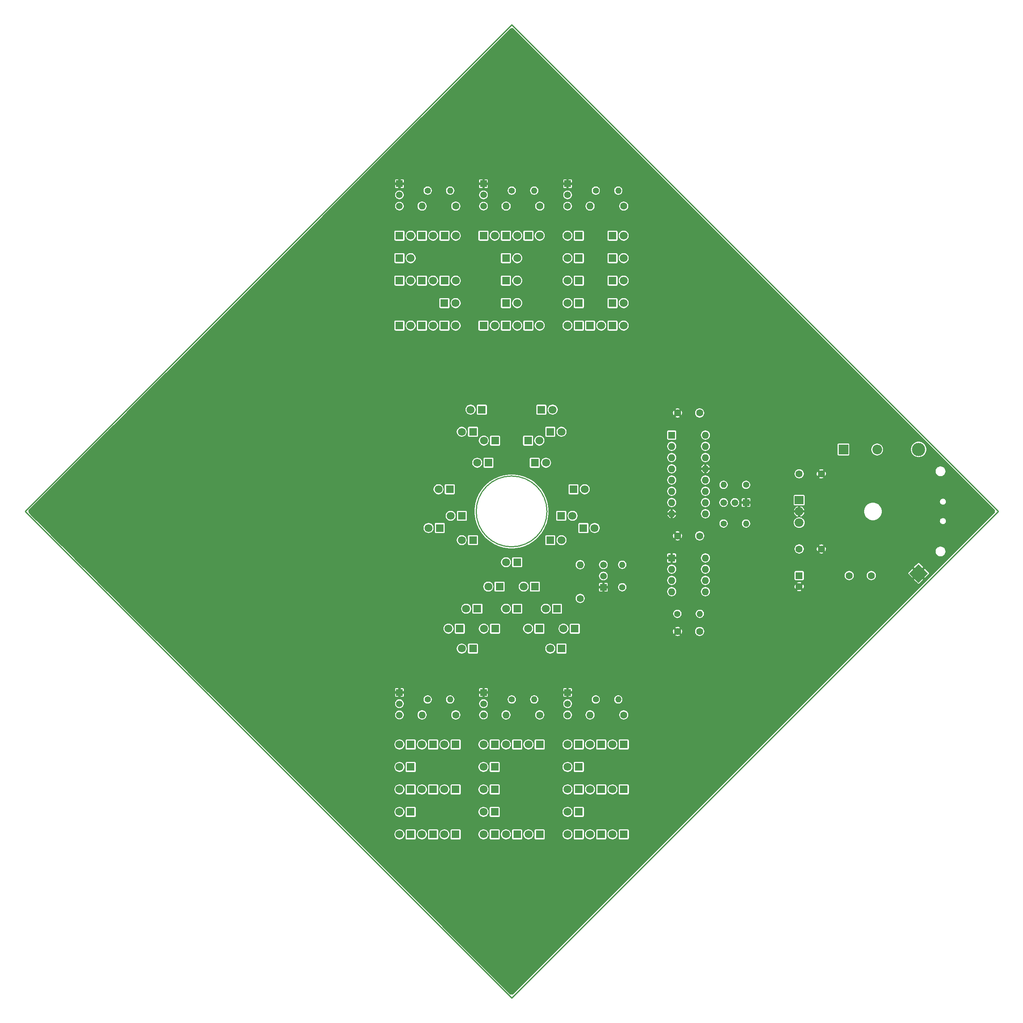
<source format=gbr>
G04 #@! TF.GenerationSoftware,KiCad,Pcbnew,(5.1.8)-1*
G04 #@! TF.CreationDate,2021-04-20T17:46:31-05:00*
G04 #@! TF.ProjectId,Graduation_Cap,47726164-7561-4746-996f-6e5f4361702e,rev?*
G04 #@! TF.SameCoordinates,Original*
G04 #@! TF.FileFunction,Copper,L2,Bot*
G04 #@! TF.FilePolarity,Positive*
%FSLAX46Y46*%
G04 Gerber Fmt 4.6, Leading zero omitted, Abs format (unit mm)*
G04 Created by KiCad (PCBNEW (5.1.8)-1) date 2021-04-20 17:46:31*
%MOMM*%
%LPD*%
G01*
G04 APERTURE LIST*
G04 #@! TA.AperFunction,Profile*
%ADD10C,0.254000*%
G04 #@! TD*
G04 #@! TA.AperFunction,ComponentPad*
%ADD11C,1.600000*%
G04 #@! TD*
G04 #@! TA.AperFunction,ComponentPad*
%ADD12O,2.000000X1.905000*%
G04 #@! TD*
G04 #@! TA.AperFunction,ComponentPad*
%ADD13R,2.000000X1.905000*%
G04 #@! TD*
G04 #@! TA.AperFunction,ComponentPad*
%ADD14C,1.800000*%
G04 #@! TD*
G04 #@! TA.AperFunction,ComponentPad*
%ADD15R,1.800000X1.800000*%
G04 #@! TD*
G04 #@! TA.AperFunction,ComponentPad*
%ADD16R,1.600000X1.600000*%
G04 #@! TD*
G04 #@! TA.AperFunction,ComponentPad*
%ADD17O,1.400000X1.400000*%
G04 #@! TD*
G04 #@! TA.AperFunction,ComponentPad*
%ADD18C,1.400000*%
G04 #@! TD*
G04 #@! TA.AperFunction,ComponentPad*
%ADD19O,1.600000X1.600000*%
G04 #@! TD*
G04 #@! TA.AperFunction,ComponentPad*
%ADD20R,1.500000X1.500000*%
G04 #@! TD*
G04 #@! TA.AperFunction,ComponentPad*
%ADD21C,1.500000*%
G04 #@! TD*
G04 #@! TA.AperFunction,ComponentPad*
%ADD22O,2.200000X2.200000*%
G04 #@! TD*
G04 #@! TA.AperFunction,ComponentPad*
%ADD23R,2.200000X2.200000*%
G04 #@! TD*
G04 #@! TA.AperFunction,ComponentPad*
%ADD24C,0.150000*%
G04 #@! TD*
G04 #@! TA.AperFunction,ComponentPad*
%ADD25C,3.000000*%
G04 #@! TD*
G04 #@! TA.AperFunction,ViaPad*
%ADD26C,0.800000*%
G04 #@! TD*
G04 #@! TA.AperFunction,Conductor*
%ADD27C,0.127000*%
G04 #@! TD*
G04 #@! TA.AperFunction,Conductor*
%ADD28C,0.150000*%
G04 #@! TD*
G04 APERTURE END LIST*
D10*
X208000000Y-150000000D02*
G75*
G03*
X208000000Y-150000000I-8000000J0D01*
G01*
X310000000Y-150000000D02*
X200000000Y-260000000D01*
X200000000Y-260000000D02*
X90000000Y-150000000D01*
X310000000Y-150000000D02*
X200000000Y-40000000D01*
X90000000Y-150000000D02*
X200000000Y-40000000D01*
D11*
X281310000Y-164500000D03*
X276310000Y-164500000D03*
D12*
X265000000Y-152540000D03*
X265000000Y-150000000D03*
D13*
X265000000Y-147460000D03*
D14*
X213770000Y-151000000D03*
D15*
X211230000Y-151000000D03*
D14*
X212650000Y-92760000D03*
D15*
X215190000Y-92760000D03*
D14*
X212650000Y-87680000D03*
D15*
X215190000Y-87680000D03*
D11*
X265000000Y-167000000D03*
D16*
X265000000Y-164500000D03*
D14*
X184810000Y-202680000D03*
D15*
X187350000Y-202680000D03*
D14*
X179730000Y-202680000D03*
D15*
X182270000Y-202680000D03*
D17*
X224110000Y-77500000D03*
D18*
X219030000Y-77500000D03*
D17*
X205110000Y-77500000D03*
D18*
X200030000Y-77500000D03*
D17*
X186110000Y-77500000D03*
D18*
X181030000Y-77500000D03*
D19*
X217730000Y-81000000D03*
D11*
X225350000Y-81000000D03*
D19*
X198760000Y-81000000D03*
D11*
X206380000Y-81000000D03*
D19*
X179760000Y-81000000D03*
D11*
X187380000Y-81000000D03*
D17*
X224110000Y-192500000D03*
D18*
X219030000Y-192500000D03*
D17*
X205110000Y-192500000D03*
D18*
X200030000Y-192500000D03*
D17*
X186110000Y-192500000D03*
D18*
X181030000Y-192500000D03*
D19*
X217730000Y-196000000D03*
D11*
X225350000Y-196000000D03*
D19*
X198730000Y-196000000D03*
D11*
X206350000Y-196000000D03*
D18*
X225000000Y-167132000D03*
D17*
X225000000Y-162052000D03*
D19*
X215500000Y-162052000D03*
D11*
X215500000Y-169672000D03*
D20*
X212650000Y-75920000D03*
D21*
X212650000Y-81000000D03*
X212650000Y-78460000D03*
D20*
X193650000Y-75920000D03*
D21*
X193650000Y-81000000D03*
X193650000Y-78460000D03*
D20*
X174650000Y-75920000D03*
D21*
X174650000Y-81000000D03*
X174650000Y-78460000D03*
D20*
X212650000Y-190920000D03*
D21*
X212650000Y-196000000D03*
X212650000Y-193460000D03*
D20*
X193650000Y-190920000D03*
D21*
X193650000Y-196000000D03*
X193650000Y-193460000D03*
D20*
X220750000Y-167132000D03*
D21*
X220750000Y-162052000D03*
X220750000Y-164592000D03*
D14*
X225350000Y-87680000D03*
D15*
X222810000Y-87680000D03*
D14*
X225350000Y-92760000D03*
D15*
X222810000Y-92760000D03*
D14*
X225350000Y-97840000D03*
D15*
X222810000Y-97840000D03*
D14*
X225350000Y-102920000D03*
D15*
X222810000Y-102920000D03*
D14*
X225350000Y-108000000D03*
D15*
X222810000Y-108000000D03*
D14*
X220270000Y-108000000D03*
D15*
X217730000Y-108000000D03*
D14*
X212650000Y-108000000D03*
D15*
X215190000Y-108000000D03*
D14*
X212650000Y-102920000D03*
D15*
X215190000Y-102920000D03*
D14*
X212650000Y-97840000D03*
D15*
X215190000Y-97840000D03*
D14*
X206350000Y-108000000D03*
D15*
X203810000Y-108000000D03*
D14*
X196190000Y-108000000D03*
D15*
X193650000Y-108000000D03*
D14*
X201270000Y-108000000D03*
D15*
X198730000Y-108000000D03*
D14*
X201270000Y-102920000D03*
D15*
X198730000Y-102920000D03*
D14*
X201270000Y-97840000D03*
D15*
X198730000Y-97840000D03*
D14*
X201270000Y-92760000D03*
D15*
X198730000Y-92760000D03*
D14*
X206350000Y-87680000D03*
D15*
X203810000Y-87680000D03*
D14*
X201270000Y-87680000D03*
D15*
X198730000Y-87680000D03*
D14*
X196190000Y-87680000D03*
D15*
X193650000Y-87680000D03*
D14*
X177190000Y-108000000D03*
D15*
X174650000Y-108000000D03*
D14*
X182270000Y-108000000D03*
D15*
X179730000Y-108000000D03*
D14*
X187350000Y-108000000D03*
D15*
X184810000Y-108000000D03*
D14*
X187350000Y-102920000D03*
D15*
X184810000Y-102920000D03*
D14*
X187380000Y-97840000D03*
D15*
X184840000Y-97840000D03*
D14*
X182270000Y-97840000D03*
D15*
X179730000Y-97840000D03*
D14*
X177190000Y-97840000D03*
D15*
X174650000Y-97840000D03*
D14*
X177190000Y-92760000D03*
D15*
X174650000Y-92760000D03*
D14*
X187380000Y-87680000D03*
D15*
X184840000Y-87680000D03*
D14*
X182270000Y-87680000D03*
D15*
X179730000Y-87680000D03*
D14*
X177190000Y-87680000D03*
D15*
X174650000Y-87680000D03*
D14*
X222810000Y-223000000D03*
D15*
X225350000Y-223000000D03*
D14*
X217730000Y-223000000D03*
D15*
X220270000Y-223000000D03*
D14*
X212650000Y-223000000D03*
D15*
X215190000Y-223000000D03*
D14*
X212650000Y-217920000D03*
D15*
X215190000Y-217920000D03*
D14*
X222810000Y-212840000D03*
D15*
X225350000Y-212840000D03*
D14*
X217730000Y-212840000D03*
D15*
X220270000Y-212840000D03*
D14*
X212650000Y-212840000D03*
D15*
X215190000Y-212840000D03*
D14*
X212650000Y-207760000D03*
D15*
X215190000Y-207760000D03*
D14*
X222810000Y-202680000D03*
D15*
X225350000Y-202680000D03*
D14*
X217730000Y-202680000D03*
D15*
X220270000Y-202680000D03*
D14*
X212650000Y-202680000D03*
D15*
X215190000Y-202680000D03*
D14*
X203810000Y-202680000D03*
D15*
X206350000Y-202680000D03*
D14*
X193650000Y-207760000D03*
D15*
X196190000Y-207760000D03*
D14*
X203810000Y-223000000D03*
D15*
X206350000Y-223000000D03*
D14*
X198730000Y-223000000D03*
D15*
X201270000Y-223000000D03*
D14*
X193650000Y-223000000D03*
D15*
X196190000Y-223000000D03*
D14*
X193650000Y-217920000D03*
D15*
X196190000Y-217920000D03*
D14*
X193650000Y-212840000D03*
D15*
X196190000Y-212840000D03*
D14*
X198730000Y-202680000D03*
D15*
X201270000Y-202680000D03*
D14*
X193650000Y-202680000D03*
D15*
X196190000Y-202680000D03*
D14*
X208730000Y-181000000D03*
D15*
X211270000Y-181000000D03*
D14*
X188730000Y-181000000D03*
D15*
X191270000Y-181000000D03*
D14*
X211730000Y-176500000D03*
D15*
X214270000Y-176500000D03*
D14*
X203730000Y-176500000D03*
D15*
X206270000Y-176500000D03*
D14*
X193730000Y-176500000D03*
D15*
X196270000Y-176500000D03*
D14*
X185730000Y-176500000D03*
D15*
X188270000Y-176500000D03*
D14*
X207730000Y-172000000D03*
D15*
X210270000Y-172000000D03*
D14*
X198730000Y-172000000D03*
D15*
X201270000Y-172000000D03*
D14*
X189730000Y-172000000D03*
D15*
X192270000Y-172000000D03*
D14*
X202730000Y-167000000D03*
D15*
X205270000Y-167000000D03*
D14*
X194730000Y-167000000D03*
D15*
X197270000Y-167000000D03*
D14*
X198730000Y-161500000D03*
D15*
X201270000Y-161500000D03*
D14*
X211270000Y-156500000D03*
D15*
X208730000Y-156500000D03*
D14*
X218770000Y-153750000D03*
D15*
X216230000Y-153750000D03*
X213980000Y-145000000D03*
D14*
X216520000Y-145000000D03*
X188730000Y-156500000D03*
D15*
X191270000Y-156500000D03*
D14*
X186230000Y-151000000D03*
D15*
X188770000Y-151000000D03*
D14*
X181230000Y-153750000D03*
D15*
X183770000Y-153750000D03*
D14*
X183480000Y-145000000D03*
D15*
X186020000Y-145000000D03*
D14*
X207770000Y-139000000D03*
D15*
X205230000Y-139000000D03*
D14*
X211270000Y-132000000D03*
D15*
X208730000Y-132000000D03*
D14*
X206270000Y-134000000D03*
D15*
X203730000Y-134000000D03*
D14*
X209270000Y-127000000D03*
D15*
X206730000Y-127000000D03*
D14*
X192230000Y-139000000D03*
D15*
X194770000Y-139000000D03*
D14*
X193730000Y-134000000D03*
D15*
X196270000Y-134000000D03*
D14*
X188730000Y-132000000D03*
D15*
X191270000Y-132000000D03*
D14*
X190730000Y-127000000D03*
D15*
X193270000Y-127000000D03*
D20*
X253000000Y-147990000D03*
D21*
X247920000Y-147990000D03*
X250460000Y-147990000D03*
D20*
X174650000Y-190920000D03*
D21*
X174650000Y-196000000D03*
X174650000Y-193460000D03*
D19*
X243810000Y-132750000D03*
X236190000Y-150530000D03*
X243810000Y-135290000D03*
X236190000Y-147990000D03*
X243810000Y-137830000D03*
X236190000Y-145450000D03*
X243810000Y-140370000D03*
X236190000Y-142910000D03*
X243810000Y-142910000D03*
X236190000Y-140370000D03*
X243810000Y-145450000D03*
X236190000Y-137830000D03*
X243810000Y-147990000D03*
X236190000Y-135290000D03*
X243810000Y-150530000D03*
D16*
X236190000Y-132750000D03*
X236190000Y-160530000D03*
D19*
X243810000Y-168150000D03*
X236190000Y-163070000D03*
X243810000Y-165610000D03*
X236190000Y-165610000D03*
X243810000Y-163070000D03*
X236190000Y-168150000D03*
X243810000Y-160530000D03*
D17*
X253000000Y-152750000D03*
D18*
X247920000Y-152750000D03*
D17*
X242540000Y-173150000D03*
D18*
X237460000Y-173150000D03*
D17*
X247920000Y-144000000D03*
D18*
X253000000Y-144000000D03*
D19*
X179760000Y-196000000D03*
D11*
X187380000Y-196000000D03*
D22*
X282620000Y-136000000D03*
D23*
X275000000Y-136000000D03*
D11*
X237500000Y-177130000D03*
X242500000Y-177130000D03*
X237500000Y-127750000D03*
X242500000Y-127750000D03*
X237500000Y-155530000D03*
X242500000Y-155530000D03*
X270000000Y-158500000D03*
X265000000Y-158500000D03*
X270000000Y-141500000D03*
X265000000Y-141500000D03*
D14*
X174650000Y-202680000D03*
D15*
X177190000Y-202680000D03*
D14*
X174650000Y-207760000D03*
D15*
X177190000Y-207760000D03*
D14*
X174650000Y-212840000D03*
D15*
X177190000Y-212840000D03*
D14*
X179730000Y-212840000D03*
D15*
X182270000Y-212840000D03*
D14*
X184810000Y-212840000D03*
D15*
X187350000Y-212840000D03*
D14*
X174650000Y-217920000D03*
D15*
X177190000Y-217920000D03*
D14*
X184810000Y-223000000D03*
D15*
X187350000Y-223000000D03*
D14*
X179730000Y-223000000D03*
D15*
X182270000Y-223000000D03*
D14*
X174650000Y-223000000D03*
D15*
X177190000Y-223000000D03*
G04 #@! TA.AperFunction,ComponentPad*
D24*
G36*
X292000000Y-161878680D02*
G01*
X294121320Y-164000000D01*
X292000000Y-166121320D01*
X289878680Y-164000000D01*
X292000000Y-161878680D01*
G37*
G04 #@! TD.AperFunction*
D25*
X292000000Y-136000000D03*
D26*
X272489000Y-141601000D03*
X272489000Y-157351000D03*
X273539000Y-142651000D03*
X273539000Y-158401000D03*
X274589000Y-141601000D03*
X274589000Y-157351000D03*
X275639000Y-142651000D03*
X275639000Y-158401000D03*
X276689000Y-141601000D03*
X276689000Y-157351000D03*
X277739000Y-142651000D03*
X277739000Y-158401000D03*
X278789000Y-141601000D03*
X278789000Y-157351000D03*
X279839000Y-142651000D03*
X279839000Y-158401000D03*
X280889000Y-141601000D03*
X280889000Y-157351000D03*
X281939000Y-142651000D03*
X281939000Y-158401000D03*
X282989000Y-141601000D03*
X282989000Y-157351000D03*
X284039000Y-142651000D03*
X284039000Y-158401000D03*
X285089000Y-141601000D03*
X285089000Y-157351000D03*
X286139000Y-142651000D03*
X286139000Y-144751000D03*
X286139000Y-146851000D03*
X286139000Y-148951000D03*
X286139000Y-151051000D03*
X286139000Y-153151000D03*
X286139000Y-155251000D03*
X286139000Y-158401000D03*
X287189000Y-141601000D03*
X287189000Y-143701000D03*
X287189000Y-145801000D03*
X287189000Y-147901000D03*
X287189000Y-150001000D03*
X287189000Y-152101000D03*
X287189000Y-154201000D03*
X287189000Y-156301000D03*
X288239000Y-142651000D03*
X288239000Y-144751000D03*
X288239000Y-146851000D03*
X288239000Y-148951000D03*
X288239000Y-151051000D03*
X288239000Y-153151000D03*
X288239000Y-155251000D03*
X288239000Y-157351000D03*
D27*
X200258469Y-40881430D02*
X309130570Y-149753531D01*
X309140763Y-149837480D01*
X309140763Y-150136520D01*
X309126977Y-150250062D01*
X200288064Y-259088976D01*
X200174520Y-259102763D01*
X199875480Y-259102763D01*
X199705026Y-259082066D01*
X163503441Y-222880481D01*
X173436500Y-222880481D01*
X173436500Y-223119519D01*
X173483134Y-223353965D01*
X173574610Y-223574808D01*
X173707413Y-223773561D01*
X173876439Y-223942587D01*
X174075192Y-224075390D01*
X174296035Y-224166866D01*
X174530481Y-224213500D01*
X174769519Y-224213500D01*
X175003965Y-224166866D01*
X175224808Y-224075390D01*
X175423561Y-223942587D01*
X175592587Y-223773561D01*
X175725390Y-223574808D01*
X175816866Y-223353965D01*
X175863500Y-223119519D01*
X175863500Y-222880481D01*
X175816866Y-222646035D01*
X175725390Y-222425192D01*
X175592587Y-222226439D01*
X175466148Y-222100000D01*
X175974984Y-222100000D01*
X175974984Y-223900000D01*
X175981037Y-223961457D01*
X175998963Y-224020551D01*
X176028074Y-224075014D01*
X176067250Y-224122750D01*
X176114986Y-224161926D01*
X176169449Y-224191037D01*
X176228543Y-224208963D01*
X176290000Y-224215016D01*
X178090000Y-224215016D01*
X178151457Y-224208963D01*
X178210551Y-224191037D01*
X178265014Y-224161926D01*
X178312750Y-224122750D01*
X178351926Y-224075014D01*
X178381037Y-224020551D01*
X178398963Y-223961457D01*
X178405016Y-223900000D01*
X178405016Y-222880481D01*
X178516500Y-222880481D01*
X178516500Y-223119519D01*
X178563134Y-223353965D01*
X178654610Y-223574808D01*
X178787413Y-223773561D01*
X178956439Y-223942587D01*
X179155192Y-224075390D01*
X179376035Y-224166866D01*
X179610481Y-224213500D01*
X179849519Y-224213500D01*
X180083965Y-224166866D01*
X180304808Y-224075390D01*
X180503561Y-223942587D01*
X180672587Y-223773561D01*
X180805390Y-223574808D01*
X180896866Y-223353965D01*
X180943500Y-223119519D01*
X180943500Y-222880481D01*
X180896866Y-222646035D01*
X180805390Y-222425192D01*
X180672587Y-222226439D01*
X180546148Y-222100000D01*
X181054984Y-222100000D01*
X181054984Y-223900000D01*
X181061037Y-223961457D01*
X181078963Y-224020551D01*
X181108074Y-224075014D01*
X181147250Y-224122750D01*
X181194986Y-224161926D01*
X181249449Y-224191037D01*
X181308543Y-224208963D01*
X181370000Y-224215016D01*
X183170000Y-224215016D01*
X183231457Y-224208963D01*
X183290551Y-224191037D01*
X183345014Y-224161926D01*
X183392750Y-224122750D01*
X183431926Y-224075014D01*
X183461037Y-224020551D01*
X183478963Y-223961457D01*
X183485016Y-223900000D01*
X183485016Y-222880481D01*
X183596500Y-222880481D01*
X183596500Y-223119519D01*
X183643134Y-223353965D01*
X183734610Y-223574808D01*
X183867413Y-223773561D01*
X184036439Y-223942587D01*
X184235192Y-224075390D01*
X184456035Y-224166866D01*
X184690481Y-224213500D01*
X184929519Y-224213500D01*
X185163965Y-224166866D01*
X185384808Y-224075390D01*
X185583561Y-223942587D01*
X185752587Y-223773561D01*
X185885390Y-223574808D01*
X185976866Y-223353965D01*
X186023500Y-223119519D01*
X186023500Y-222880481D01*
X185976866Y-222646035D01*
X185885390Y-222425192D01*
X185752587Y-222226439D01*
X185626148Y-222100000D01*
X186134984Y-222100000D01*
X186134984Y-223900000D01*
X186141037Y-223961457D01*
X186158963Y-224020551D01*
X186188074Y-224075014D01*
X186227250Y-224122750D01*
X186274986Y-224161926D01*
X186329449Y-224191037D01*
X186388543Y-224208963D01*
X186450000Y-224215016D01*
X188250000Y-224215016D01*
X188311457Y-224208963D01*
X188370551Y-224191037D01*
X188425014Y-224161926D01*
X188472750Y-224122750D01*
X188511926Y-224075014D01*
X188541037Y-224020551D01*
X188558963Y-223961457D01*
X188565016Y-223900000D01*
X188565016Y-222880481D01*
X192436500Y-222880481D01*
X192436500Y-223119519D01*
X192483134Y-223353965D01*
X192574610Y-223574808D01*
X192707413Y-223773561D01*
X192876439Y-223942587D01*
X193075192Y-224075390D01*
X193296035Y-224166866D01*
X193530481Y-224213500D01*
X193769519Y-224213500D01*
X194003965Y-224166866D01*
X194224808Y-224075390D01*
X194423561Y-223942587D01*
X194592587Y-223773561D01*
X194725390Y-223574808D01*
X194816866Y-223353965D01*
X194863500Y-223119519D01*
X194863500Y-222880481D01*
X194816866Y-222646035D01*
X194725390Y-222425192D01*
X194592587Y-222226439D01*
X194466148Y-222100000D01*
X194974984Y-222100000D01*
X194974984Y-223900000D01*
X194981037Y-223961457D01*
X194998963Y-224020551D01*
X195028074Y-224075014D01*
X195067250Y-224122750D01*
X195114986Y-224161926D01*
X195169449Y-224191037D01*
X195228543Y-224208963D01*
X195290000Y-224215016D01*
X197090000Y-224215016D01*
X197151457Y-224208963D01*
X197210551Y-224191037D01*
X197265014Y-224161926D01*
X197312750Y-224122750D01*
X197351926Y-224075014D01*
X197381037Y-224020551D01*
X197398963Y-223961457D01*
X197405016Y-223900000D01*
X197405016Y-222880481D01*
X197516500Y-222880481D01*
X197516500Y-223119519D01*
X197563134Y-223353965D01*
X197654610Y-223574808D01*
X197787413Y-223773561D01*
X197956439Y-223942587D01*
X198155192Y-224075390D01*
X198376035Y-224166866D01*
X198610481Y-224213500D01*
X198849519Y-224213500D01*
X199083965Y-224166866D01*
X199304808Y-224075390D01*
X199503561Y-223942587D01*
X199672587Y-223773561D01*
X199805390Y-223574808D01*
X199896866Y-223353965D01*
X199943500Y-223119519D01*
X199943500Y-222880481D01*
X199896866Y-222646035D01*
X199805390Y-222425192D01*
X199672587Y-222226439D01*
X199546148Y-222100000D01*
X200054984Y-222100000D01*
X200054984Y-223900000D01*
X200061037Y-223961457D01*
X200078963Y-224020551D01*
X200108074Y-224075014D01*
X200147250Y-224122750D01*
X200194986Y-224161926D01*
X200249449Y-224191037D01*
X200308543Y-224208963D01*
X200370000Y-224215016D01*
X202170000Y-224215016D01*
X202231457Y-224208963D01*
X202290551Y-224191037D01*
X202345014Y-224161926D01*
X202392750Y-224122750D01*
X202431926Y-224075014D01*
X202461037Y-224020551D01*
X202478963Y-223961457D01*
X202485016Y-223900000D01*
X202485016Y-222880481D01*
X202596500Y-222880481D01*
X202596500Y-223119519D01*
X202643134Y-223353965D01*
X202734610Y-223574808D01*
X202867413Y-223773561D01*
X203036439Y-223942587D01*
X203235192Y-224075390D01*
X203456035Y-224166866D01*
X203690481Y-224213500D01*
X203929519Y-224213500D01*
X204163965Y-224166866D01*
X204384808Y-224075390D01*
X204583561Y-223942587D01*
X204752587Y-223773561D01*
X204885390Y-223574808D01*
X204976866Y-223353965D01*
X205023500Y-223119519D01*
X205023500Y-222880481D01*
X204976866Y-222646035D01*
X204885390Y-222425192D01*
X204752587Y-222226439D01*
X204626148Y-222100000D01*
X205134984Y-222100000D01*
X205134984Y-223900000D01*
X205141037Y-223961457D01*
X205158963Y-224020551D01*
X205188074Y-224075014D01*
X205227250Y-224122750D01*
X205274986Y-224161926D01*
X205329449Y-224191037D01*
X205388543Y-224208963D01*
X205450000Y-224215016D01*
X207250000Y-224215016D01*
X207311457Y-224208963D01*
X207370551Y-224191037D01*
X207425014Y-224161926D01*
X207472750Y-224122750D01*
X207511926Y-224075014D01*
X207541037Y-224020551D01*
X207558963Y-223961457D01*
X207565016Y-223900000D01*
X207565016Y-222880481D01*
X211436500Y-222880481D01*
X211436500Y-223119519D01*
X211483134Y-223353965D01*
X211574610Y-223574808D01*
X211707413Y-223773561D01*
X211876439Y-223942587D01*
X212075192Y-224075390D01*
X212296035Y-224166866D01*
X212530481Y-224213500D01*
X212769519Y-224213500D01*
X213003965Y-224166866D01*
X213224808Y-224075390D01*
X213423561Y-223942587D01*
X213592587Y-223773561D01*
X213725390Y-223574808D01*
X213816866Y-223353965D01*
X213863500Y-223119519D01*
X213863500Y-222880481D01*
X213816866Y-222646035D01*
X213725390Y-222425192D01*
X213592587Y-222226439D01*
X213466148Y-222100000D01*
X213974984Y-222100000D01*
X213974984Y-223900000D01*
X213981037Y-223961457D01*
X213998963Y-224020551D01*
X214028074Y-224075014D01*
X214067250Y-224122750D01*
X214114986Y-224161926D01*
X214169449Y-224191037D01*
X214228543Y-224208963D01*
X214290000Y-224215016D01*
X216090000Y-224215016D01*
X216151457Y-224208963D01*
X216210551Y-224191037D01*
X216265014Y-224161926D01*
X216312750Y-224122750D01*
X216351926Y-224075014D01*
X216381037Y-224020551D01*
X216398963Y-223961457D01*
X216405016Y-223900000D01*
X216405016Y-222880481D01*
X216516500Y-222880481D01*
X216516500Y-223119519D01*
X216563134Y-223353965D01*
X216654610Y-223574808D01*
X216787413Y-223773561D01*
X216956439Y-223942587D01*
X217155192Y-224075390D01*
X217376035Y-224166866D01*
X217610481Y-224213500D01*
X217849519Y-224213500D01*
X218083965Y-224166866D01*
X218304808Y-224075390D01*
X218503561Y-223942587D01*
X218672587Y-223773561D01*
X218805390Y-223574808D01*
X218896866Y-223353965D01*
X218943500Y-223119519D01*
X218943500Y-222880481D01*
X218896866Y-222646035D01*
X218805390Y-222425192D01*
X218672587Y-222226439D01*
X218546148Y-222100000D01*
X219054984Y-222100000D01*
X219054984Y-223900000D01*
X219061037Y-223961457D01*
X219078963Y-224020551D01*
X219108074Y-224075014D01*
X219147250Y-224122750D01*
X219194986Y-224161926D01*
X219249449Y-224191037D01*
X219308543Y-224208963D01*
X219370000Y-224215016D01*
X221170000Y-224215016D01*
X221231457Y-224208963D01*
X221290551Y-224191037D01*
X221345014Y-224161926D01*
X221392750Y-224122750D01*
X221431926Y-224075014D01*
X221461037Y-224020551D01*
X221478963Y-223961457D01*
X221485016Y-223900000D01*
X221485016Y-222880481D01*
X221596500Y-222880481D01*
X221596500Y-223119519D01*
X221643134Y-223353965D01*
X221734610Y-223574808D01*
X221867413Y-223773561D01*
X222036439Y-223942587D01*
X222235192Y-224075390D01*
X222456035Y-224166866D01*
X222690481Y-224213500D01*
X222929519Y-224213500D01*
X223163965Y-224166866D01*
X223384808Y-224075390D01*
X223583561Y-223942587D01*
X223752587Y-223773561D01*
X223885390Y-223574808D01*
X223976866Y-223353965D01*
X224023500Y-223119519D01*
X224023500Y-222880481D01*
X223976866Y-222646035D01*
X223885390Y-222425192D01*
X223752587Y-222226439D01*
X223626148Y-222100000D01*
X224134984Y-222100000D01*
X224134984Y-223900000D01*
X224141037Y-223961457D01*
X224158963Y-224020551D01*
X224188074Y-224075014D01*
X224227250Y-224122750D01*
X224274986Y-224161926D01*
X224329449Y-224191037D01*
X224388543Y-224208963D01*
X224450000Y-224215016D01*
X226250000Y-224215016D01*
X226311457Y-224208963D01*
X226370551Y-224191037D01*
X226425014Y-224161926D01*
X226472750Y-224122750D01*
X226511926Y-224075014D01*
X226541037Y-224020551D01*
X226558963Y-223961457D01*
X226565016Y-223900000D01*
X226565016Y-222100000D01*
X226558963Y-222038543D01*
X226541037Y-221979449D01*
X226511926Y-221924986D01*
X226472750Y-221877250D01*
X226425014Y-221838074D01*
X226370551Y-221808963D01*
X226311457Y-221791037D01*
X226250000Y-221784984D01*
X224450000Y-221784984D01*
X224388543Y-221791037D01*
X224329449Y-221808963D01*
X224274986Y-221838074D01*
X224227250Y-221877250D01*
X224188074Y-221924986D01*
X224158963Y-221979449D01*
X224141037Y-222038543D01*
X224134984Y-222100000D01*
X223626148Y-222100000D01*
X223583561Y-222057413D01*
X223384808Y-221924610D01*
X223163965Y-221833134D01*
X222929519Y-221786500D01*
X222690481Y-221786500D01*
X222456035Y-221833134D01*
X222235192Y-221924610D01*
X222036439Y-222057413D01*
X221867413Y-222226439D01*
X221734610Y-222425192D01*
X221643134Y-222646035D01*
X221596500Y-222880481D01*
X221485016Y-222880481D01*
X221485016Y-222100000D01*
X221478963Y-222038543D01*
X221461037Y-221979449D01*
X221431926Y-221924986D01*
X221392750Y-221877250D01*
X221345014Y-221838074D01*
X221290551Y-221808963D01*
X221231457Y-221791037D01*
X221170000Y-221784984D01*
X219370000Y-221784984D01*
X219308543Y-221791037D01*
X219249449Y-221808963D01*
X219194986Y-221838074D01*
X219147250Y-221877250D01*
X219108074Y-221924986D01*
X219078963Y-221979449D01*
X219061037Y-222038543D01*
X219054984Y-222100000D01*
X218546148Y-222100000D01*
X218503561Y-222057413D01*
X218304808Y-221924610D01*
X218083965Y-221833134D01*
X217849519Y-221786500D01*
X217610481Y-221786500D01*
X217376035Y-221833134D01*
X217155192Y-221924610D01*
X216956439Y-222057413D01*
X216787413Y-222226439D01*
X216654610Y-222425192D01*
X216563134Y-222646035D01*
X216516500Y-222880481D01*
X216405016Y-222880481D01*
X216405016Y-222100000D01*
X216398963Y-222038543D01*
X216381037Y-221979449D01*
X216351926Y-221924986D01*
X216312750Y-221877250D01*
X216265014Y-221838074D01*
X216210551Y-221808963D01*
X216151457Y-221791037D01*
X216090000Y-221784984D01*
X214290000Y-221784984D01*
X214228543Y-221791037D01*
X214169449Y-221808963D01*
X214114986Y-221838074D01*
X214067250Y-221877250D01*
X214028074Y-221924986D01*
X213998963Y-221979449D01*
X213981037Y-222038543D01*
X213974984Y-222100000D01*
X213466148Y-222100000D01*
X213423561Y-222057413D01*
X213224808Y-221924610D01*
X213003965Y-221833134D01*
X212769519Y-221786500D01*
X212530481Y-221786500D01*
X212296035Y-221833134D01*
X212075192Y-221924610D01*
X211876439Y-222057413D01*
X211707413Y-222226439D01*
X211574610Y-222425192D01*
X211483134Y-222646035D01*
X211436500Y-222880481D01*
X207565016Y-222880481D01*
X207565016Y-222100000D01*
X207558963Y-222038543D01*
X207541037Y-221979449D01*
X207511926Y-221924986D01*
X207472750Y-221877250D01*
X207425014Y-221838074D01*
X207370551Y-221808963D01*
X207311457Y-221791037D01*
X207250000Y-221784984D01*
X205450000Y-221784984D01*
X205388543Y-221791037D01*
X205329449Y-221808963D01*
X205274986Y-221838074D01*
X205227250Y-221877250D01*
X205188074Y-221924986D01*
X205158963Y-221979449D01*
X205141037Y-222038543D01*
X205134984Y-222100000D01*
X204626148Y-222100000D01*
X204583561Y-222057413D01*
X204384808Y-221924610D01*
X204163965Y-221833134D01*
X203929519Y-221786500D01*
X203690481Y-221786500D01*
X203456035Y-221833134D01*
X203235192Y-221924610D01*
X203036439Y-222057413D01*
X202867413Y-222226439D01*
X202734610Y-222425192D01*
X202643134Y-222646035D01*
X202596500Y-222880481D01*
X202485016Y-222880481D01*
X202485016Y-222100000D01*
X202478963Y-222038543D01*
X202461037Y-221979449D01*
X202431926Y-221924986D01*
X202392750Y-221877250D01*
X202345014Y-221838074D01*
X202290551Y-221808963D01*
X202231457Y-221791037D01*
X202170000Y-221784984D01*
X200370000Y-221784984D01*
X200308543Y-221791037D01*
X200249449Y-221808963D01*
X200194986Y-221838074D01*
X200147250Y-221877250D01*
X200108074Y-221924986D01*
X200078963Y-221979449D01*
X200061037Y-222038543D01*
X200054984Y-222100000D01*
X199546148Y-222100000D01*
X199503561Y-222057413D01*
X199304808Y-221924610D01*
X199083965Y-221833134D01*
X198849519Y-221786500D01*
X198610481Y-221786500D01*
X198376035Y-221833134D01*
X198155192Y-221924610D01*
X197956439Y-222057413D01*
X197787413Y-222226439D01*
X197654610Y-222425192D01*
X197563134Y-222646035D01*
X197516500Y-222880481D01*
X197405016Y-222880481D01*
X197405016Y-222100000D01*
X197398963Y-222038543D01*
X197381037Y-221979449D01*
X197351926Y-221924986D01*
X197312750Y-221877250D01*
X197265014Y-221838074D01*
X197210551Y-221808963D01*
X197151457Y-221791037D01*
X197090000Y-221784984D01*
X195290000Y-221784984D01*
X195228543Y-221791037D01*
X195169449Y-221808963D01*
X195114986Y-221838074D01*
X195067250Y-221877250D01*
X195028074Y-221924986D01*
X194998963Y-221979449D01*
X194981037Y-222038543D01*
X194974984Y-222100000D01*
X194466148Y-222100000D01*
X194423561Y-222057413D01*
X194224808Y-221924610D01*
X194003965Y-221833134D01*
X193769519Y-221786500D01*
X193530481Y-221786500D01*
X193296035Y-221833134D01*
X193075192Y-221924610D01*
X192876439Y-222057413D01*
X192707413Y-222226439D01*
X192574610Y-222425192D01*
X192483134Y-222646035D01*
X192436500Y-222880481D01*
X188565016Y-222880481D01*
X188565016Y-222100000D01*
X188558963Y-222038543D01*
X188541037Y-221979449D01*
X188511926Y-221924986D01*
X188472750Y-221877250D01*
X188425014Y-221838074D01*
X188370551Y-221808963D01*
X188311457Y-221791037D01*
X188250000Y-221784984D01*
X186450000Y-221784984D01*
X186388543Y-221791037D01*
X186329449Y-221808963D01*
X186274986Y-221838074D01*
X186227250Y-221877250D01*
X186188074Y-221924986D01*
X186158963Y-221979449D01*
X186141037Y-222038543D01*
X186134984Y-222100000D01*
X185626148Y-222100000D01*
X185583561Y-222057413D01*
X185384808Y-221924610D01*
X185163965Y-221833134D01*
X184929519Y-221786500D01*
X184690481Y-221786500D01*
X184456035Y-221833134D01*
X184235192Y-221924610D01*
X184036439Y-222057413D01*
X183867413Y-222226439D01*
X183734610Y-222425192D01*
X183643134Y-222646035D01*
X183596500Y-222880481D01*
X183485016Y-222880481D01*
X183485016Y-222100000D01*
X183478963Y-222038543D01*
X183461037Y-221979449D01*
X183431926Y-221924986D01*
X183392750Y-221877250D01*
X183345014Y-221838074D01*
X183290551Y-221808963D01*
X183231457Y-221791037D01*
X183170000Y-221784984D01*
X181370000Y-221784984D01*
X181308543Y-221791037D01*
X181249449Y-221808963D01*
X181194986Y-221838074D01*
X181147250Y-221877250D01*
X181108074Y-221924986D01*
X181078963Y-221979449D01*
X181061037Y-222038543D01*
X181054984Y-222100000D01*
X180546148Y-222100000D01*
X180503561Y-222057413D01*
X180304808Y-221924610D01*
X180083965Y-221833134D01*
X179849519Y-221786500D01*
X179610481Y-221786500D01*
X179376035Y-221833134D01*
X179155192Y-221924610D01*
X178956439Y-222057413D01*
X178787413Y-222226439D01*
X178654610Y-222425192D01*
X178563134Y-222646035D01*
X178516500Y-222880481D01*
X178405016Y-222880481D01*
X178405016Y-222100000D01*
X178398963Y-222038543D01*
X178381037Y-221979449D01*
X178351926Y-221924986D01*
X178312750Y-221877250D01*
X178265014Y-221838074D01*
X178210551Y-221808963D01*
X178151457Y-221791037D01*
X178090000Y-221784984D01*
X176290000Y-221784984D01*
X176228543Y-221791037D01*
X176169449Y-221808963D01*
X176114986Y-221838074D01*
X176067250Y-221877250D01*
X176028074Y-221924986D01*
X175998963Y-221979449D01*
X175981037Y-222038543D01*
X175974984Y-222100000D01*
X175466148Y-222100000D01*
X175423561Y-222057413D01*
X175224808Y-221924610D01*
X175003965Y-221833134D01*
X174769519Y-221786500D01*
X174530481Y-221786500D01*
X174296035Y-221833134D01*
X174075192Y-221924610D01*
X173876439Y-222057413D01*
X173707413Y-222226439D01*
X173574610Y-222425192D01*
X173483134Y-222646035D01*
X173436500Y-222880481D01*
X163503441Y-222880481D01*
X158423441Y-217800481D01*
X173436500Y-217800481D01*
X173436500Y-218039519D01*
X173483134Y-218273965D01*
X173574610Y-218494808D01*
X173707413Y-218693561D01*
X173876439Y-218862587D01*
X174075192Y-218995390D01*
X174296035Y-219086866D01*
X174530481Y-219133500D01*
X174769519Y-219133500D01*
X175003965Y-219086866D01*
X175224808Y-218995390D01*
X175423561Y-218862587D01*
X175592587Y-218693561D01*
X175725390Y-218494808D01*
X175816866Y-218273965D01*
X175863500Y-218039519D01*
X175863500Y-217800481D01*
X175816866Y-217566035D01*
X175725390Y-217345192D01*
X175592587Y-217146439D01*
X175466148Y-217020000D01*
X175974984Y-217020000D01*
X175974984Y-218820000D01*
X175981037Y-218881457D01*
X175998963Y-218940551D01*
X176028074Y-218995014D01*
X176067250Y-219042750D01*
X176114986Y-219081926D01*
X176169449Y-219111037D01*
X176228543Y-219128963D01*
X176290000Y-219135016D01*
X178090000Y-219135016D01*
X178151457Y-219128963D01*
X178210551Y-219111037D01*
X178265014Y-219081926D01*
X178312750Y-219042750D01*
X178351926Y-218995014D01*
X178381037Y-218940551D01*
X178398963Y-218881457D01*
X178405016Y-218820000D01*
X178405016Y-217800481D01*
X192436500Y-217800481D01*
X192436500Y-218039519D01*
X192483134Y-218273965D01*
X192574610Y-218494808D01*
X192707413Y-218693561D01*
X192876439Y-218862587D01*
X193075192Y-218995390D01*
X193296035Y-219086866D01*
X193530481Y-219133500D01*
X193769519Y-219133500D01*
X194003965Y-219086866D01*
X194224808Y-218995390D01*
X194423561Y-218862587D01*
X194592587Y-218693561D01*
X194725390Y-218494808D01*
X194816866Y-218273965D01*
X194863500Y-218039519D01*
X194863500Y-217800481D01*
X194816866Y-217566035D01*
X194725390Y-217345192D01*
X194592587Y-217146439D01*
X194466148Y-217020000D01*
X194974984Y-217020000D01*
X194974984Y-218820000D01*
X194981037Y-218881457D01*
X194998963Y-218940551D01*
X195028074Y-218995014D01*
X195067250Y-219042750D01*
X195114986Y-219081926D01*
X195169449Y-219111037D01*
X195228543Y-219128963D01*
X195290000Y-219135016D01*
X197090000Y-219135016D01*
X197151457Y-219128963D01*
X197210551Y-219111037D01*
X197265014Y-219081926D01*
X197312750Y-219042750D01*
X197351926Y-218995014D01*
X197381037Y-218940551D01*
X197398963Y-218881457D01*
X197405016Y-218820000D01*
X197405016Y-217800481D01*
X211436500Y-217800481D01*
X211436500Y-218039519D01*
X211483134Y-218273965D01*
X211574610Y-218494808D01*
X211707413Y-218693561D01*
X211876439Y-218862587D01*
X212075192Y-218995390D01*
X212296035Y-219086866D01*
X212530481Y-219133500D01*
X212769519Y-219133500D01*
X213003965Y-219086866D01*
X213224808Y-218995390D01*
X213423561Y-218862587D01*
X213592587Y-218693561D01*
X213725390Y-218494808D01*
X213816866Y-218273965D01*
X213863500Y-218039519D01*
X213863500Y-217800481D01*
X213816866Y-217566035D01*
X213725390Y-217345192D01*
X213592587Y-217146439D01*
X213466148Y-217020000D01*
X213974984Y-217020000D01*
X213974984Y-218820000D01*
X213981037Y-218881457D01*
X213998963Y-218940551D01*
X214028074Y-218995014D01*
X214067250Y-219042750D01*
X214114986Y-219081926D01*
X214169449Y-219111037D01*
X214228543Y-219128963D01*
X214290000Y-219135016D01*
X216090000Y-219135016D01*
X216151457Y-219128963D01*
X216210551Y-219111037D01*
X216265014Y-219081926D01*
X216312750Y-219042750D01*
X216351926Y-218995014D01*
X216381037Y-218940551D01*
X216398963Y-218881457D01*
X216405016Y-218820000D01*
X216405016Y-217020000D01*
X216398963Y-216958543D01*
X216381037Y-216899449D01*
X216351926Y-216844986D01*
X216312750Y-216797250D01*
X216265014Y-216758074D01*
X216210551Y-216728963D01*
X216151457Y-216711037D01*
X216090000Y-216704984D01*
X214290000Y-216704984D01*
X214228543Y-216711037D01*
X214169449Y-216728963D01*
X214114986Y-216758074D01*
X214067250Y-216797250D01*
X214028074Y-216844986D01*
X213998963Y-216899449D01*
X213981037Y-216958543D01*
X213974984Y-217020000D01*
X213466148Y-217020000D01*
X213423561Y-216977413D01*
X213224808Y-216844610D01*
X213003965Y-216753134D01*
X212769519Y-216706500D01*
X212530481Y-216706500D01*
X212296035Y-216753134D01*
X212075192Y-216844610D01*
X211876439Y-216977413D01*
X211707413Y-217146439D01*
X211574610Y-217345192D01*
X211483134Y-217566035D01*
X211436500Y-217800481D01*
X197405016Y-217800481D01*
X197405016Y-217020000D01*
X197398963Y-216958543D01*
X197381037Y-216899449D01*
X197351926Y-216844986D01*
X197312750Y-216797250D01*
X197265014Y-216758074D01*
X197210551Y-216728963D01*
X197151457Y-216711037D01*
X197090000Y-216704984D01*
X195290000Y-216704984D01*
X195228543Y-216711037D01*
X195169449Y-216728963D01*
X195114986Y-216758074D01*
X195067250Y-216797250D01*
X195028074Y-216844986D01*
X194998963Y-216899449D01*
X194981037Y-216958543D01*
X194974984Y-217020000D01*
X194466148Y-217020000D01*
X194423561Y-216977413D01*
X194224808Y-216844610D01*
X194003965Y-216753134D01*
X193769519Y-216706500D01*
X193530481Y-216706500D01*
X193296035Y-216753134D01*
X193075192Y-216844610D01*
X192876439Y-216977413D01*
X192707413Y-217146439D01*
X192574610Y-217345192D01*
X192483134Y-217566035D01*
X192436500Y-217800481D01*
X178405016Y-217800481D01*
X178405016Y-217020000D01*
X178398963Y-216958543D01*
X178381037Y-216899449D01*
X178351926Y-216844986D01*
X178312750Y-216797250D01*
X178265014Y-216758074D01*
X178210551Y-216728963D01*
X178151457Y-216711037D01*
X178090000Y-216704984D01*
X176290000Y-216704984D01*
X176228543Y-216711037D01*
X176169449Y-216728963D01*
X176114986Y-216758074D01*
X176067250Y-216797250D01*
X176028074Y-216844986D01*
X175998963Y-216899449D01*
X175981037Y-216958543D01*
X175974984Y-217020000D01*
X175466148Y-217020000D01*
X175423561Y-216977413D01*
X175224808Y-216844610D01*
X175003965Y-216753134D01*
X174769519Y-216706500D01*
X174530481Y-216706500D01*
X174296035Y-216753134D01*
X174075192Y-216844610D01*
X173876439Y-216977413D01*
X173707413Y-217146439D01*
X173574610Y-217345192D01*
X173483134Y-217566035D01*
X173436500Y-217800481D01*
X158423441Y-217800481D01*
X153343441Y-212720481D01*
X173436500Y-212720481D01*
X173436500Y-212959519D01*
X173483134Y-213193965D01*
X173574610Y-213414808D01*
X173707413Y-213613561D01*
X173876439Y-213782587D01*
X174075192Y-213915390D01*
X174296035Y-214006866D01*
X174530481Y-214053500D01*
X174769519Y-214053500D01*
X175003965Y-214006866D01*
X175224808Y-213915390D01*
X175423561Y-213782587D01*
X175592587Y-213613561D01*
X175725390Y-213414808D01*
X175816866Y-213193965D01*
X175863500Y-212959519D01*
X175863500Y-212720481D01*
X175816866Y-212486035D01*
X175725390Y-212265192D01*
X175592587Y-212066439D01*
X175466148Y-211940000D01*
X175974984Y-211940000D01*
X175974984Y-213740000D01*
X175981037Y-213801457D01*
X175998963Y-213860551D01*
X176028074Y-213915014D01*
X176067250Y-213962750D01*
X176114986Y-214001926D01*
X176169449Y-214031037D01*
X176228543Y-214048963D01*
X176290000Y-214055016D01*
X178090000Y-214055016D01*
X178151457Y-214048963D01*
X178210551Y-214031037D01*
X178265014Y-214001926D01*
X178312750Y-213962750D01*
X178351926Y-213915014D01*
X178381037Y-213860551D01*
X178398963Y-213801457D01*
X178405016Y-213740000D01*
X178405016Y-212720481D01*
X178516500Y-212720481D01*
X178516500Y-212959519D01*
X178563134Y-213193965D01*
X178654610Y-213414808D01*
X178787413Y-213613561D01*
X178956439Y-213782587D01*
X179155192Y-213915390D01*
X179376035Y-214006866D01*
X179610481Y-214053500D01*
X179849519Y-214053500D01*
X180083965Y-214006866D01*
X180304808Y-213915390D01*
X180503561Y-213782587D01*
X180672587Y-213613561D01*
X180805390Y-213414808D01*
X180896866Y-213193965D01*
X180943500Y-212959519D01*
X180943500Y-212720481D01*
X180896866Y-212486035D01*
X180805390Y-212265192D01*
X180672587Y-212066439D01*
X180546148Y-211940000D01*
X181054984Y-211940000D01*
X181054984Y-213740000D01*
X181061037Y-213801457D01*
X181078963Y-213860551D01*
X181108074Y-213915014D01*
X181147250Y-213962750D01*
X181194986Y-214001926D01*
X181249449Y-214031037D01*
X181308543Y-214048963D01*
X181370000Y-214055016D01*
X183170000Y-214055016D01*
X183231457Y-214048963D01*
X183290551Y-214031037D01*
X183345014Y-214001926D01*
X183392750Y-213962750D01*
X183431926Y-213915014D01*
X183461037Y-213860551D01*
X183478963Y-213801457D01*
X183485016Y-213740000D01*
X183485016Y-212720481D01*
X183596500Y-212720481D01*
X183596500Y-212959519D01*
X183643134Y-213193965D01*
X183734610Y-213414808D01*
X183867413Y-213613561D01*
X184036439Y-213782587D01*
X184235192Y-213915390D01*
X184456035Y-214006866D01*
X184690481Y-214053500D01*
X184929519Y-214053500D01*
X185163965Y-214006866D01*
X185384808Y-213915390D01*
X185583561Y-213782587D01*
X185752587Y-213613561D01*
X185885390Y-213414808D01*
X185976866Y-213193965D01*
X186023500Y-212959519D01*
X186023500Y-212720481D01*
X185976866Y-212486035D01*
X185885390Y-212265192D01*
X185752587Y-212066439D01*
X185626148Y-211940000D01*
X186134984Y-211940000D01*
X186134984Y-213740000D01*
X186141037Y-213801457D01*
X186158963Y-213860551D01*
X186188074Y-213915014D01*
X186227250Y-213962750D01*
X186274986Y-214001926D01*
X186329449Y-214031037D01*
X186388543Y-214048963D01*
X186450000Y-214055016D01*
X188250000Y-214055016D01*
X188311457Y-214048963D01*
X188370551Y-214031037D01*
X188425014Y-214001926D01*
X188472750Y-213962750D01*
X188511926Y-213915014D01*
X188541037Y-213860551D01*
X188558963Y-213801457D01*
X188565016Y-213740000D01*
X188565016Y-212720481D01*
X192436500Y-212720481D01*
X192436500Y-212959519D01*
X192483134Y-213193965D01*
X192574610Y-213414808D01*
X192707413Y-213613561D01*
X192876439Y-213782587D01*
X193075192Y-213915390D01*
X193296035Y-214006866D01*
X193530481Y-214053500D01*
X193769519Y-214053500D01*
X194003965Y-214006866D01*
X194224808Y-213915390D01*
X194423561Y-213782587D01*
X194592587Y-213613561D01*
X194725390Y-213414808D01*
X194816866Y-213193965D01*
X194863500Y-212959519D01*
X194863500Y-212720481D01*
X194816866Y-212486035D01*
X194725390Y-212265192D01*
X194592587Y-212066439D01*
X194466148Y-211940000D01*
X194974984Y-211940000D01*
X194974984Y-213740000D01*
X194981037Y-213801457D01*
X194998963Y-213860551D01*
X195028074Y-213915014D01*
X195067250Y-213962750D01*
X195114986Y-214001926D01*
X195169449Y-214031037D01*
X195228543Y-214048963D01*
X195290000Y-214055016D01*
X197090000Y-214055016D01*
X197151457Y-214048963D01*
X197210551Y-214031037D01*
X197265014Y-214001926D01*
X197312750Y-213962750D01*
X197351926Y-213915014D01*
X197381037Y-213860551D01*
X197398963Y-213801457D01*
X197405016Y-213740000D01*
X197405016Y-212720481D01*
X211436500Y-212720481D01*
X211436500Y-212959519D01*
X211483134Y-213193965D01*
X211574610Y-213414808D01*
X211707413Y-213613561D01*
X211876439Y-213782587D01*
X212075192Y-213915390D01*
X212296035Y-214006866D01*
X212530481Y-214053500D01*
X212769519Y-214053500D01*
X213003965Y-214006866D01*
X213224808Y-213915390D01*
X213423561Y-213782587D01*
X213592587Y-213613561D01*
X213725390Y-213414808D01*
X213816866Y-213193965D01*
X213863500Y-212959519D01*
X213863500Y-212720481D01*
X213816866Y-212486035D01*
X213725390Y-212265192D01*
X213592587Y-212066439D01*
X213466148Y-211940000D01*
X213974984Y-211940000D01*
X213974984Y-213740000D01*
X213981037Y-213801457D01*
X213998963Y-213860551D01*
X214028074Y-213915014D01*
X214067250Y-213962750D01*
X214114986Y-214001926D01*
X214169449Y-214031037D01*
X214228543Y-214048963D01*
X214290000Y-214055016D01*
X216090000Y-214055016D01*
X216151457Y-214048963D01*
X216210551Y-214031037D01*
X216265014Y-214001926D01*
X216312750Y-213962750D01*
X216351926Y-213915014D01*
X216381037Y-213860551D01*
X216398963Y-213801457D01*
X216405016Y-213740000D01*
X216405016Y-212720481D01*
X216516500Y-212720481D01*
X216516500Y-212959519D01*
X216563134Y-213193965D01*
X216654610Y-213414808D01*
X216787413Y-213613561D01*
X216956439Y-213782587D01*
X217155192Y-213915390D01*
X217376035Y-214006866D01*
X217610481Y-214053500D01*
X217849519Y-214053500D01*
X218083965Y-214006866D01*
X218304808Y-213915390D01*
X218503561Y-213782587D01*
X218672587Y-213613561D01*
X218805390Y-213414808D01*
X218896866Y-213193965D01*
X218943500Y-212959519D01*
X218943500Y-212720481D01*
X218896866Y-212486035D01*
X218805390Y-212265192D01*
X218672587Y-212066439D01*
X218546148Y-211940000D01*
X219054984Y-211940000D01*
X219054984Y-213740000D01*
X219061037Y-213801457D01*
X219078963Y-213860551D01*
X219108074Y-213915014D01*
X219147250Y-213962750D01*
X219194986Y-214001926D01*
X219249449Y-214031037D01*
X219308543Y-214048963D01*
X219370000Y-214055016D01*
X221170000Y-214055016D01*
X221231457Y-214048963D01*
X221290551Y-214031037D01*
X221345014Y-214001926D01*
X221392750Y-213962750D01*
X221431926Y-213915014D01*
X221461037Y-213860551D01*
X221478963Y-213801457D01*
X221485016Y-213740000D01*
X221485016Y-212720481D01*
X221596500Y-212720481D01*
X221596500Y-212959519D01*
X221643134Y-213193965D01*
X221734610Y-213414808D01*
X221867413Y-213613561D01*
X222036439Y-213782587D01*
X222235192Y-213915390D01*
X222456035Y-214006866D01*
X222690481Y-214053500D01*
X222929519Y-214053500D01*
X223163965Y-214006866D01*
X223384808Y-213915390D01*
X223583561Y-213782587D01*
X223752587Y-213613561D01*
X223885390Y-213414808D01*
X223976866Y-213193965D01*
X224023500Y-212959519D01*
X224023500Y-212720481D01*
X223976866Y-212486035D01*
X223885390Y-212265192D01*
X223752587Y-212066439D01*
X223626148Y-211940000D01*
X224134984Y-211940000D01*
X224134984Y-213740000D01*
X224141037Y-213801457D01*
X224158963Y-213860551D01*
X224188074Y-213915014D01*
X224227250Y-213962750D01*
X224274986Y-214001926D01*
X224329449Y-214031037D01*
X224388543Y-214048963D01*
X224450000Y-214055016D01*
X226250000Y-214055016D01*
X226311457Y-214048963D01*
X226370551Y-214031037D01*
X226425014Y-214001926D01*
X226472750Y-213962750D01*
X226511926Y-213915014D01*
X226541037Y-213860551D01*
X226558963Y-213801457D01*
X226565016Y-213740000D01*
X226565016Y-211940000D01*
X226558963Y-211878543D01*
X226541037Y-211819449D01*
X226511926Y-211764986D01*
X226472750Y-211717250D01*
X226425014Y-211678074D01*
X226370551Y-211648963D01*
X226311457Y-211631037D01*
X226250000Y-211624984D01*
X224450000Y-211624984D01*
X224388543Y-211631037D01*
X224329449Y-211648963D01*
X224274986Y-211678074D01*
X224227250Y-211717250D01*
X224188074Y-211764986D01*
X224158963Y-211819449D01*
X224141037Y-211878543D01*
X224134984Y-211940000D01*
X223626148Y-211940000D01*
X223583561Y-211897413D01*
X223384808Y-211764610D01*
X223163965Y-211673134D01*
X222929519Y-211626500D01*
X222690481Y-211626500D01*
X222456035Y-211673134D01*
X222235192Y-211764610D01*
X222036439Y-211897413D01*
X221867413Y-212066439D01*
X221734610Y-212265192D01*
X221643134Y-212486035D01*
X221596500Y-212720481D01*
X221485016Y-212720481D01*
X221485016Y-211940000D01*
X221478963Y-211878543D01*
X221461037Y-211819449D01*
X221431926Y-211764986D01*
X221392750Y-211717250D01*
X221345014Y-211678074D01*
X221290551Y-211648963D01*
X221231457Y-211631037D01*
X221170000Y-211624984D01*
X219370000Y-211624984D01*
X219308543Y-211631037D01*
X219249449Y-211648963D01*
X219194986Y-211678074D01*
X219147250Y-211717250D01*
X219108074Y-211764986D01*
X219078963Y-211819449D01*
X219061037Y-211878543D01*
X219054984Y-211940000D01*
X218546148Y-211940000D01*
X218503561Y-211897413D01*
X218304808Y-211764610D01*
X218083965Y-211673134D01*
X217849519Y-211626500D01*
X217610481Y-211626500D01*
X217376035Y-211673134D01*
X217155192Y-211764610D01*
X216956439Y-211897413D01*
X216787413Y-212066439D01*
X216654610Y-212265192D01*
X216563134Y-212486035D01*
X216516500Y-212720481D01*
X216405016Y-212720481D01*
X216405016Y-211940000D01*
X216398963Y-211878543D01*
X216381037Y-211819449D01*
X216351926Y-211764986D01*
X216312750Y-211717250D01*
X216265014Y-211678074D01*
X216210551Y-211648963D01*
X216151457Y-211631037D01*
X216090000Y-211624984D01*
X214290000Y-211624984D01*
X214228543Y-211631037D01*
X214169449Y-211648963D01*
X214114986Y-211678074D01*
X214067250Y-211717250D01*
X214028074Y-211764986D01*
X213998963Y-211819449D01*
X213981037Y-211878543D01*
X213974984Y-211940000D01*
X213466148Y-211940000D01*
X213423561Y-211897413D01*
X213224808Y-211764610D01*
X213003965Y-211673134D01*
X212769519Y-211626500D01*
X212530481Y-211626500D01*
X212296035Y-211673134D01*
X212075192Y-211764610D01*
X211876439Y-211897413D01*
X211707413Y-212066439D01*
X211574610Y-212265192D01*
X211483134Y-212486035D01*
X211436500Y-212720481D01*
X197405016Y-212720481D01*
X197405016Y-211940000D01*
X197398963Y-211878543D01*
X197381037Y-211819449D01*
X197351926Y-211764986D01*
X197312750Y-211717250D01*
X197265014Y-211678074D01*
X197210551Y-211648963D01*
X197151457Y-211631037D01*
X197090000Y-211624984D01*
X195290000Y-211624984D01*
X195228543Y-211631037D01*
X195169449Y-211648963D01*
X195114986Y-211678074D01*
X195067250Y-211717250D01*
X195028074Y-211764986D01*
X194998963Y-211819449D01*
X194981037Y-211878543D01*
X194974984Y-211940000D01*
X194466148Y-211940000D01*
X194423561Y-211897413D01*
X194224808Y-211764610D01*
X194003965Y-211673134D01*
X193769519Y-211626500D01*
X193530481Y-211626500D01*
X193296035Y-211673134D01*
X193075192Y-211764610D01*
X192876439Y-211897413D01*
X192707413Y-212066439D01*
X192574610Y-212265192D01*
X192483134Y-212486035D01*
X192436500Y-212720481D01*
X188565016Y-212720481D01*
X188565016Y-211940000D01*
X188558963Y-211878543D01*
X188541037Y-211819449D01*
X188511926Y-211764986D01*
X188472750Y-211717250D01*
X188425014Y-211678074D01*
X188370551Y-211648963D01*
X188311457Y-211631037D01*
X188250000Y-211624984D01*
X186450000Y-211624984D01*
X186388543Y-211631037D01*
X186329449Y-211648963D01*
X186274986Y-211678074D01*
X186227250Y-211717250D01*
X186188074Y-211764986D01*
X186158963Y-211819449D01*
X186141037Y-211878543D01*
X186134984Y-211940000D01*
X185626148Y-211940000D01*
X185583561Y-211897413D01*
X185384808Y-211764610D01*
X185163965Y-211673134D01*
X184929519Y-211626500D01*
X184690481Y-211626500D01*
X184456035Y-211673134D01*
X184235192Y-211764610D01*
X184036439Y-211897413D01*
X183867413Y-212066439D01*
X183734610Y-212265192D01*
X183643134Y-212486035D01*
X183596500Y-212720481D01*
X183485016Y-212720481D01*
X183485016Y-211940000D01*
X183478963Y-211878543D01*
X183461037Y-211819449D01*
X183431926Y-211764986D01*
X183392750Y-211717250D01*
X183345014Y-211678074D01*
X183290551Y-211648963D01*
X183231457Y-211631037D01*
X183170000Y-211624984D01*
X181370000Y-211624984D01*
X181308543Y-211631037D01*
X181249449Y-211648963D01*
X181194986Y-211678074D01*
X181147250Y-211717250D01*
X181108074Y-211764986D01*
X181078963Y-211819449D01*
X181061037Y-211878543D01*
X181054984Y-211940000D01*
X180546148Y-211940000D01*
X180503561Y-211897413D01*
X180304808Y-211764610D01*
X180083965Y-211673134D01*
X179849519Y-211626500D01*
X179610481Y-211626500D01*
X179376035Y-211673134D01*
X179155192Y-211764610D01*
X178956439Y-211897413D01*
X178787413Y-212066439D01*
X178654610Y-212265192D01*
X178563134Y-212486035D01*
X178516500Y-212720481D01*
X178405016Y-212720481D01*
X178405016Y-211940000D01*
X178398963Y-211878543D01*
X178381037Y-211819449D01*
X178351926Y-211764986D01*
X178312750Y-211717250D01*
X178265014Y-211678074D01*
X178210551Y-211648963D01*
X178151457Y-211631037D01*
X178090000Y-211624984D01*
X176290000Y-211624984D01*
X176228543Y-211631037D01*
X176169449Y-211648963D01*
X176114986Y-211678074D01*
X176067250Y-211717250D01*
X176028074Y-211764986D01*
X175998963Y-211819449D01*
X175981037Y-211878543D01*
X175974984Y-211940000D01*
X175466148Y-211940000D01*
X175423561Y-211897413D01*
X175224808Y-211764610D01*
X175003965Y-211673134D01*
X174769519Y-211626500D01*
X174530481Y-211626500D01*
X174296035Y-211673134D01*
X174075192Y-211764610D01*
X173876439Y-211897413D01*
X173707413Y-212066439D01*
X173574610Y-212265192D01*
X173483134Y-212486035D01*
X173436500Y-212720481D01*
X153343441Y-212720481D01*
X148263441Y-207640481D01*
X173436500Y-207640481D01*
X173436500Y-207879519D01*
X173483134Y-208113965D01*
X173574610Y-208334808D01*
X173707413Y-208533561D01*
X173876439Y-208702587D01*
X174075192Y-208835390D01*
X174296035Y-208926866D01*
X174530481Y-208973500D01*
X174769519Y-208973500D01*
X175003965Y-208926866D01*
X175224808Y-208835390D01*
X175423561Y-208702587D01*
X175592587Y-208533561D01*
X175725390Y-208334808D01*
X175816866Y-208113965D01*
X175863500Y-207879519D01*
X175863500Y-207640481D01*
X175816866Y-207406035D01*
X175725390Y-207185192D01*
X175592587Y-206986439D01*
X175466148Y-206860000D01*
X175974984Y-206860000D01*
X175974984Y-208660000D01*
X175981037Y-208721457D01*
X175998963Y-208780551D01*
X176028074Y-208835014D01*
X176067250Y-208882750D01*
X176114986Y-208921926D01*
X176169449Y-208951037D01*
X176228543Y-208968963D01*
X176290000Y-208975016D01*
X178090000Y-208975016D01*
X178151457Y-208968963D01*
X178210551Y-208951037D01*
X178265014Y-208921926D01*
X178312750Y-208882750D01*
X178351926Y-208835014D01*
X178381037Y-208780551D01*
X178398963Y-208721457D01*
X178405016Y-208660000D01*
X178405016Y-207640481D01*
X192436500Y-207640481D01*
X192436500Y-207879519D01*
X192483134Y-208113965D01*
X192574610Y-208334808D01*
X192707413Y-208533561D01*
X192876439Y-208702587D01*
X193075192Y-208835390D01*
X193296035Y-208926866D01*
X193530481Y-208973500D01*
X193769519Y-208973500D01*
X194003965Y-208926866D01*
X194224808Y-208835390D01*
X194423561Y-208702587D01*
X194592587Y-208533561D01*
X194725390Y-208334808D01*
X194816866Y-208113965D01*
X194863500Y-207879519D01*
X194863500Y-207640481D01*
X194816866Y-207406035D01*
X194725390Y-207185192D01*
X194592587Y-206986439D01*
X194466148Y-206860000D01*
X194974984Y-206860000D01*
X194974984Y-208660000D01*
X194981037Y-208721457D01*
X194998963Y-208780551D01*
X195028074Y-208835014D01*
X195067250Y-208882750D01*
X195114986Y-208921926D01*
X195169449Y-208951037D01*
X195228543Y-208968963D01*
X195290000Y-208975016D01*
X197090000Y-208975016D01*
X197151457Y-208968963D01*
X197210551Y-208951037D01*
X197265014Y-208921926D01*
X197312750Y-208882750D01*
X197351926Y-208835014D01*
X197381037Y-208780551D01*
X197398963Y-208721457D01*
X197405016Y-208660000D01*
X197405016Y-207640481D01*
X211436500Y-207640481D01*
X211436500Y-207879519D01*
X211483134Y-208113965D01*
X211574610Y-208334808D01*
X211707413Y-208533561D01*
X211876439Y-208702587D01*
X212075192Y-208835390D01*
X212296035Y-208926866D01*
X212530481Y-208973500D01*
X212769519Y-208973500D01*
X213003965Y-208926866D01*
X213224808Y-208835390D01*
X213423561Y-208702587D01*
X213592587Y-208533561D01*
X213725390Y-208334808D01*
X213816866Y-208113965D01*
X213863500Y-207879519D01*
X213863500Y-207640481D01*
X213816866Y-207406035D01*
X213725390Y-207185192D01*
X213592587Y-206986439D01*
X213466148Y-206860000D01*
X213974984Y-206860000D01*
X213974984Y-208660000D01*
X213981037Y-208721457D01*
X213998963Y-208780551D01*
X214028074Y-208835014D01*
X214067250Y-208882750D01*
X214114986Y-208921926D01*
X214169449Y-208951037D01*
X214228543Y-208968963D01*
X214290000Y-208975016D01*
X216090000Y-208975016D01*
X216151457Y-208968963D01*
X216210551Y-208951037D01*
X216265014Y-208921926D01*
X216312750Y-208882750D01*
X216351926Y-208835014D01*
X216381037Y-208780551D01*
X216398963Y-208721457D01*
X216405016Y-208660000D01*
X216405016Y-206860000D01*
X216398963Y-206798543D01*
X216381037Y-206739449D01*
X216351926Y-206684986D01*
X216312750Y-206637250D01*
X216265014Y-206598074D01*
X216210551Y-206568963D01*
X216151457Y-206551037D01*
X216090000Y-206544984D01*
X214290000Y-206544984D01*
X214228543Y-206551037D01*
X214169449Y-206568963D01*
X214114986Y-206598074D01*
X214067250Y-206637250D01*
X214028074Y-206684986D01*
X213998963Y-206739449D01*
X213981037Y-206798543D01*
X213974984Y-206860000D01*
X213466148Y-206860000D01*
X213423561Y-206817413D01*
X213224808Y-206684610D01*
X213003965Y-206593134D01*
X212769519Y-206546500D01*
X212530481Y-206546500D01*
X212296035Y-206593134D01*
X212075192Y-206684610D01*
X211876439Y-206817413D01*
X211707413Y-206986439D01*
X211574610Y-207185192D01*
X211483134Y-207406035D01*
X211436500Y-207640481D01*
X197405016Y-207640481D01*
X197405016Y-206860000D01*
X197398963Y-206798543D01*
X197381037Y-206739449D01*
X197351926Y-206684986D01*
X197312750Y-206637250D01*
X197265014Y-206598074D01*
X197210551Y-206568963D01*
X197151457Y-206551037D01*
X197090000Y-206544984D01*
X195290000Y-206544984D01*
X195228543Y-206551037D01*
X195169449Y-206568963D01*
X195114986Y-206598074D01*
X195067250Y-206637250D01*
X195028074Y-206684986D01*
X194998963Y-206739449D01*
X194981037Y-206798543D01*
X194974984Y-206860000D01*
X194466148Y-206860000D01*
X194423561Y-206817413D01*
X194224808Y-206684610D01*
X194003965Y-206593134D01*
X193769519Y-206546500D01*
X193530481Y-206546500D01*
X193296035Y-206593134D01*
X193075192Y-206684610D01*
X192876439Y-206817413D01*
X192707413Y-206986439D01*
X192574610Y-207185192D01*
X192483134Y-207406035D01*
X192436500Y-207640481D01*
X178405016Y-207640481D01*
X178405016Y-206860000D01*
X178398963Y-206798543D01*
X178381037Y-206739449D01*
X178351926Y-206684986D01*
X178312750Y-206637250D01*
X178265014Y-206598074D01*
X178210551Y-206568963D01*
X178151457Y-206551037D01*
X178090000Y-206544984D01*
X176290000Y-206544984D01*
X176228543Y-206551037D01*
X176169449Y-206568963D01*
X176114986Y-206598074D01*
X176067250Y-206637250D01*
X176028074Y-206684986D01*
X175998963Y-206739449D01*
X175981037Y-206798543D01*
X175974984Y-206860000D01*
X175466148Y-206860000D01*
X175423561Y-206817413D01*
X175224808Y-206684610D01*
X175003965Y-206593134D01*
X174769519Y-206546500D01*
X174530481Y-206546500D01*
X174296035Y-206593134D01*
X174075192Y-206684610D01*
X173876439Y-206817413D01*
X173707413Y-206986439D01*
X173574610Y-207185192D01*
X173483134Y-207406035D01*
X173436500Y-207640481D01*
X148263441Y-207640481D01*
X143183441Y-202560481D01*
X173436500Y-202560481D01*
X173436500Y-202799519D01*
X173483134Y-203033965D01*
X173574610Y-203254808D01*
X173707413Y-203453561D01*
X173876439Y-203622587D01*
X174075192Y-203755390D01*
X174296035Y-203846866D01*
X174530481Y-203893500D01*
X174769519Y-203893500D01*
X175003965Y-203846866D01*
X175224808Y-203755390D01*
X175423561Y-203622587D01*
X175592587Y-203453561D01*
X175725390Y-203254808D01*
X175816866Y-203033965D01*
X175863500Y-202799519D01*
X175863500Y-202560481D01*
X175816866Y-202326035D01*
X175725390Y-202105192D01*
X175592587Y-201906439D01*
X175466148Y-201780000D01*
X175974984Y-201780000D01*
X175974984Y-203580000D01*
X175981037Y-203641457D01*
X175998963Y-203700551D01*
X176028074Y-203755014D01*
X176067250Y-203802750D01*
X176114986Y-203841926D01*
X176169449Y-203871037D01*
X176228543Y-203888963D01*
X176290000Y-203895016D01*
X178090000Y-203895016D01*
X178151457Y-203888963D01*
X178210551Y-203871037D01*
X178265014Y-203841926D01*
X178312750Y-203802750D01*
X178351926Y-203755014D01*
X178381037Y-203700551D01*
X178398963Y-203641457D01*
X178405016Y-203580000D01*
X178405016Y-202560481D01*
X178516500Y-202560481D01*
X178516500Y-202799519D01*
X178563134Y-203033965D01*
X178654610Y-203254808D01*
X178787413Y-203453561D01*
X178956439Y-203622587D01*
X179155192Y-203755390D01*
X179376035Y-203846866D01*
X179610481Y-203893500D01*
X179849519Y-203893500D01*
X180083965Y-203846866D01*
X180304808Y-203755390D01*
X180503561Y-203622587D01*
X180672587Y-203453561D01*
X180805390Y-203254808D01*
X180896866Y-203033965D01*
X180943500Y-202799519D01*
X180943500Y-202560481D01*
X180896866Y-202326035D01*
X180805390Y-202105192D01*
X180672587Y-201906439D01*
X180546148Y-201780000D01*
X181054984Y-201780000D01*
X181054984Y-203580000D01*
X181061037Y-203641457D01*
X181078963Y-203700551D01*
X181108074Y-203755014D01*
X181147250Y-203802750D01*
X181194986Y-203841926D01*
X181249449Y-203871037D01*
X181308543Y-203888963D01*
X181370000Y-203895016D01*
X183170000Y-203895016D01*
X183231457Y-203888963D01*
X183290551Y-203871037D01*
X183345014Y-203841926D01*
X183392750Y-203802750D01*
X183431926Y-203755014D01*
X183461037Y-203700551D01*
X183478963Y-203641457D01*
X183485016Y-203580000D01*
X183485016Y-202560481D01*
X183596500Y-202560481D01*
X183596500Y-202799519D01*
X183643134Y-203033965D01*
X183734610Y-203254808D01*
X183867413Y-203453561D01*
X184036439Y-203622587D01*
X184235192Y-203755390D01*
X184456035Y-203846866D01*
X184690481Y-203893500D01*
X184929519Y-203893500D01*
X185163965Y-203846866D01*
X185384808Y-203755390D01*
X185583561Y-203622587D01*
X185752587Y-203453561D01*
X185885390Y-203254808D01*
X185976866Y-203033965D01*
X186023500Y-202799519D01*
X186023500Y-202560481D01*
X185976866Y-202326035D01*
X185885390Y-202105192D01*
X185752587Y-201906439D01*
X185626148Y-201780000D01*
X186134984Y-201780000D01*
X186134984Y-203580000D01*
X186141037Y-203641457D01*
X186158963Y-203700551D01*
X186188074Y-203755014D01*
X186227250Y-203802750D01*
X186274986Y-203841926D01*
X186329449Y-203871037D01*
X186388543Y-203888963D01*
X186450000Y-203895016D01*
X188250000Y-203895016D01*
X188311457Y-203888963D01*
X188370551Y-203871037D01*
X188425014Y-203841926D01*
X188472750Y-203802750D01*
X188511926Y-203755014D01*
X188541037Y-203700551D01*
X188558963Y-203641457D01*
X188565016Y-203580000D01*
X188565016Y-202560481D01*
X192436500Y-202560481D01*
X192436500Y-202799519D01*
X192483134Y-203033965D01*
X192574610Y-203254808D01*
X192707413Y-203453561D01*
X192876439Y-203622587D01*
X193075192Y-203755390D01*
X193296035Y-203846866D01*
X193530481Y-203893500D01*
X193769519Y-203893500D01*
X194003965Y-203846866D01*
X194224808Y-203755390D01*
X194423561Y-203622587D01*
X194592587Y-203453561D01*
X194725390Y-203254808D01*
X194816866Y-203033965D01*
X194863500Y-202799519D01*
X194863500Y-202560481D01*
X194816866Y-202326035D01*
X194725390Y-202105192D01*
X194592587Y-201906439D01*
X194466148Y-201780000D01*
X194974984Y-201780000D01*
X194974984Y-203580000D01*
X194981037Y-203641457D01*
X194998963Y-203700551D01*
X195028074Y-203755014D01*
X195067250Y-203802750D01*
X195114986Y-203841926D01*
X195169449Y-203871037D01*
X195228543Y-203888963D01*
X195290000Y-203895016D01*
X197090000Y-203895016D01*
X197151457Y-203888963D01*
X197210551Y-203871037D01*
X197265014Y-203841926D01*
X197312750Y-203802750D01*
X197351926Y-203755014D01*
X197381037Y-203700551D01*
X197398963Y-203641457D01*
X197405016Y-203580000D01*
X197405016Y-202560481D01*
X197516500Y-202560481D01*
X197516500Y-202799519D01*
X197563134Y-203033965D01*
X197654610Y-203254808D01*
X197787413Y-203453561D01*
X197956439Y-203622587D01*
X198155192Y-203755390D01*
X198376035Y-203846866D01*
X198610481Y-203893500D01*
X198849519Y-203893500D01*
X199083965Y-203846866D01*
X199304808Y-203755390D01*
X199503561Y-203622587D01*
X199672587Y-203453561D01*
X199805390Y-203254808D01*
X199896866Y-203033965D01*
X199943500Y-202799519D01*
X199943500Y-202560481D01*
X199896866Y-202326035D01*
X199805390Y-202105192D01*
X199672587Y-201906439D01*
X199546148Y-201780000D01*
X200054984Y-201780000D01*
X200054984Y-203580000D01*
X200061037Y-203641457D01*
X200078963Y-203700551D01*
X200108074Y-203755014D01*
X200147250Y-203802750D01*
X200194986Y-203841926D01*
X200249449Y-203871037D01*
X200308543Y-203888963D01*
X200370000Y-203895016D01*
X202170000Y-203895016D01*
X202231457Y-203888963D01*
X202290551Y-203871037D01*
X202345014Y-203841926D01*
X202392750Y-203802750D01*
X202431926Y-203755014D01*
X202461037Y-203700551D01*
X202478963Y-203641457D01*
X202485016Y-203580000D01*
X202485016Y-202560481D01*
X202596500Y-202560481D01*
X202596500Y-202799519D01*
X202643134Y-203033965D01*
X202734610Y-203254808D01*
X202867413Y-203453561D01*
X203036439Y-203622587D01*
X203235192Y-203755390D01*
X203456035Y-203846866D01*
X203690481Y-203893500D01*
X203929519Y-203893500D01*
X204163965Y-203846866D01*
X204384808Y-203755390D01*
X204583561Y-203622587D01*
X204752587Y-203453561D01*
X204885390Y-203254808D01*
X204976866Y-203033965D01*
X205023500Y-202799519D01*
X205023500Y-202560481D01*
X204976866Y-202326035D01*
X204885390Y-202105192D01*
X204752587Y-201906439D01*
X204626148Y-201780000D01*
X205134984Y-201780000D01*
X205134984Y-203580000D01*
X205141037Y-203641457D01*
X205158963Y-203700551D01*
X205188074Y-203755014D01*
X205227250Y-203802750D01*
X205274986Y-203841926D01*
X205329449Y-203871037D01*
X205388543Y-203888963D01*
X205450000Y-203895016D01*
X207250000Y-203895016D01*
X207311457Y-203888963D01*
X207370551Y-203871037D01*
X207425014Y-203841926D01*
X207472750Y-203802750D01*
X207511926Y-203755014D01*
X207541037Y-203700551D01*
X207558963Y-203641457D01*
X207565016Y-203580000D01*
X207565016Y-202560481D01*
X211436500Y-202560481D01*
X211436500Y-202799519D01*
X211483134Y-203033965D01*
X211574610Y-203254808D01*
X211707413Y-203453561D01*
X211876439Y-203622587D01*
X212075192Y-203755390D01*
X212296035Y-203846866D01*
X212530481Y-203893500D01*
X212769519Y-203893500D01*
X213003965Y-203846866D01*
X213224808Y-203755390D01*
X213423561Y-203622587D01*
X213592587Y-203453561D01*
X213725390Y-203254808D01*
X213816866Y-203033965D01*
X213863500Y-202799519D01*
X213863500Y-202560481D01*
X213816866Y-202326035D01*
X213725390Y-202105192D01*
X213592587Y-201906439D01*
X213466148Y-201780000D01*
X213974984Y-201780000D01*
X213974984Y-203580000D01*
X213981037Y-203641457D01*
X213998963Y-203700551D01*
X214028074Y-203755014D01*
X214067250Y-203802750D01*
X214114986Y-203841926D01*
X214169449Y-203871037D01*
X214228543Y-203888963D01*
X214290000Y-203895016D01*
X216090000Y-203895016D01*
X216151457Y-203888963D01*
X216210551Y-203871037D01*
X216265014Y-203841926D01*
X216312750Y-203802750D01*
X216351926Y-203755014D01*
X216381037Y-203700551D01*
X216398963Y-203641457D01*
X216405016Y-203580000D01*
X216405016Y-202560481D01*
X216516500Y-202560481D01*
X216516500Y-202799519D01*
X216563134Y-203033965D01*
X216654610Y-203254808D01*
X216787413Y-203453561D01*
X216956439Y-203622587D01*
X217155192Y-203755390D01*
X217376035Y-203846866D01*
X217610481Y-203893500D01*
X217849519Y-203893500D01*
X218083965Y-203846866D01*
X218304808Y-203755390D01*
X218503561Y-203622587D01*
X218672587Y-203453561D01*
X218805390Y-203254808D01*
X218896866Y-203033965D01*
X218943500Y-202799519D01*
X218943500Y-202560481D01*
X218896866Y-202326035D01*
X218805390Y-202105192D01*
X218672587Y-201906439D01*
X218546148Y-201780000D01*
X219054984Y-201780000D01*
X219054984Y-203580000D01*
X219061037Y-203641457D01*
X219078963Y-203700551D01*
X219108074Y-203755014D01*
X219147250Y-203802750D01*
X219194986Y-203841926D01*
X219249449Y-203871037D01*
X219308543Y-203888963D01*
X219370000Y-203895016D01*
X221170000Y-203895016D01*
X221231457Y-203888963D01*
X221290551Y-203871037D01*
X221345014Y-203841926D01*
X221392750Y-203802750D01*
X221431926Y-203755014D01*
X221461037Y-203700551D01*
X221478963Y-203641457D01*
X221485016Y-203580000D01*
X221485016Y-202560481D01*
X221596500Y-202560481D01*
X221596500Y-202799519D01*
X221643134Y-203033965D01*
X221734610Y-203254808D01*
X221867413Y-203453561D01*
X222036439Y-203622587D01*
X222235192Y-203755390D01*
X222456035Y-203846866D01*
X222690481Y-203893500D01*
X222929519Y-203893500D01*
X223163965Y-203846866D01*
X223384808Y-203755390D01*
X223583561Y-203622587D01*
X223752587Y-203453561D01*
X223885390Y-203254808D01*
X223976866Y-203033965D01*
X224023500Y-202799519D01*
X224023500Y-202560481D01*
X223976866Y-202326035D01*
X223885390Y-202105192D01*
X223752587Y-201906439D01*
X223626148Y-201780000D01*
X224134984Y-201780000D01*
X224134984Y-203580000D01*
X224141037Y-203641457D01*
X224158963Y-203700551D01*
X224188074Y-203755014D01*
X224227250Y-203802750D01*
X224274986Y-203841926D01*
X224329449Y-203871037D01*
X224388543Y-203888963D01*
X224450000Y-203895016D01*
X226250000Y-203895016D01*
X226311457Y-203888963D01*
X226370551Y-203871037D01*
X226425014Y-203841926D01*
X226472750Y-203802750D01*
X226511926Y-203755014D01*
X226541037Y-203700551D01*
X226558963Y-203641457D01*
X226565016Y-203580000D01*
X226565016Y-201780000D01*
X226558963Y-201718543D01*
X226541037Y-201659449D01*
X226511926Y-201604986D01*
X226472750Y-201557250D01*
X226425014Y-201518074D01*
X226370551Y-201488963D01*
X226311457Y-201471037D01*
X226250000Y-201464984D01*
X224450000Y-201464984D01*
X224388543Y-201471037D01*
X224329449Y-201488963D01*
X224274986Y-201518074D01*
X224227250Y-201557250D01*
X224188074Y-201604986D01*
X224158963Y-201659449D01*
X224141037Y-201718543D01*
X224134984Y-201780000D01*
X223626148Y-201780000D01*
X223583561Y-201737413D01*
X223384808Y-201604610D01*
X223163965Y-201513134D01*
X222929519Y-201466500D01*
X222690481Y-201466500D01*
X222456035Y-201513134D01*
X222235192Y-201604610D01*
X222036439Y-201737413D01*
X221867413Y-201906439D01*
X221734610Y-202105192D01*
X221643134Y-202326035D01*
X221596500Y-202560481D01*
X221485016Y-202560481D01*
X221485016Y-201780000D01*
X221478963Y-201718543D01*
X221461037Y-201659449D01*
X221431926Y-201604986D01*
X221392750Y-201557250D01*
X221345014Y-201518074D01*
X221290551Y-201488963D01*
X221231457Y-201471037D01*
X221170000Y-201464984D01*
X219370000Y-201464984D01*
X219308543Y-201471037D01*
X219249449Y-201488963D01*
X219194986Y-201518074D01*
X219147250Y-201557250D01*
X219108074Y-201604986D01*
X219078963Y-201659449D01*
X219061037Y-201718543D01*
X219054984Y-201780000D01*
X218546148Y-201780000D01*
X218503561Y-201737413D01*
X218304808Y-201604610D01*
X218083965Y-201513134D01*
X217849519Y-201466500D01*
X217610481Y-201466500D01*
X217376035Y-201513134D01*
X217155192Y-201604610D01*
X216956439Y-201737413D01*
X216787413Y-201906439D01*
X216654610Y-202105192D01*
X216563134Y-202326035D01*
X216516500Y-202560481D01*
X216405016Y-202560481D01*
X216405016Y-201780000D01*
X216398963Y-201718543D01*
X216381037Y-201659449D01*
X216351926Y-201604986D01*
X216312750Y-201557250D01*
X216265014Y-201518074D01*
X216210551Y-201488963D01*
X216151457Y-201471037D01*
X216090000Y-201464984D01*
X214290000Y-201464984D01*
X214228543Y-201471037D01*
X214169449Y-201488963D01*
X214114986Y-201518074D01*
X214067250Y-201557250D01*
X214028074Y-201604986D01*
X213998963Y-201659449D01*
X213981037Y-201718543D01*
X213974984Y-201780000D01*
X213466148Y-201780000D01*
X213423561Y-201737413D01*
X213224808Y-201604610D01*
X213003965Y-201513134D01*
X212769519Y-201466500D01*
X212530481Y-201466500D01*
X212296035Y-201513134D01*
X212075192Y-201604610D01*
X211876439Y-201737413D01*
X211707413Y-201906439D01*
X211574610Y-202105192D01*
X211483134Y-202326035D01*
X211436500Y-202560481D01*
X207565016Y-202560481D01*
X207565016Y-201780000D01*
X207558963Y-201718543D01*
X207541037Y-201659449D01*
X207511926Y-201604986D01*
X207472750Y-201557250D01*
X207425014Y-201518074D01*
X207370551Y-201488963D01*
X207311457Y-201471037D01*
X207250000Y-201464984D01*
X205450000Y-201464984D01*
X205388543Y-201471037D01*
X205329449Y-201488963D01*
X205274986Y-201518074D01*
X205227250Y-201557250D01*
X205188074Y-201604986D01*
X205158963Y-201659449D01*
X205141037Y-201718543D01*
X205134984Y-201780000D01*
X204626148Y-201780000D01*
X204583561Y-201737413D01*
X204384808Y-201604610D01*
X204163965Y-201513134D01*
X203929519Y-201466500D01*
X203690481Y-201466500D01*
X203456035Y-201513134D01*
X203235192Y-201604610D01*
X203036439Y-201737413D01*
X202867413Y-201906439D01*
X202734610Y-202105192D01*
X202643134Y-202326035D01*
X202596500Y-202560481D01*
X202485016Y-202560481D01*
X202485016Y-201780000D01*
X202478963Y-201718543D01*
X202461037Y-201659449D01*
X202431926Y-201604986D01*
X202392750Y-201557250D01*
X202345014Y-201518074D01*
X202290551Y-201488963D01*
X202231457Y-201471037D01*
X202170000Y-201464984D01*
X200370000Y-201464984D01*
X200308543Y-201471037D01*
X200249449Y-201488963D01*
X200194986Y-201518074D01*
X200147250Y-201557250D01*
X200108074Y-201604986D01*
X200078963Y-201659449D01*
X200061037Y-201718543D01*
X200054984Y-201780000D01*
X199546148Y-201780000D01*
X199503561Y-201737413D01*
X199304808Y-201604610D01*
X199083965Y-201513134D01*
X198849519Y-201466500D01*
X198610481Y-201466500D01*
X198376035Y-201513134D01*
X198155192Y-201604610D01*
X197956439Y-201737413D01*
X197787413Y-201906439D01*
X197654610Y-202105192D01*
X197563134Y-202326035D01*
X197516500Y-202560481D01*
X197405016Y-202560481D01*
X197405016Y-201780000D01*
X197398963Y-201718543D01*
X197381037Y-201659449D01*
X197351926Y-201604986D01*
X197312750Y-201557250D01*
X197265014Y-201518074D01*
X197210551Y-201488963D01*
X197151457Y-201471037D01*
X197090000Y-201464984D01*
X195290000Y-201464984D01*
X195228543Y-201471037D01*
X195169449Y-201488963D01*
X195114986Y-201518074D01*
X195067250Y-201557250D01*
X195028074Y-201604986D01*
X194998963Y-201659449D01*
X194981037Y-201718543D01*
X194974984Y-201780000D01*
X194466148Y-201780000D01*
X194423561Y-201737413D01*
X194224808Y-201604610D01*
X194003965Y-201513134D01*
X193769519Y-201466500D01*
X193530481Y-201466500D01*
X193296035Y-201513134D01*
X193075192Y-201604610D01*
X192876439Y-201737413D01*
X192707413Y-201906439D01*
X192574610Y-202105192D01*
X192483134Y-202326035D01*
X192436500Y-202560481D01*
X188565016Y-202560481D01*
X188565016Y-201780000D01*
X188558963Y-201718543D01*
X188541037Y-201659449D01*
X188511926Y-201604986D01*
X188472750Y-201557250D01*
X188425014Y-201518074D01*
X188370551Y-201488963D01*
X188311457Y-201471037D01*
X188250000Y-201464984D01*
X186450000Y-201464984D01*
X186388543Y-201471037D01*
X186329449Y-201488963D01*
X186274986Y-201518074D01*
X186227250Y-201557250D01*
X186188074Y-201604986D01*
X186158963Y-201659449D01*
X186141037Y-201718543D01*
X186134984Y-201780000D01*
X185626148Y-201780000D01*
X185583561Y-201737413D01*
X185384808Y-201604610D01*
X185163965Y-201513134D01*
X184929519Y-201466500D01*
X184690481Y-201466500D01*
X184456035Y-201513134D01*
X184235192Y-201604610D01*
X184036439Y-201737413D01*
X183867413Y-201906439D01*
X183734610Y-202105192D01*
X183643134Y-202326035D01*
X183596500Y-202560481D01*
X183485016Y-202560481D01*
X183485016Y-201780000D01*
X183478963Y-201718543D01*
X183461037Y-201659449D01*
X183431926Y-201604986D01*
X183392750Y-201557250D01*
X183345014Y-201518074D01*
X183290551Y-201488963D01*
X183231457Y-201471037D01*
X183170000Y-201464984D01*
X181370000Y-201464984D01*
X181308543Y-201471037D01*
X181249449Y-201488963D01*
X181194986Y-201518074D01*
X181147250Y-201557250D01*
X181108074Y-201604986D01*
X181078963Y-201659449D01*
X181061037Y-201718543D01*
X181054984Y-201780000D01*
X180546148Y-201780000D01*
X180503561Y-201737413D01*
X180304808Y-201604610D01*
X180083965Y-201513134D01*
X179849519Y-201466500D01*
X179610481Y-201466500D01*
X179376035Y-201513134D01*
X179155192Y-201604610D01*
X178956439Y-201737413D01*
X178787413Y-201906439D01*
X178654610Y-202105192D01*
X178563134Y-202326035D01*
X178516500Y-202560481D01*
X178405016Y-202560481D01*
X178405016Y-201780000D01*
X178398963Y-201718543D01*
X178381037Y-201659449D01*
X178351926Y-201604986D01*
X178312750Y-201557250D01*
X178265014Y-201518074D01*
X178210551Y-201488963D01*
X178151457Y-201471037D01*
X178090000Y-201464984D01*
X176290000Y-201464984D01*
X176228543Y-201471037D01*
X176169449Y-201488963D01*
X176114986Y-201518074D01*
X176067250Y-201557250D01*
X176028074Y-201604986D01*
X175998963Y-201659449D01*
X175981037Y-201718543D01*
X175974984Y-201780000D01*
X175466148Y-201780000D01*
X175423561Y-201737413D01*
X175224808Y-201604610D01*
X175003965Y-201513134D01*
X174769519Y-201466500D01*
X174530481Y-201466500D01*
X174296035Y-201513134D01*
X174075192Y-201604610D01*
X173876439Y-201737413D01*
X173707413Y-201906439D01*
X173574610Y-202105192D01*
X173483134Y-202326035D01*
X173436500Y-202560481D01*
X143183441Y-202560481D01*
X136518214Y-195895254D01*
X173586500Y-195895254D01*
X173586500Y-196104746D01*
X173627370Y-196310212D01*
X173707538Y-196503756D01*
X173823925Y-196677942D01*
X173972058Y-196826075D01*
X174146244Y-196942462D01*
X174339788Y-197022630D01*
X174545254Y-197063500D01*
X174754746Y-197063500D01*
X174960212Y-197022630D01*
X175153756Y-196942462D01*
X175327942Y-196826075D01*
X175476075Y-196677942D01*
X175592462Y-196503756D01*
X175672630Y-196310212D01*
X175713500Y-196104746D01*
X175713500Y-195895254D01*
X175712521Y-195890330D01*
X178646500Y-195890330D01*
X178646500Y-196109670D01*
X178689291Y-196324796D01*
X178773229Y-196527440D01*
X178895088Y-196709815D01*
X179050185Y-196864912D01*
X179232560Y-196986771D01*
X179435204Y-197070709D01*
X179650330Y-197113500D01*
X179869670Y-197113500D01*
X180084796Y-197070709D01*
X180287440Y-196986771D01*
X180469815Y-196864912D01*
X180624912Y-196709815D01*
X180746771Y-196527440D01*
X180830709Y-196324796D01*
X180873500Y-196109670D01*
X180873500Y-195890330D01*
X186266500Y-195890330D01*
X186266500Y-196109670D01*
X186309291Y-196324796D01*
X186393229Y-196527440D01*
X186515088Y-196709815D01*
X186670185Y-196864912D01*
X186852560Y-196986771D01*
X187055204Y-197070709D01*
X187270330Y-197113500D01*
X187489670Y-197113500D01*
X187704796Y-197070709D01*
X187907440Y-196986771D01*
X188089815Y-196864912D01*
X188244912Y-196709815D01*
X188366771Y-196527440D01*
X188450709Y-196324796D01*
X188493500Y-196109670D01*
X188493500Y-195895254D01*
X192586500Y-195895254D01*
X192586500Y-196104746D01*
X192627370Y-196310212D01*
X192707538Y-196503756D01*
X192823925Y-196677942D01*
X192972058Y-196826075D01*
X193146244Y-196942462D01*
X193339788Y-197022630D01*
X193545254Y-197063500D01*
X193754746Y-197063500D01*
X193960212Y-197022630D01*
X194153756Y-196942462D01*
X194327942Y-196826075D01*
X194476075Y-196677942D01*
X194592462Y-196503756D01*
X194672630Y-196310212D01*
X194713500Y-196104746D01*
X194713500Y-195895254D01*
X194712521Y-195890330D01*
X197616500Y-195890330D01*
X197616500Y-196109670D01*
X197659291Y-196324796D01*
X197743229Y-196527440D01*
X197865088Y-196709815D01*
X198020185Y-196864912D01*
X198202560Y-196986771D01*
X198405204Y-197070709D01*
X198620330Y-197113500D01*
X198839670Y-197113500D01*
X199054796Y-197070709D01*
X199257440Y-196986771D01*
X199439815Y-196864912D01*
X199594912Y-196709815D01*
X199716771Y-196527440D01*
X199800709Y-196324796D01*
X199843500Y-196109670D01*
X199843500Y-195890330D01*
X205236500Y-195890330D01*
X205236500Y-196109670D01*
X205279291Y-196324796D01*
X205363229Y-196527440D01*
X205485088Y-196709815D01*
X205640185Y-196864912D01*
X205822560Y-196986771D01*
X206025204Y-197070709D01*
X206240330Y-197113500D01*
X206459670Y-197113500D01*
X206674796Y-197070709D01*
X206877440Y-196986771D01*
X207059815Y-196864912D01*
X207214912Y-196709815D01*
X207336771Y-196527440D01*
X207420709Y-196324796D01*
X207463500Y-196109670D01*
X207463500Y-195895254D01*
X211586500Y-195895254D01*
X211586500Y-196104746D01*
X211627370Y-196310212D01*
X211707538Y-196503756D01*
X211823925Y-196677942D01*
X211972058Y-196826075D01*
X212146244Y-196942462D01*
X212339788Y-197022630D01*
X212545254Y-197063500D01*
X212754746Y-197063500D01*
X212960212Y-197022630D01*
X213153756Y-196942462D01*
X213327942Y-196826075D01*
X213476075Y-196677942D01*
X213592462Y-196503756D01*
X213672630Y-196310212D01*
X213713500Y-196104746D01*
X213713500Y-195895254D01*
X213712521Y-195890330D01*
X216616500Y-195890330D01*
X216616500Y-196109670D01*
X216659291Y-196324796D01*
X216743229Y-196527440D01*
X216865088Y-196709815D01*
X217020185Y-196864912D01*
X217202560Y-196986771D01*
X217405204Y-197070709D01*
X217620330Y-197113500D01*
X217839670Y-197113500D01*
X218054796Y-197070709D01*
X218257440Y-196986771D01*
X218439815Y-196864912D01*
X218594912Y-196709815D01*
X218716771Y-196527440D01*
X218800709Y-196324796D01*
X218843500Y-196109670D01*
X218843500Y-195890330D01*
X224236500Y-195890330D01*
X224236500Y-196109670D01*
X224279291Y-196324796D01*
X224363229Y-196527440D01*
X224485088Y-196709815D01*
X224640185Y-196864912D01*
X224822560Y-196986771D01*
X225025204Y-197070709D01*
X225240330Y-197113500D01*
X225459670Y-197113500D01*
X225674796Y-197070709D01*
X225877440Y-196986771D01*
X226059815Y-196864912D01*
X226214912Y-196709815D01*
X226336771Y-196527440D01*
X226420709Y-196324796D01*
X226463500Y-196109670D01*
X226463500Y-195890330D01*
X226420709Y-195675204D01*
X226336771Y-195472560D01*
X226214912Y-195290185D01*
X226059815Y-195135088D01*
X225877440Y-195013229D01*
X225674796Y-194929291D01*
X225459670Y-194886500D01*
X225240330Y-194886500D01*
X225025204Y-194929291D01*
X224822560Y-195013229D01*
X224640185Y-195135088D01*
X224485088Y-195290185D01*
X224363229Y-195472560D01*
X224279291Y-195675204D01*
X224236500Y-195890330D01*
X218843500Y-195890330D01*
X218800709Y-195675204D01*
X218716771Y-195472560D01*
X218594912Y-195290185D01*
X218439815Y-195135088D01*
X218257440Y-195013229D01*
X218054796Y-194929291D01*
X217839670Y-194886500D01*
X217620330Y-194886500D01*
X217405204Y-194929291D01*
X217202560Y-195013229D01*
X217020185Y-195135088D01*
X216865088Y-195290185D01*
X216743229Y-195472560D01*
X216659291Y-195675204D01*
X216616500Y-195890330D01*
X213712521Y-195890330D01*
X213672630Y-195689788D01*
X213592462Y-195496244D01*
X213476075Y-195322058D01*
X213327942Y-195173925D01*
X213153756Y-195057538D01*
X212960212Y-194977370D01*
X212754746Y-194936500D01*
X212545254Y-194936500D01*
X212339788Y-194977370D01*
X212146244Y-195057538D01*
X211972058Y-195173925D01*
X211823925Y-195322058D01*
X211707538Y-195496244D01*
X211627370Y-195689788D01*
X211586500Y-195895254D01*
X207463500Y-195895254D01*
X207463500Y-195890330D01*
X207420709Y-195675204D01*
X207336771Y-195472560D01*
X207214912Y-195290185D01*
X207059815Y-195135088D01*
X206877440Y-195013229D01*
X206674796Y-194929291D01*
X206459670Y-194886500D01*
X206240330Y-194886500D01*
X206025204Y-194929291D01*
X205822560Y-195013229D01*
X205640185Y-195135088D01*
X205485088Y-195290185D01*
X205363229Y-195472560D01*
X205279291Y-195675204D01*
X205236500Y-195890330D01*
X199843500Y-195890330D01*
X199800709Y-195675204D01*
X199716771Y-195472560D01*
X199594912Y-195290185D01*
X199439815Y-195135088D01*
X199257440Y-195013229D01*
X199054796Y-194929291D01*
X198839670Y-194886500D01*
X198620330Y-194886500D01*
X198405204Y-194929291D01*
X198202560Y-195013229D01*
X198020185Y-195135088D01*
X197865088Y-195290185D01*
X197743229Y-195472560D01*
X197659291Y-195675204D01*
X197616500Y-195890330D01*
X194712521Y-195890330D01*
X194672630Y-195689788D01*
X194592462Y-195496244D01*
X194476075Y-195322058D01*
X194327942Y-195173925D01*
X194153756Y-195057538D01*
X193960212Y-194977370D01*
X193754746Y-194936500D01*
X193545254Y-194936500D01*
X193339788Y-194977370D01*
X193146244Y-195057538D01*
X192972058Y-195173925D01*
X192823925Y-195322058D01*
X192707538Y-195496244D01*
X192627370Y-195689788D01*
X192586500Y-195895254D01*
X188493500Y-195895254D01*
X188493500Y-195890330D01*
X188450709Y-195675204D01*
X188366771Y-195472560D01*
X188244912Y-195290185D01*
X188089815Y-195135088D01*
X187907440Y-195013229D01*
X187704796Y-194929291D01*
X187489670Y-194886500D01*
X187270330Y-194886500D01*
X187055204Y-194929291D01*
X186852560Y-195013229D01*
X186670185Y-195135088D01*
X186515088Y-195290185D01*
X186393229Y-195472560D01*
X186309291Y-195675204D01*
X186266500Y-195890330D01*
X180873500Y-195890330D01*
X180830709Y-195675204D01*
X180746771Y-195472560D01*
X180624912Y-195290185D01*
X180469815Y-195135088D01*
X180287440Y-195013229D01*
X180084796Y-194929291D01*
X179869670Y-194886500D01*
X179650330Y-194886500D01*
X179435204Y-194929291D01*
X179232560Y-195013229D01*
X179050185Y-195135088D01*
X178895088Y-195290185D01*
X178773229Y-195472560D01*
X178689291Y-195675204D01*
X178646500Y-195890330D01*
X175712521Y-195890330D01*
X175672630Y-195689788D01*
X175592462Y-195496244D01*
X175476075Y-195322058D01*
X175327942Y-195173925D01*
X175153756Y-195057538D01*
X174960212Y-194977370D01*
X174754746Y-194936500D01*
X174545254Y-194936500D01*
X174339788Y-194977370D01*
X174146244Y-195057538D01*
X173972058Y-195173925D01*
X173823925Y-195322058D01*
X173707538Y-195496244D01*
X173627370Y-195689788D01*
X173586500Y-195895254D01*
X136518214Y-195895254D01*
X133978214Y-193355254D01*
X173586500Y-193355254D01*
X173586500Y-193564746D01*
X173627370Y-193770212D01*
X173707538Y-193963756D01*
X173823925Y-194137942D01*
X173972058Y-194286075D01*
X174146244Y-194402462D01*
X174339788Y-194482630D01*
X174545254Y-194523500D01*
X174754746Y-194523500D01*
X174960212Y-194482630D01*
X175153756Y-194402462D01*
X175327942Y-194286075D01*
X175476075Y-194137942D01*
X175592462Y-193963756D01*
X175672630Y-193770212D01*
X175713500Y-193564746D01*
X175713500Y-193355254D01*
X175672630Y-193149788D01*
X175592462Y-192956244D01*
X175476075Y-192782058D01*
X175327942Y-192633925D01*
X175153756Y-192517538D01*
X174960212Y-192437370D01*
X174773242Y-192400179D01*
X180016500Y-192400179D01*
X180016500Y-192599821D01*
X180055448Y-192795627D01*
X180131848Y-192980072D01*
X180242763Y-193146069D01*
X180383931Y-193287237D01*
X180549928Y-193398152D01*
X180734373Y-193474552D01*
X180930179Y-193513500D01*
X181129821Y-193513500D01*
X181325627Y-193474552D01*
X181510072Y-193398152D01*
X181676069Y-193287237D01*
X181817237Y-193146069D01*
X181928152Y-192980072D01*
X182004552Y-192795627D01*
X182043500Y-192599821D01*
X182043500Y-192400179D01*
X185096500Y-192400179D01*
X185096500Y-192599821D01*
X185135448Y-192795627D01*
X185211848Y-192980072D01*
X185322763Y-193146069D01*
X185463931Y-193287237D01*
X185629928Y-193398152D01*
X185814373Y-193474552D01*
X186010179Y-193513500D01*
X186209821Y-193513500D01*
X186405627Y-193474552D01*
X186590072Y-193398152D01*
X186654273Y-193355254D01*
X192586500Y-193355254D01*
X192586500Y-193564746D01*
X192627370Y-193770212D01*
X192707538Y-193963756D01*
X192823925Y-194137942D01*
X192972058Y-194286075D01*
X193146244Y-194402462D01*
X193339788Y-194482630D01*
X193545254Y-194523500D01*
X193754746Y-194523500D01*
X193960212Y-194482630D01*
X194153756Y-194402462D01*
X194327942Y-194286075D01*
X194476075Y-194137942D01*
X194592462Y-193963756D01*
X194672630Y-193770212D01*
X194713500Y-193564746D01*
X194713500Y-193355254D01*
X194672630Y-193149788D01*
X194592462Y-192956244D01*
X194476075Y-192782058D01*
X194327942Y-192633925D01*
X194153756Y-192517538D01*
X193960212Y-192437370D01*
X193773242Y-192400179D01*
X199016500Y-192400179D01*
X199016500Y-192599821D01*
X199055448Y-192795627D01*
X199131848Y-192980072D01*
X199242763Y-193146069D01*
X199383931Y-193287237D01*
X199549928Y-193398152D01*
X199734373Y-193474552D01*
X199930179Y-193513500D01*
X200129821Y-193513500D01*
X200325627Y-193474552D01*
X200510072Y-193398152D01*
X200676069Y-193287237D01*
X200817237Y-193146069D01*
X200928152Y-192980072D01*
X201004552Y-192795627D01*
X201043500Y-192599821D01*
X201043500Y-192400179D01*
X204096500Y-192400179D01*
X204096500Y-192599821D01*
X204135448Y-192795627D01*
X204211848Y-192980072D01*
X204322763Y-193146069D01*
X204463931Y-193287237D01*
X204629928Y-193398152D01*
X204814373Y-193474552D01*
X205010179Y-193513500D01*
X205209821Y-193513500D01*
X205405627Y-193474552D01*
X205590072Y-193398152D01*
X205654273Y-193355254D01*
X211586500Y-193355254D01*
X211586500Y-193564746D01*
X211627370Y-193770212D01*
X211707538Y-193963756D01*
X211823925Y-194137942D01*
X211972058Y-194286075D01*
X212146244Y-194402462D01*
X212339788Y-194482630D01*
X212545254Y-194523500D01*
X212754746Y-194523500D01*
X212960212Y-194482630D01*
X213153756Y-194402462D01*
X213327942Y-194286075D01*
X213476075Y-194137942D01*
X213592462Y-193963756D01*
X213672630Y-193770212D01*
X213713500Y-193564746D01*
X213713500Y-193355254D01*
X213672630Y-193149788D01*
X213592462Y-192956244D01*
X213476075Y-192782058D01*
X213327942Y-192633925D01*
X213153756Y-192517538D01*
X212960212Y-192437370D01*
X212773242Y-192400179D01*
X218016500Y-192400179D01*
X218016500Y-192599821D01*
X218055448Y-192795627D01*
X218131848Y-192980072D01*
X218242763Y-193146069D01*
X218383931Y-193287237D01*
X218549928Y-193398152D01*
X218734373Y-193474552D01*
X218930179Y-193513500D01*
X219129821Y-193513500D01*
X219325627Y-193474552D01*
X219510072Y-193398152D01*
X219676069Y-193287237D01*
X219817237Y-193146069D01*
X219928152Y-192980072D01*
X220004552Y-192795627D01*
X220043500Y-192599821D01*
X220043500Y-192400179D01*
X223096500Y-192400179D01*
X223096500Y-192599821D01*
X223135448Y-192795627D01*
X223211848Y-192980072D01*
X223322763Y-193146069D01*
X223463931Y-193287237D01*
X223629928Y-193398152D01*
X223814373Y-193474552D01*
X224010179Y-193513500D01*
X224209821Y-193513500D01*
X224405627Y-193474552D01*
X224590072Y-193398152D01*
X224756069Y-193287237D01*
X224897237Y-193146069D01*
X225008152Y-192980072D01*
X225084552Y-192795627D01*
X225123500Y-192599821D01*
X225123500Y-192400179D01*
X225084552Y-192204373D01*
X225008152Y-192019928D01*
X224897237Y-191853931D01*
X224756069Y-191712763D01*
X224590072Y-191601848D01*
X224405627Y-191525448D01*
X224209821Y-191486500D01*
X224010179Y-191486500D01*
X223814373Y-191525448D01*
X223629928Y-191601848D01*
X223463931Y-191712763D01*
X223322763Y-191853931D01*
X223211848Y-192019928D01*
X223135448Y-192204373D01*
X223096500Y-192400179D01*
X220043500Y-192400179D01*
X220004552Y-192204373D01*
X219928152Y-192019928D01*
X219817237Y-191853931D01*
X219676069Y-191712763D01*
X219510072Y-191601848D01*
X219325627Y-191525448D01*
X219129821Y-191486500D01*
X218930179Y-191486500D01*
X218734373Y-191525448D01*
X218549928Y-191601848D01*
X218383931Y-191712763D01*
X218242763Y-191853931D01*
X218131848Y-192019928D01*
X218055448Y-192204373D01*
X218016500Y-192400179D01*
X212773242Y-192400179D01*
X212754746Y-192396500D01*
X212545254Y-192396500D01*
X212339788Y-192437370D01*
X212146244Y-192517538D01*
X211972058Y-192633925D01*
X211823925Y-192782058D01*
X211707538Y-192956244D01*
X211627370Y-193149788D01*
X211586500Y-193355254D01*
X205654273Y-193355254D01*
X205756069Y-193287237D01*
X205897237Y-193146069D01*
X206008152Y-192980072D01*
X206084552Y-192795627D01*
X206123500Y-192599821D01*
X206123500Y-192400179D01*
X206084552Y-192204373D01*
X206008152Y-192019928D01*
X205897237Y-191853931D01*
X205756069Y-191712763D01*
X205692070Y-191670000D01*
X211584983Y-191670000D01*
X211591036Y-191731457D01*
X211608962Y-191790552D01*
X211638073Y-191845014D01*
X211677249Y-191892751D01*
X211724986Y-191931927D01*
X211779448Y-191961038D01*
X211838543Y-191978964D01*
X211900000Y-191985017D01*
X212381125Y-191983500D01*
X212459500Y-191905125D01*
X212459500Y-191110500D01*
X212840500Y-191110500D01*
X212840500Y-191905125D01*
X212918875Y-191983500D01*
X213400000Y-191985017D01*
X213461457Y-191978964D01*
X213520552Y-191961038D01*
X213575014Y-191931927D01*
X213622751Y-191892751D01*
X213661927Y-191845014D01*
X213691038Y-191790552D01*
X213708964Y-191731457D01*
X213715017Y-191670000D01*
X213713500Y-191188875D01*
X213635125Y-191110500D01*
X212840500Y-191110500D01*
X212459500Y-191110500D01*
X211664875Y-191110500D01*
X211586500Y-191188875D01*
X211584983Y-191670000D01*
X205692070Y-191670000D01*
X205590072Y-191601848D01*
X205405627Y-191525448D01*
X205209821Y-191486500D01*
X205010179Y-191486500D01*
X204814373Y-191525448D01*
X204629928Y-191601848D01*
X204463931Y-191712763D01*
X204322763Y-191853931D01*
X204211848Y-192019928D01*
X204135448Y-192204373D01*
X204096500Y-192400179D01*
X201043500Y-192400179D01*
X201004552Y-192204373D01*
X200928152Y-192019928D01*
X200817237Y-191853931D01*
X200676069Y-191712763D01*
X200510072Y-191601848D01*
X200325627Y-191525448D01*
X200129821Y-191486500D01*
X199930179Y-191486500D01*
X199734373Y-191525448D01*
X199549928Y-191601848D01*
X199383931Y-191712763D01*
X199242763Y-191853931D01*
X199131848Y-192019928D01*
X199055448Y-192204373D01*
X199016500Y-192400179D01*
X193773242Y-192400179D01*
X193754746Y-192396500D01*
X193545254Y-192396500D01*
X193339788Y-192437370D01*
X193146244Y-192517538D01*
X192972058Y-192633925D01*
X192823925Y-192782058D01*
X192707538Y-192956244D01*
X192627370Y-193149788D01*
X192586500Y-193355254D01*
X186654273Y-193355254D01*
X186756069Y-193287237D01*
X186897237Y-193146069D01*
X187008152Y-192980072D01*
X187084552Y-192795627D01*
X187123500Y-192599821D01*
X187123500Y-192400179D01*
X187084552Y-192204373D01*
X187008152Y-192019928D01*
X186897237Y-191853931D01*
X186756069Y-191712763D01*
X186692070Y-191670000D01*
X192584983Y-191670000D01*
X192591036Y-191731457D01*
X192608962Y-191790552D01*
X192638073Y-191845014D01*
X192677249Y-191892751D01*
X192724986Y-191931927D01*
X192779448Y-191961038D01*
X192838543Y-191978964D01*
X192900000Y-191985017D01*
X193381125Y-191983500D01*
X193459500Y-191905125D01*
X193459500Y-191110500D01*
X193840500Y-191110500D01*
X193840500Y-191905125D01*
X193918875Y-191983500D01*
X194400000Y-191985017D01*
X194461457Y-191978964D01*
X194520552Y-191961038D01*
X194575014Y-191931927D01*
X194622751Y-191892751D01*
X194661927Y-191845014D01*
X194691038Y-191790552D01*
X194708964Y-191731457D01*
X194715017Y-191670000D01*
X194713500Y-191188875D01*
X194635125Y-191110500D01*
X193840500Y-191110500D01*
X193459500Y-191110500D01*
X192664875Y-191110500D01*
X192586500Y-191188875D01*
X192584983Y-191670000D01*
X186692070Y-191670000D01*
X186590072Y-191601848D01*
X186405627Y-191525448D01*
X186209821Y-191486500D01*
X186010179Y-191486500D01*
X185814373Y-191525448D01*
X185629928Y-191601848D01*
X185463931Y-191712763D01*
X185322763Y-191853931D01*
X185211848Y-192019928D01*
X185135448Y-192204373D01*
X185096500Y-192400179D01*
X182043500Y-192400179D01*
X182004552Y-192204373D01*
X181928152Y-192019928D01*
X181817237Y-191853931D01*
X181676069Y-191712763D01*
X181510072Y-191601848D01*
X181325627Y-191525448D01*
X181129821Y-191486500D01*
X180930179Y-191486500D01*
X180734373Y-191525448D01*
X180549928Y-191601848D01*
X180383931Y-191712763D01*
X180242763Y-191853931D01*
X180131848Y-192019928D01*
X180055448Y-192204373D01*
X180016500Y-192400179D01*
X174773242Y-192400179D01*
X174754746Y-192396500D01*
X174545254Y-192396500D01*
X174339788Y-192437370D01*
X174146244Y-192517538D01*
X173972058Y-192633925D01*
X173823925Y-192782058D01*
X173707538Y-192956244D01*
X173627370Y-193149788D01*
X173586500Y-193355254D01*
X133978214Y-193355254D01*
X132292960Y-191670000D01*
X173584983Y-191670000D01*
X173591036Y-191731457D01*
X173608962Y-191790552D01*
X173638073Y-191845014D01*
X173677249Y-191892751D01*
X173724986Y-191931927D01*
X173779448Y-191961038D01*
X173838543Y-191978964D01*
X173900000Y-191985017D01*
X174381125Y-191983500D01*
X174459500Y-191905125D01*
X174459500Y-191110500D01*
X174840500Y-191110500D01*
X174840500Y-191905125D01*
X174918875Y-191983500D01*
X175400000Y-191985017D01*
X175461457Y-191978964D01*
X175520552Y-191961038D01*
X175575014Y-191931927D01*
X175622751Y-191892751D01*
X175661927Y-191845014D01*
X175691038Y-191790552D01*
X175708964Y-191731457D01*
X175715017Y-191670000D01*
X175713500Y-191188875D01*
X175635125Y-191110500D01*
X174840500Y-191110500D01*
X174459500Y-191110500D01*
X173664875Y-191110500D01*
X173586500Y-191188875D01*
X173584983Y-191670000D01*
X132292960Y-191670000D01*
X130792960Y-190170000D01*
X173584983Y-190170000D01*
X173586500Y-190651125D01*
X173664875Y-190729500D01*
X174459500Y-190729500D01*
X174459500Y-189934875D01*
X174840500Y-189934875D01*
X174840500Y-190729500D01*
X175635125Y-190729500D01*
X175713500Y-190651125D01*
X175715017Y-190170000D01*
X192584983Y-190170000D01*
X192586500Y-190651125D01*
X192664875Y-190729500D01*
X193459500Y-190729500D01*
X193459500Y-189934875D01*
X193840500Y-189934875D01*
X193840500Y-190729500D01*
X194635125Y-190729500D01*
X194713500Y-190651125D01*
X194715017Y-190170000D01*
X211584983Y-190170000D01*
X211586500Y-190651125D01*
X211664875Y-190729500D01*
X212459500Y-190729500D01*
X212459500Y-189934875D01*
X212840500Y-189934875D01*
X212840500Y-190729500D01*
X213635125Y-190729500D01*
X213713500Y-190651125D01*
X213715017Y-190170000D01*
X213708964Y-190108543D01*
X213691038Y-190049448D01*
X213661927Y-189994986D01*
X213622751Y-189947249D01*
X213575014Y-189908073D01*
X213520552Y-189878962D01*
X213461457Y-189861036D01*
X213400000Y-189854983D01*
X212918875Y-189856500D01*
X212840500Y-189934875D01*
X212459500Y-189934875D01*
X212381125Y-189856500D01*
X211900000Y-189854983D01*
X211838543Y-189861036D01*
X211779448Y-189878962D01*
X211724986Y-189908073D01*
X211677249Y-189947249D01*
X211638073Y-189994986D01*
X211608962Y-190049448D01*
X211591036Y-190108543D01*
X211584983Y-190170000D01*
X194715017Y-190170000D01*
X194708964Y-190108543D01*
X194691038Y-190049448D01*
X194661927Y-189994986D01*
X194622751Y-189947249D01*
X194575014Y-189908073D01*
X194520552Y-189878962D01*
X194461457Y-189861036D01*
X194400000Y-189854983D01*
X193918875Y-189856500D01*
X193840500Y-189934875D01*
X193459500Y-189934875D01*
X193381125Y-189856500D01*
X192900000Y-189854983D01*
X192838543Y-189861036D01*
X192779448Y-189878962D01*
X192724986Y-189908073D01*
X192677249Y-189947249D01*
X192638073Y-189994986D01*
X192608962Y-190049448D01*
X192591036Y-190108543D01*
X192584983Y-190170000D01*
X175715017Y-190170000D01*
X175708964Y-190108543D01*
X175691038Y-190049448D01*
X175661927Y-189994986D01*
X175622751Y-189947249D01*
X175575014Y-189908073D01*
X175520552Y-189878962D01*
X175461457Y-189861036D01*
X175400000Y-189854983D01*
X174918875Y-189856500D01*
X174840500Y-189934875D01*
X174459500Y-189934875D01*
X174381125Y-189856500D01*
X173900000Y-189854983D01*
X173838543Y-189861036D01*
X173779448Y-189878962D01*
X173724986Y-189908073D01*
X173677249Y-189947249D01*
X173638073Y-189994986D01*
X173608962Y-190049448D01*
X173591036Y-190108543D01*
X173584983Y-190170000D01*
X130792960Y-190170000D01*
X121503441Y-180880481D01*
X187516500Y-180880481D01*
X187516500Y-181119519D01*
X187563134Y-181353965D01*
X187654610Y-181574808D01*
X187787413Y-181773561D01*
X187956439Y-181942587D01*
X188155192Y-182075390D01*
X188376035Y-182166866D01*
X188610481Y-182213500D01*
X188849519Y-182213500D01*
X189083965Y-182166866D01*
X189304808Y-182075390D01*
X189503561Y-181942587D01*
X189672587Y-181773561D01*
X189805390Y-181574808D01*
X189896866Y-181353965D01*
X189943500Y-181119519D01*
X189943500Y-180880481D01*
X189896866Y-180646035D01*
X189805390Y-180425192D01*
X189672587Y-180226439D01*
X189546148Y-180100000D01*
X190054984Y-180100000D01*
X190054984Y-181900000D01*
X190061037Y-181961457D01*
X190078963Y-182020551D01*
X190108074Y-182075014D01*
X190147250Y-182122750D01*
X190194986Y-182161926D01*
X190249449Y-182191037D01*
X190308543Y-182208963D01*
X190370000Y-182215016D01*
X192170000Y-182215016D01*
X192231457Y-182208963D01*
X192290551Y-182191037D01*
X192345014Y-182161926D01*
X192392750Y-182122750D01*
X192431926Y-182075014D01*
X192461037Y-182020551D01*
X192478963Y-181961457D01*
X192485016Y-181900000D01*
X192485016Y-180880481D01*
X207516500Y-180880481D01*
X207516500Y-181119519D01*
X207563134Y-181353965D01*
X207654610Y-181574808D01*
X207787413Y-181773561D01*
X207956439Y-181942587D01*
X208155192Y-182075390D01*
X208376035Y-182166866D01*
X208610481Y-182213500D01*
X208849519Y-182213500D01*
X209083965Y-182166866D01*
X209304808Y-182075390D01*
X209503561Y-181942587D01*
X209672587Y-181773561D01*
X209805390Y-181574808D01*
X209896866Y-181353965D01*
X209943500Y-181119519D01*
X209943500Y-180880481D01*
X209896866Y-180646035D01*
X209805390Y-180425192D01*
X209672587Y-180226439D01*
X209546148Y-180100000D01*
X210054984Y-180100000D01*
X210054984Y-181900000D01*
X210061037Y-181961457D01*
X210078963Y-182020551D01*
X210108074Y-182075014D01*
X210147250Y-182122750D01*
X210194986Y-182161926D01*
X210249449Y-182191037D01*
X210308543Y-182208963D01*
X210370000Y-182215016D01*
X212170000Y-182215016D01*
X212231457Y-182208963D01*
X212290551Y-182191037D01*
X212345014Y-182161926D01*
X212392750Y-182122750D01*
X212431926Y-182075014D01*
X212461037Y-182020551D01*
X212478963Y-181961457D01*
X212485016Y-181900000D01*
X212485016Y-180100000D01*
X212478963Y-180038543D01*
X212461037Y-179979449D01*
X212431926Y-179924986D01*
X212392750Y-179877250D01*
X212345014Y-179838074D01*
X212290551Y-179808963D01*
X212231457Y-179791037D01*
X212170000Y-179784984D01*
X210370000Y-179784984D01*
X210308543Y-179791037D01*
X210249449Y-179808963D01*
X210194986Y-179838074D01*
X210147250Y-179877250D01*
X210108074Y-179924986D01*
X210078963Y-179979449D01*
X210061037Y-180038543D01*
X210054984Y-180100000D01*
X209546148Y-180100000D01*
X209503561Y-180057413D01*
X209304808Y-179924610D01*
X209083965Y-179833134D01*
X208849519Y-179786500D01*
X208610481Y-179786500D01*
X208376035Y-179833134D01*
X208155192Y-179924610D01*
X207956439Y-180057413D01*
X207787413Y-180226439D01*
X207654610Y-180425192D01*
X207563134Y-180646035D01*
X207516500Y-180880481D01*
X192485016Y-180880481D01*
X192485016Y-180100000D01*
X192478963Y-180038543D01*
X192461037Y-179979449D01*
X192431926Y-179924986D01*
X192392750Y-179877250D01*
X192345014Y-179838074D01*
X192290551Y-179808963D01*
X192231457Y-179791037D01*
X192170000Y-179784984D01*
X190370000Y-179784984D01*
X190308543Y-179791037D01*
X190249449Y-179808963D01*
X190194986Y-179838074D01*
X190147250Y-179877250D01*
X190108074Y-179924986D01*
X190078963Y-179979449D01*
X190061037Y-180038543D01*
X190054984Y-180100000D01*
X189546148Y-180100000D01*
X189503561Y-180057413D01*
X189304808Y-179924610D01*
X189083965Y-179833134D01*
X188849519Y-179786500D01*
X188610481Y-179786500D01*
X188376035Y-179833134D01*
X188155192Y-179924610D01*
X187956439Y-180057413D01*
X187787413Y-180226439D01*
X187654610Y-180425192D01*
X187563134Y-180646035D01*
X187516500Y-180880481D01*
X121503441Y-180880481D01*
X118610982Y-177988022D01*
X236911386Y-177988022D01*
X237006054Y-178133957D01*
X237211408Y-178211030D01*
X237427851Y-178246560D01*
X237647068Y-178239181D01*
X237860632Y-178189177D01*
X237993946Y-178133957D01*
X238088614Y-177988022D01*
X237500000Y-177399408D01*
X236911386Y-177988022D01*
X118610982Y-177988022D01*
X117003441Y-176380481D01*
X184516500Y-176380481D01*
X184516500Y-176619519D01*
X184563134Y-176853965D01*
X184654610Y-177074808D01*
X184787413Y-177273561D01*
X184956439Y-177442587D01*
X185155192Y-177575390D01*
X185376035Y-177666866D01*
X185610481Y-177713500D01*
X185849519Y-177713500D01*
X186083965Y-177666866D01*
X186304808Y-177575390D01*
X186503561Y-177442587D01*
X186672587Y-177273561D01*
X186805390Y-177074808D01*
X186896866Y-176853965D01*
X186943500Y-176619519D01*
X186943500Y-176380481D01*
X186896866Y-176146035D01*
X186805390Y-175925192D01*
X186672587Y-175726439D01*
X186546148Y-175600000D01*
X187054984Y-175600000D01*
X187054984Y-177400000D01*
X187061037Y-177461457D01*
X187078963Y-177520551D01*
X187108074Y-177575014D01*
X187147250Y-177622750D01*
X187194986Y-177661926D01*
X187249449Y-177691037D01*
X187308543Y-177708963D01*
X187370000Y-177715016D01*
X189170000Y-177715016D01*
X189231457Y-177708963D01*
X189290551Y-177691037D01*
X189345014Y-177661926D01*
X189392750Y-177622750D01*
X189431926Y-177575014D01*
X189461037Y-177520551D01*
X189478963Y-177461457D01*
X189485016Y-177400000D01*
X189485016Y-176380481D01*
X192516500Y-176380481D01*
X192516500Y-176619519D01*
X192563134Y-176853965D01*
X192654610Y-177074808D01*
X192787413Y-177273561D01*
X192956439Y-177442587D01*
X193155192Y-177575390D01*
X193376035Y-177666866D01*
X193610481Y-177713500D01*
X193849519Y-177713500D01*
X194083965Y-177666866D01*
X194304808Y-177575390D01*
X194503561Y-177442587D01*
X194672587Y-177273561D01*
X194805390Y-177074808D01*
X194896866Y-176853965D01*
X194943500Y-176619519D01*
X194943500Y-176380481D01*
X194896866Y-176146035D01*
X194805390Y-175925192D01*
X194672587Y-175726439D01*
X194546148Y-175600000D01*
X195054984Y-175600000D01*
X195054984Y-177400000D01*
X195061037Y-177461457D01*
X195078963Y-177520551D01*
X195108074Y-177575014D01*
X195147250Y-177622750D01*
X195194986Y-177661926D01*
X195249449Y-177691037D01*
X195308543Y-177708963D01*
X195370000Y-177715016D01*
X197170000Y-177715016D01*
X197231457Y-177708963D01*
X197290551Y-177691037D01*
X197345014Y-177661926D01*
X197392750Y-177622750D01*
X197431926Y-177575014D01*
X197461037Y-177520551D01*
X197478963Y-177461457D01*
X197485016Y-177400000D01*
X197485016Y-176380481D01*
X202516500Y-176380481D01*
X202516500Y-176619519D01*
X202563134Y-176853965D01*
X202654610Y-177074808D01*
X202787413Y-177273561D01*
X202956439Y-177442587D01*
X203155192Y-177575390D01*
X203376035Y-177666866D01*
X203610481Y-177713500D01*
X203849519Y-177713500D01*
X204083965Y-177666866D01*
X204304808Y-177575390D01*
X204503561Y-177442587D01*
X204672587Y-177273561D01*
X204805390Y-177074808D01*
X204896866Y-176853965D01*
X204943500Y-176619519D01*
X204943500Y-176380481D01*
X204896866Y-176146035D01*
X204805390Y-175925192D01*
X204672587Y-175726439D01*
X204546148Y-175600000D01*
X205054984Y-175600000D01*
X205054984Y-177400000D01*
X205061037Y-177461457D01*
X205078963Y-177520551D01*
X205108074Y-177575014D01*
X205147250Y-177622750D01*
X205194986Y-177661926D01*
X205249449Y-177691037D01*
X205308543Y-177708963D01*
X205370000Y-177715016D01*
X207170000Y-177715016D01*
X207231457Y-177708963D01*
X207290551Y-177691037D01*
X207345014Y-177661926D01*
X207392750Y-177622750D01*
X207431926Y-177575014D01*
X207461037Y-177520551D01*
X207478963Y-177461457D01*
X207485016Y-177400000D01*
X207485016Y-176380481D01*
X210516500Y-176380481D01*
X210516500Y-176619519D01*
X210563134Y-176853965D01*
X210654610Y-177074808D01*
X210787413Y-177273561D01*
X210956439Y-177442587D01*
X211155192Y-177575390D01*
X211376035Y-177666866D01*
X211610481Y-177713500D01*
X211849519Y-177713500D01*
X212083965Y-177666866D01*
X212304808Y-177575390D01*
X212503561Y-177442587D01*
X212672587Y-177273561D01*
X212805390Y-177074808D01*
X212896866Y-176853965D01*
X212943500Y-176619519D01*
X212943500Y-176380481D01*
X212896866Y-176146035D01*
X212805390Y-175925192D01*
X212672587Y-175726439D01*
X212546148Y-175600000D01*
X213054984Y-175600000D01*
X213054984Y-177400000D01*
X213061037Y-177461457D01*
X213078963Y-177520551D01*
X213108074Y-177575014D01*
X213147250Y-177622750D01*
X213194986Y-177661926D01*
X213249449Y-177691037D01*
X213308543Y-177708963D01*
X213370000Y-177715016D01*
X215170000Y-177715016D01*
X215231457Y-177708963D01*
X215290551Y-177691037D01*
X215345014Y-177661926D01*
X215392750Y-177622750D01*
X215431926Y-177575014D01*
X215461037Y-177520551D01*
X215478963Y-177461457D01*
X215485016Y-177400000D01*
X215485016Y-177057851D01*
X236383440Y-177057851D01*
X236390819Y-177277068D01*
X236440823Y-177490632D01*
X236496043Y-177623946D01*
X236641978Y-177718614D01*
X237230592Y-177130000D01*
X237769408Y-177130000D01*
X238358022Y-177718614D01*
X238503957Y-177623946D01*
X238581030Y-177418592D01*
X238616560Y-177202149D01*
X238610440Y-177020330D01*
X241386500Y-177020330D01*
X241386500Y-177239670D01*
X241429291Y-177454796D01*
X241513229Y-177657440D01*
X241635088Y-177839815D01*
X241790185Y-177994912D01*
X241972560Y-178116771D01*
X242175204Y-178200709D01*
X242390330Y-178243500D01*
X242609670Y-178243500D01*
X242824796Y-178200709D01*
X243027440Y-178116771D01*
X243209815Y-177994912D01*
X243364912Y-177839815D01*
X243486771Y-177657440D01*
X243570709Y-177454796D01*
X243613500Y-177239670D01*
X243613500Y-177020330D01*
X243570709Y-176805204D01*
X243486771Y-176602560D01*
X243364912Y-176420185D01*
X243209815Y-176265088D01*
X243027440Y-176143229D01*
X242824796Y-176059291D01*
X242609670Y-176016500D01*
X242390330Y-176016500D01*
X242175204Y-176059291D01*
X241972560Y-176143229D01*
X241790185Y-176265088D01*
X241635088Y-176420185D01*
X241513229Y-176602560D01*
X241429291Y-176805204D01*
X241386500Y-177020330D01*
X238610440Y-177020330D01*
X238609181Y-176982932D01*
X238559177Y-176769368D01*
X238503957Y-176636054D01*
X238358022Y-176541386D01*
X237769408Y-177130000D01*
X237230592Y-177130000D01*
X236641978Y-176541386D01*
X236496043Y-176636054D01*
X236418970Y-176841408D01*
X236383440Y-177057851D01*
X215485016Y-177057851D01*
X215485016Y-176271978D01*
X236911386Y-176271978D01*
X237500000Y-176860592D01*
X238088614Y-176271978D01*
X237993946Y-176126043D01*
X237788592Y-176048970D01*
X237572149Y-176013440D01*
X237352932Y-176020819D01*
X237139368Y-176070823D01*
X237006054Y-176126043D01*
X236911386Y-176271978D01*
X215485016Y-176271978D01*
X215485016Y-175600000D01*
X215478963Y-175538543D01*
X215461037Y-175479449D01*
X215431926Y-175424986D01*
X215392750Y-175377250D01*
X215345014Y-175338074D01*
X215290551Y-175308963D01*
X215231457Y-175291037D01*
X215170000Y-175284984D01*
X213370000Y-175284984D01*
X213308543Y-175291037D01*
X213249449Y-175308963D01*
X213194986Y-175338074D01*
X213147250Y-175377250D01*
X213108074Y-175424986D01*
X213078963Y-175479449D01*
X213061037Y-175538543D01*
X213054984Y-175600000D01*
X212546148Y-175600000D01*
X212503561Y-175557413D01*
X212304808Y-175424610D01*
X212083965Y-175333134D01*
X211849519Y-175286500D01*
X211610481Y-175286500D01*
X211376035Y-175333134D01*
X211155192Y-175424610D01*
X210956439Y-175557413D01*
X210787413Y-175726439D01*
X210654610Y-175925192D01*
X210563134Y-176146035D01*
X210516500Y-176380481D01*
X207485016Y-176380481D01*
X207485016Y-175600000D01*
X207478963Y-175538543D01*
X207461037Y-175479449D01*
X207431926Y-175424986D01*
X207392750Y-175377250D01*
X207345014Y-175338074D01*
X207290551Y-175308963D01*
X207231457Y-175291037D01*
X207170000Y-175284984D01*
X205370000Y-175284984D01*
X205308543Y-175291037D01*
X205249449Y-175308963D01*
X205194986Y-175338074D01*
X205147250Y-175377250D01*
X205108074Y-175424986D01*
X205078963Y-175479449D01*
X205061037Y-175538543D01*
X205054984Y-175600000D01*
X204546148Y-175600000D01*
X204503561Y-175557413D01*
X204304808Y-175424610D01*
X204083965Y-175333134D01*
X203849519Y-175286500D01*
X203610481Y-175286500D01*
X203376035Y-175333134D01*
X203155192Y-175424610D01*
X202956439Y-175557413D01*
X202787413Y-175726439D01*
X202654610Y-175925192D01*
X202563134Y-176146035D01*
X202516500Y-176380481D01*
X197485016Y-176380481D01*
X197485016Y-175600000D01*
X197478963Y-175538543D01*
X197461037Y-175479449D01*
X197431926Y-175424986D01*
X197392750Y-175377250D01*
X197345014Y-175338074D01*
X197290551Y-175308963D01*
X197231457Y-175291037D01*
X197170000Y-175284984D01*
X195370000Y-175284984D01*
X195308543Y-175291037D01*
X195249449Y-175308963D01*
X195194986Y-175338074D01*
X195147250Y-175377250D01*
X195108074Y-175424986D01*
X195078963Y-175479449D01*
X195061037Y-175538543D01*
X195054984Y-175600000D01*
X194546148Y-175600000D01*
X194503561Y-175557413D01*
X194304808Y-175424610D01*
X194083965Y-175333134D01*
X193849519Y-175286500D01*
X193610481Y-175286500D01*
X193376035Y-175333134D01*
X193155192Y-175424610D01*
X192956439Y-175557413D01*
X192787413Y-175726439D01*
X192654610Y-175925192D01*
X192563134Y-176146035D01*
X192516500Y-176380481D01*
X189485016Y-176380481D01*
X189485016Y-175600000D01*
X189478963Y-175538543D01*
X189461037Y-175479449D01*
X189431926Y-175424986D01*
X189392750Y-175377250D01*
X189345014Y-175338074D01*
X189290551Y-175308963D01*
X189231457Y-175291037D01*
X189170000Y-175284984D01*
X187370000Y-175284984D01*
X187308543Y-175291037D01*
X187249449Y-175308963D01*
X187194986Y-175338074D01*
X187147250Y-175377250D01*
X187108074Y-175424986D01*
X187078963Y-175479449D01*
X187061037Y-175538543D01*
X187054984Y-175600000D01*
X186546148Y-175600000D01*
X186503561Y-175557413D01*
X186304808Y-175424610D01*
X186083965Y-175333134D01*
X185849519Y-175286500D01*
X185610481Y-175286500D01*
X185376035Y-175333134D01*
X185155192Y-175424610D01*
X184956439Y-175557413D01*
X184787413Y-175726439D01*
X184654610Y-175925192D01*
X184563134Y-176146035D01*
X184516500Y-176380481D01*
X117003441Y-176380481D01*
X112503441Y-171880481D01*
X188516500Y-171880481D01*
X188516500Y-172119519D01*
X188563134Y-172353965D01*
X188654610Y-172574808D01*
X188787413Y-172773561D01*
X188956439Y-172942587D01*
X189155192Y-173075390D01*
X189376035Y-173166866D01*
X189610481Y-173213500D01*
X189849519Y-173213500D01*
X190083965Y-173166866D01*
X190304808Y-173075390D01*
X190503561Y-172942587D01*
X190672587Y-172773561D01*
X190805390Y-172574808D01*
X190896866Y-172353965D01*
X190943500Y-172119519D01*
X190943500Y-171880481D01*
X190896866Y-171646035D01*
X190805390Y-171425192D01*
X190672587Y-171226439D01*
X190546148Y-171100000D01*
X191054984Y-171100000D01*
X191054984Y-172900000D01*
X191061037Y-172961457D01*
X191078963Y-173020551D01*
X191108074Y-173075014D01*
X191147250Y-173122750D01*
X191194986Y-173161926D01*
X191249449Y-173191037D01*
X191308543Y-173208963D01*
X191370000Y-173215016D01*
X193170000Y-173215016D01*
X193231457Y-173208963D01*
X193290551Y-173191037D01*
X193345014Y-173161926D01*
X193392750Y-173122750D01*
X193431926Y-173075014D01*
X193461037Y-173020551D01*
X193478963Y-172961457D01*
X193485016Y-172900000D01*
X193485016Y-171880481D01*
X197516500Y-171880481D01*
X197516500Y-172119519D01*
X197563134Y-172353965D01*
X197654610Y-172574808D01*
X197787413Y-172773561D01*
X197956439Y-172942587D01*
X198155192Y-173075390D01*
X198376035Y-173166866D01*
X198610481Y-173213500D01*
X198849519Y-173213500D01*
X199083965Y-173166866D01*
X199304808Y-173075390D01*
X199503561Y-172942587D01*
X199672587Y-172773561D01*
X199805390Y-172574808D01*
X199896866Y-172353965D01*
X199943500Y-172119519D01*
X199943500Y-171880481D01*
X199896866Y-171646035D01*
X199805390Y-171425192D01*
X199672587Y-171226439D01*
X199546148Y-171100000D01*
X200054984Y-171100000D01*
X200054984Y-172900000D01*
X200061037Y-172961457D01*
X200078963Y-173020551D01*
X200108074Y-173075014D01*
X200147250Y-173122750D01*
X200194986Y-173161926D01*
X200249449Y-173191037D01*
X200308543Y-173208963D01*
X200370000Y-173215016D01*
X202170000Y-173215016D01*
X202231457Y-173208963D01*
X202290551Y-173191037D01*
X202345014Y-173161926D01*
X202392750Y-173122750D01*
X202431926Y-173075014D01*
X202461037Y-173020551D01*
X202478963Y-172961457D01*
X202485016Y-172900000D01*
X202485016Y-171880481D01*
X206516500Y-171880481D01*
X206516500Y-172119519D01*
X206563134Y-172353965D01*
X206654610Y-172574808D01*
X206787413Y-172773561D01*
X206956439Y-172942587D01*
X207155192Y-173075390D01*
X207376035Y-173166866D01*
X207610481Y-173213500D01*
X207849519Y-173213500D01*
X208083965Y-173166866D01*
X208304808Y-173075390D01*
X208503561Y-172942587D01*
X208672587Y-172773561D01*
X208805390Y-172574808D01*
X208896866Y-172353965D01*
X208943500Y-172119519D01*
X208943500Y-171880481D01*
X208896866Y-171646035D01*
X208805390Y-171425192D01*
X208672587Y-171226439D01*
X208546148Y-171100000D01*
X209054984Y-171100000D01*
X209054984Y-172900000D01*
X209061037Y-172961457D01*
X209078963Y-173020551D01*
X209108074Y-173075014D01*
X209147250Y-173122750D01*
X209194986Y-173161926D01*
X209249449Y-173191037D01*
X209308543Y-173208963D01*
X209370000Y-173215016D01*
X211170000Y-173215016D01*
X211231457Y-173208963D01*
X211290551Y-173191037D01*
X211345014Y-173161926D01*
X211392750Y-173122750D01*
X211431926Y-173075014D01*
X211445200Y-173050179D01*
X236446500Y-173050179D01*
X236446500Y-173249821D01*
X236485448Y-173445627D01*
X236561848Y-173630072D01*
X236672763Y-173796069D01*
X236813931Y-173937237D01*
X236979928Y-174048152D01*
X237164373Y-174124552D01*
X237360179Y-174163500D01*
X237559821Y-174163500D01*
X237755627Y-174124552D01*
X237940072Y-174048152D01*
X238106069Y-173937237D01*
X238247237Y-173796069D01*
X238358152Y-173630072D01*
X238434552Y-173445627D01*
X238473500Y-173249821D01*
X238473500Y-173050179D01*
X241526500Y-173050179D01*
X241526500Y-173249821D01*
X241565448Y-173445627D01*
X241641848Y-173630072D01*
X241752763Y-173796069D01*
X241893931Y-173937237D01*
X242059928Y-174048152D01*
X242244373Y-174124552D01*
X242440179Y-174163500D01*
X242639821Y-174163500D01*
X242835627Y-174124552D01*
X243020072Y-174048152D01*
X243186069Y-173937237D01*
X243327237Y-173796069D01*
X243438152Y-173630072D01*
X243514552Y-173445627D01*
X243553500Y-173249821D01*
X243553500Y-173050179D01*
X243514552Y-172854373D01*
X243438152Y-172669928D01*
X243327237Y-172503931D01*
X243186069Y-172362763D01*
X243020072Y-172251848D01*
X242835627Y-172175448D01*
X242639821Y-172136500D01*
X242440179Y-172136500D01*
X242244373Y-172175448D01*
X242059928Y-172251848D01*
X241893931Y-172362763D01*
X241752763Y-172503931D01*
X241641848Y-172669928D01*
X241565448Y-172854373D01*
X241526500Y-173050179D01*
X238473500Y-173050179D01*
X238434552Y-172854373D01*
X238358152Y-172669928D01*
X238247237Y-172503931D01*
X238106069Y-172362763D01*
X237940072Y-172251848D01*
X237755627Y-172175448D01*
X237559821Y-172136500D01*
X237360179Y-172136500D01*
X237164373Y-172175448D01*
X236979928Y-172251848D01*
X236813931Y-172362763D01*
X236672763Y-172503931D01*
X236561848Y-172669928D01*
X236485448Y-172854373D01*
X236446500Y-173050179D01*
X211445200Y-173050179D01*
X211461037Y-173020551D01*
X211478963Y-172961457D01*
X211485016Y-172900000D01*
X211485016Y-171100000D01*
X211478963Y-171038543D01*
X211461037Y-170979449D01*
X211431926Y-170924986D01*
X211392750Y-170877250D01*
X211345014Y-170838074D01*
X211290551Y-170808963D01*
X211231457Y-170791037D01*
X211170000Y-170784984D01*
X209370000Y-170784984D01*
X209308543Y-170791037D01*
X209249449Y-170808963D01*
X209194986Y-170838074D01*
X209147250Y-170877250D01*
X209108074Y-170924986D01*
X209078963Y-170979449D01*
X209061037Y-171038543D01*
X209054984Y-171100000D01*
X208546148Y-171100000D01*
X208503561Y-171057413D01*
X208304808Y-170924610D01*
X208083965Y-170833134D01*
X207849519Y-170786500D01*
X207610481Y-170786500D01*
X207376035Y-170833134D01*
X207155192Y-170924610D01*
X206956439Y-171057413D01*
X206787413Y-171226439D01*
X206654610Y-171425192D01*
X206563134Y-171646035D01*
X206516500Y-171880481D01*
X202485016Y-171880481D01*
X202485016Y-171100000D01*
X202478963Y-171038543D01*
X202461037Y-170979449D01*
X202431926Y-170924986D01*
X202392750Y-170877250D01*
X202345014Y-170838074D01*
X202290551Y-170808963D01*
X202231457Y-170791037D01*
X202170000Y-170784984D01*
X200370000Y-170784984D01*
X200308543Y-170791037D01*
X200249449Y-170808963D01*
X200194986Y-170838074D01*
X200147250Y-170877250D01*
X200108074Y-170924986D01*
X200078963Y-170979449D01*
X200061037Y-171038543D01*
X200054984Y-171100000D01*
X199546148Y-171100000D01*
X199503561Y-171057413D01*
X199304808Y-170924610D01*
X199083965Y-170833134D01*
X198849519Y-170786500D01*
X198610481Y-170786500D01*
X198376035Y-170833134D01*
X198155192Y-170924610D01*
X197956439Y-171057413D01*
X197787413Y-171226439D01*
X197654610Y-171425192D01*
X197563134Y-171646035D01*
X197516500Y-171880481D01*
X193485016Y-171880481D01*
X193485016Y-171100000D01*
X193478963Y-171038543D01*
X193461037Y-170979449D01*
X193431926Y-170924986D01*
X193392750Y-170877250D01*
X193345014Y-170838074D01*
X193290551Y-170808963D01*
X193231457Y-170791037D01*
X193170000Y-170784984D01*
X191370000Y-170784984D01*
X191308543Y-170791037D01*
X191249449Y-170808963D01*
X191194986Y-170838074D01*
X191147250Y-170877250D01*
X191108074Y-170924986D01*
X191078963Y-170979449D01*
X191061037Y-171038543D01*
X191054984Y-171100000D01*
X190546148Y-171100000D01*
X190503561Y-171057413D01*
X190304808Y-170924610D01*
X190083965Y-170833134D01*
X189849519Y-170786500D01*
X189610481Y-170786500D01*
X189376035Y-170833134D01*
X189155192Y-170924610D01*
X188956439Y-171057413D01*
X188787413Y-171226439D01*
X188654610Y-171425192D01*
X188563134Y-171646035D01*
X188516500Y-171880481D01*
X112503441Y-171880481D01*
X110185290Y-169562330D01*
X214386500Y-169562330D01*
X214386500Y-169781670D01*
X214429291Y-169996796D01*
X214513229Y-170199440D01*
X214635088Y-170381815D01*
X214790185Y-170536912D01*
X214972560Y-170658771D01*
X215175204Y-170742709D01*
X215390330Y-170785500D01*
X215609670Y-170785500D01*
X215824796Y-170742709D01*
X216027440Y-170658771D01*
X216209815Y-170536912D01*
X216364912Y-170381815D01*
X216486771Y-170199440D01*
X216570709Y-169996796D01*
X216613500Y-169781670D01*
X216613500Y-169562330D01*
X216570709Y-169347204D01*
X216486771Y-169144560D01*
X216364912Y-168962185D01*
X216209815Y-168807088D01*
X216027440Y-168685229D01*
X215824796Y-168601291D01*
X215609670Y-168558500D01*
X215390330Y-168558500D01*
X215175204Y-168601291D01*
X214972560Y-168685229D01*
X214790185Y-168807088D01*
X214635088Y-168962185D01*
X214513229Y-169144560D01*
X214429291Y-169347204D01*
X214386500Y-169562330D01*
X110185290Y-169562330D01*
X107503441Y-166880481D01*
X193516500Y-166880481D01*
X193516500Y-167119519D01*
X193563134Y-167353965D01*
X193654610Y-167574808D01*
X193787413Y-167773561D01*
X193956439Y-167942587D01*
X194155192Y-168075390D01*
X194376035Y-168166866D01*
X194610481Y-168213500D01*
X194849519Y-168213500D01*
X195083965Y-168166866D01*
X195304808Y-168075390D01*
X195503561Y-167942587D01*
X195672587Y-167773561D01*
X195805390Y-167574808D01*
X195896866Y-167353965D01*
X195943500Y-167119519D01*
X195943500Y-166880481D01*
X195896866Y-166646035D01*
X195805390Y-166425192D01*
X195672587Y-166226439D01*
X195546148Y-166100000D01*
X196054984Y-166100000D01*
X196054984Y-167900000D01*
X196061037Y-167961457D01*
X196078963Y-168020551D01*
X196108074Y-168075014D01*
X196147250Y-168122750D01*
X196194986Y-168161926D01*
X196249449Y-168191037D01*
X196308543Y-168208963D01*
X196370000Y-168215016D01*
X198170000Y-168215016D01*
X198231457Y-168208963D01*
X198290551Y-168191037D01*
X198345014Y-168161926D01*
X198392750Y-168122750D01*
X198431926Y-168075014D01*
X198461037Y-168020551D01*
X198478963Y-167961457D01*
X198485016Y-167900000D01*
X198485016Y-166880481D01*
X201516500Y-166880481D01*
X201516500Y-167119519D01*
X201563134Y-167353965D01*
X201654610Y-167574808D01*
X201787413Y-167773561D01*
X201956439Y-167942587D01*
X202155192Y-168075390D01*
X202376035Y-168166866D01*
X202610481Y-168213500D01*
X202849519Y-168213500D01*
X203083965Y-168166866D01*
X203304808Y-168075390D01*
X203503561Y-167942587D01*
X203672587Y-167773561D01*
X203805390Y-167574808D01*
X203896866Y-167353965D01*
X203943500Y-167119519D01*
X203943500Y-166880481D01*
X203896866Y-166646035D01*
X203805390Y-166425192D01*
X203672587Y-166226439D01*
X203546148Y-166100000D01*
X204054984Y-166100000D01*
X204054984Y-167900000D01*
X204061037Y-167961457D01*
X204078963Y-168020551D01*
X204108074Y-168075014D01*
X204147250Y-168122750D01*
X204194986Y-168161926D01*
X204249449Y-168191037D01*
X204308543Y-168208963D01*
X204370000Y-168215016D01*
X206170000Y-168215016D01*
X206231457Y-168208963D01*
X206290551Y-168191037D01*
X206345014Y-168161926D01*
X206392750Y-168122750D01*
X206431926Y-168075014D01*
X206461037Y-168020551D01*
X206478963Y-167961457D01*
X206485016Y-167900000D01*
X206485016Y-167882000D01*
X219684983Y-167882000D01*
X219691036Y-167943457D01*
X219708962Y-168002552D01*
X219738073Y-168057014D01*
X219777249Y-168104751D01*
X219824986Y-168143927D01*
X219879448Y-168173038D01*
X219938543Y-168190964D01*
X220000000Y-168197017D01*
X220481125Y-168195500D01*
X220559500Y-168117125D01*
X220559500Y-167322500D01*
X220940500Y-167322500D01*
X220940500Y-168117125D01*
X221018875Y-168195500D01*
X221500000Y-168197017D01*
X221561457Y-168190964D01*
X221620552Y-168173038D01*
X221675014Y-168143927D01*
X221722751Y-168104751D01*
X221761927Y-168057014D01*
X221791038Y-168002552D01*
X221808964Y-167943457D01*
X221815017Y-167882000D01*
X221813500Y-167400875D01*
X221735125Y-167322500D01*
X220940500Y-167322500D01*
X220559500Y-167322500D01*
X219764875Y-167322500D01*
X219686500Y-167400875D01*
X219684983Y-167882000D01*
X206485016Y-167882000D01*
X206485016Y-167032179D01*
X223986500Y-167032179D01*
X223986500Y-167231821D01*
X224025448Y-167427627D01*
X224101848Y-167612072D01*
X224212763Y-167778069D01*
X224353931Y-167919237D01*
X224519928Y-168030152D01*
X224704373Y-168106552D01*
X224900179Y-168145500D01*
X225099821Y-168145500D01*
X225295627Y-168106552D01*
X225455500Y-168040330D01*
X235076500Y-168040330D01*
X235076500Y-168259670D01*
X235119291Y-168474796D01*
X235203229Y-168677440D01*
X235325088Y-168859815D01*
X235480185Y-169014912D01*
X235662560Y-169136771D01*
X235865204Y-169220709D01*
X236080330Y-169263500D01*
X236299670Y-169263500D01*
X236514796Y-169220709D01*
X236717440Y-169136771D01*
X236899815Y-169014912D01*
X237054912Y-168859815D01*
X237176771Y-168677440D01*
X237260709Y-168474796D01*
X237303500Y-168259670D01*
X237303500Y-168040330D01*
X242696500Y-168040330D01*
X242696500Y-168259670D01*
X242739291Y-168474796D01*
X242823229Y-168677440D01*
X242945088Y-168859815D01*
X243100185Y-169014912D01*
X243282560Y-169136771D01*
X243485204Y-169220709D01*
X243700330Y-169263500D01*
X243919670Y-169263500D01*
X244134796Y-169220709D01*
X244337440Y-169136771D01*
X244519815Y-169014912D01*
X244674912Y-168859815D01*
X244796771Y-168677440D01*
X244880709Y-168474796D01*
X244923500Y-168259670D01*
X244923500Y-168040330D01*
X244887237Y-167858022D01*
X264411386Y-167858022D01*
X264506054Y-168003957D01*
X264711408Y-168081030D01*
X264927851Y-168116560D01*
X265147068Y-168109181D01*
X265360632Y-168059177D01*
X265493946Y-168003957D01*
X265588614Y-167858022D01*
X265000000Y-167269408D01*
X264411386Y-167858022D01*
X244887237Y-167858022D01*
X244880709Y-167825204D01*
X244796771Y-167622560D01*
X244674912Y-167440185D01*
X244519815Y-167285088D01*
X244337440Y-167163229D01*
X244134796Y-167079291D01*
X243919670Y-167036500D01*
X243700330Y-167036500D01*
X243485204Y-167079291D01*
X243282560Y-167163229D01*
X243100185Y-167285088D01*
X242945088Y-167440185D01*
X242823229Y-167622560D01*
X242739291Y-167825204D01*
X242696500Y-168040330D01*
X237303500Y-168040330D01*
X237260709Y-167825204D01*
X237176771Y-167622560D01*
X237054912Y-167440185D01*
X236899815Y-167285088D01*
X236717440Y-167163229D01*
X236514796Y-167079291D01*
X236299670Y-167036500D01*
X236080330Y-167036500D01*
X235865204Y-167079291D01*
X235662560Y-167163229D01*
X235480185Y-167285088D01*
X235325088Y-167440185D01*
X235203229Y-167622560D01*
X235119291Y-167825204D01*
X235076500Y-168040330D01*
X225455500Y-168040330D01*
X225480072Y-168030152D01*
X225646069Y-167919237D01*
X225787237Y-167778069D01*
X225898152Y-167612072D01*
X225974552Y-167427627D01*
X226013500Y-167231821D01*
X226013500Y-167032179D01*
X225992748Y-166927851D01*
X263883440Y-166927851D01*
X263890819Y-167147068D01*
X263940823Y-167360632D01*
X263996043Y-167493946D01*
X264141978Y-167588614D01*
X264730592Y-167000000D01*
X265269408Y-167000000D01*
X265858022Y-167588614D01*
X266003957Y-167493946D01*
X266081030Y-167288592D01*
X266116560Y-167072149D01*
X266109181Y-166852932D01*
X266059177Y-166639368D01*
X266003957Y-166506054D01*
X265858022Y-166411386D01*
X265269408Y-167000000D01*
X264730592Y-167000000D01*
X264141978Y-166411386D01*
X263996043Y-166506054D01*
X263918970Y-166711408D01*
X263883440Y-166927851D01*
X225992748Y-166927851D01*
X225974552Y-166836373D01*
X225898152Y-166651928D01*
X225787237Y-166485931D01*
X225646069Y-166344763D01*
X225480072Y-166233848D01*
X225295627Y-166157448D01*
X225099821Y-166118500D01*
X224900179Y-166118500D01*
X224704373Y-166157448D01*
X224519928Y-166233848D01*
X224353931Y-166344763D01*
X224212763Y-166485931D01*
X224101848Y-166651928D01*
X224025448Y-166836373D01*
X223986500Y-167032179D01*
X206485016Y-167032179D01*
X206485016Y-166382000D01*
X219684983Y-166382000D01*
X219686500Y-166863125D01*
X219764875Y-166941500D01*
X220559500Y-166941500D01*
X220559500Y-166146875D01*
X220940500Y-166146875D01*
X220940500Y-166941500D01*
X221735125Y-166941500D01*
X221813500Y-166863125D01*
X221815017Y-166382000D01*
X221808964Y-166320543D01*
X221791038Y-166261448D01*
X221761927Y-166206986D01*
X221722751Y-166159249D01*
X221675014Y-166120073D01*
X221620552Y-166090962D01*
X221561457Y-166073036D01*
X221500000Y-166066983D01*
X221018875Y-166068500D01*
X220940500Y-166146875D01*
X220559500Y-166146875D01*
X220481125Y-166068500D01*
X220000000Y-166066983D01*
X219938543Y-166073036D01*
X219879448Y-166090962D01*
X219824986Y-166120073D01*
X219777249Y-166159249D01*
X219738073Y-166206986D01*
X219708962Y-166261448D01*
X219691036Y-166320543D01*
X219684983Y-166382000D01*
X206485016Y-166382000D01*
X206485016Y-166100000D01*
X206478963Y-166038543D01*
X206461037Y-165979449D01*
X206431926Y-165924986D01*
X206392750Y-165877250D01*
X206345014Y-165838074D01*
X206290551Y-165808963D01*
X206231457Y-165791037D01*
X206170000Y-165784984D01*
X204370000Y-165784984D01*
X204308543Y-165791037D01*
X204249449Y-165808963D01*
X204194986Y-165838074D01*
X204147250Y-165877250D01*
X204108074Y-165924986D01*
X204078963Y-165979449D01*
X204061037Y-166038543D01*
X204054984Y-166100000D01*
X203546148Y-166100000D01*
X203503561Y-166057413D01*
X203304808Y-165924610D01*
X203083965Y-165833134D01*
X202849519Y-165786500D01*
X202610481Y-165786500D01*
X202376035Y-165833134D01*
X202155192Y-165924610D01*
X201956439Y-166057413D01*
X201787413Y-166226439D01*
X201654610Y-166425192D01*
X201563134Y-166646035D01*
X201516500Y-166880481D01*
X198485016Y-166880481D01*
X198485016Y-166100000D01*
X198478963Y-166038543D01*
X198461037Y-165979449D01*
X198431926Y-165924986D01*
X198392750Y-165877250D01*
X198345014Y-165838074D01*
X198290551Y-165808963D01*
X198231457Y-165791037D01*
X198170000Y-165784984D01*
X196370000Y-165784984D01*
X196308543Y-165791037D01*
X196249449Y-165808963D01*
X196194986Y-165838074D01*
X196147250Y-165877250D01*
X196108074Y-165924986D01*
X196078963Y-165979449D01*
X196061037Y-166038543D01*
X196054984Y-166100000D01*
X195546148Y-166100000D01*
X195503561Y-166057413D01*
X195304808Y-165924610D01*
X195083965Y-165833134D01*
X194849519Y-165786500D01*
X194610481Y-165786500D01*
X194376035Y-165833134D01*
X194155192Y-165924610D01*
X193956439Y-166057413D01*
X193787413Y-166226439D01*
X193654610Y-166425192D01*
X193563134Y-166646035D01*
X193516500Y-166880481D01*
X107503441Y-166880481D01*
X105110214Y-164487254D01*
X219686500Y-164487254D01*
X219686500Y-164696746D01*
X219727370Y-164902212D01*
X219807538Y-165095756D01*
X219923925Y-165269942D01*
X220072058Y-165418075D01*
X220246244Y-165534462D01*
X220439788Y-165614630D01*
X220645254Y-165655500D01*
X220854746Y-165655500D01*
X221060212Y-165614630D01*
X221253756Y-165534462D01*
X221304838Y-165500330D01*
X235076500Y-165500330D01*
X235076500Y-165719670D01*
X235119291Y-165934796D01*
X235203229Y-166137440D01*
X235325088Y-166319815D01*
X235480185Y-166474912D01*
X235662560Y-166596771D01*
X235865204Y-166680709D01*
X236080330Y-166723500D01*
X236299670Y-166723500D01*
X236514796Y-166680709D01*
X236717440Y-166596771D01*
X236899815Y-166474912D01*
X237054912Y-166319815D01*
X237176771Y-166137440D01*
X237260709Y-165934796D01*
X237303500Y-165719670D01*
X237303500Y-165500330D01*
X242696500Y-165500330D01*
X242696500Y-165719670D01*
X242739291Y-165934796D01*
X242823229Y-166137440D01*
X242945088Y-166319815D01*
X243100185Y-166474912D01*
X243282560Y-166596771D01*
X243485204Y-166680709D01*
X243700330Y-166723500D01*
X243919670Y-166723500D01*
X244134796Y-166680709D01*
X244337440Y-166596771D01*
X244519815Y-166474912D01*
X244674912Y-166319815D01*
X244793738Y-166141978D01*
X264411386Y-166141978D01*
X265000000Y-166730592D01*
X265588614Y-166141978D01*
X265493946Y-165996043D01*
X265288592Y-165918970D01*
X265072149Y-165883440D01*
X264852932Y-165890819D01*
X264639368Y-165940823D01*
X264506054Y-165996043D01*
X264411386Y-166141978D01*
X244793738Y-166141978D01*
X244796771Y-166137440D01*
X244880709Y-165934796D01*
X244923500Y-165719670D01*
X244923500Y-165500330D01*
X244880709Y-165285204D01*
X244796771Y-165082560D01*
X244674912Y-164900185D01*
X244519815Y-164745088D01*
X244337440Y-164623229D01*
X244134796Y-164539291D01*
X243919670Y-164496500D01*
X243700330Y-164496500D01*
X243485204Y-164539291D01*
X243282560Y-164623229D01*
X243100185Y-164745088D01*
X242945088Y-164900185D01*
X242823229Y-165082560D01*
X242739291Y-165285204D01*
X242696500Y-165500330D01*
X237303500Y-165500330D01*
X237260709Y-165285204D01*
X237176771Y-165082560D01*
X237054912Y-164900185D01*
X236899815Y-164745088D01*
X236717440Y-164623229D01*
X236514796Y-164539291D01*
X236299670Y-164496500D01*
X236080330Y-164496500D01*
X235865204Y-164539291D01*
X235662560Y-164623229D01*
X235480185Y-164745088D01*
X235325088Y-164900185D01*
X235203229Y-165082560D01*
X235119291Y-165285204D01*
X235076500Y-165500330D01*
X221304838Y-165500330D01*
X221427942Y-165418075D01*
X221576075Y-165269942D01*
X221692462Y-165095756D01*
X221772630Y-164902212D01*
X221813500Y-164696746D01*
X221813500Y-164487254D01*
X221772630Y-164281788D01*
X221692462Y-164088244D01*
X221576075Y-163914058D01*
X221427942Y-163765925D01*
X221253756Y-163649538D01*
X221060212Y-163569370D01*
X220854746Y-163528500D01*
X220645254Y-163528500D01*
X220439788Y-163569370D01*
X220246244Y-163649538D01*
X220072058Y-163765925D01*
X219923925Y-163914058D01*
X219807538Y-164088244D01*
X219727370Y-164281788D01*
X219686500Y-164487254D01*
X105110214Y-164487254D01*
X102003441Y-161380481D01*
X197516500Y-161380481D01*
X197516500Y-161619519D01*
X197563134Y-161853965D01*
X197654610Y-162074808D01*
X197787413Y-162273561D01*
X197956439Y-162442587D01*
X198155192Y-162575390D01*
X198376035Y-162666866D01*
X198610481Y-162713500D01*
X198849519Y-162713500D01*
X199083965Y-162666866D01*
X199304808Y-162575390D01*
X199503561Y-162442587D01*
X199672587Y-162273561D01*
X199805390Y-162074808D01*
X199896866Y-161853965D01*
X199943500Y-161619519D01*
X199943500Y-161380481D01*
X199896866Y-161146035D01*
X199805390Y-160925192D01*
X199672587Y-160726439D01*
X199546148Y-160600000D01*
X200054984Y-160600000D01*
X200054984Y-162400000D01*
X200061037Y-162461457D01*
X200078963Y-162520551D01*
X200108074Y-162575014D01*
X200147250Y-162622750D01*
X200194986Y-162661926D01*
X200249449Y-162691037D01*
X200308543Y-162708963D01*
X200370000Y-162715016D01*
X202170000Y-162715016D01*
X202231457Y-162708963D01*
X202290551Y-162691037D01*
X202345014Y-162661926D01*
X202392750Y-162622750D01*
X202431926Y-162575014D01*
X202461037Y-162520551D01*
X202478963Y-162461457D01*
X202485016Y-162400000D01*
X202485016Y-161942330D01*
X214386500Y-161942330D01*
X214386500Y-162161670D01*
X214429291Y-162376796D01*
X214513229Y-162579440D01*
X214635088Y-162761815D01*
X214790185Y-162916912D01*
X214972560Y-163038771D01*
X215175204Y-163122709D01*
X215390330Y-163165500D01*
X215609670Y-163165500D01*
X215824796Y-163122709D01*
X216027440Y-163038771D01*
X216209815Y-162916912D01*
X216364912Y-162761815D01*
X216486771Y-162579440D01*
X216570709Y-162376796D01*
X216613500Y-162161670D01*
X216613500Y-161947254D01*
X219686500Y-161947254D01*
X219686500Y-162156746D01*
X219727370Y-162362212D01*
X219807538Y-162555756D01*
X219923925Y-162729942D01*
X220072058Y-162878075D01*
X220246244Y-162994462D01*
X220439788Y-163074630D01*
X220645254Y-163115500D01*
X220854746Y-163115500D01*
X221060212Y-163074630D01*
X221253756Y-162994462D01*
X221427942Y-162878075D01*
X221576075Y-162729942D01*
X221692462Y-162555756D01*
X221772630Y-162362212D01*
X221813500Y-162156746D01*
X221813500Y-161952179D01*
X223986500Y-161952179D01*
X223986500Y-162151821D01*
X224025448Y-162347627D01*
X224101848Y-162532072D01*
X224212763Y-162698069D01*
X224353931Y-162839237D01*
X224519928Y-162950152D01*
X224704373Y-163026552D01*
X224900179Y-163065500D01*
X225099821Y-163065500D01*
X225295627Y-163026552D01*
X225455500Y-162960330D01*
X235076500Y-162960330D01*
X235076500Y-163179670D01*
X235119291Y-163394796D01*
X235203229Y-163597440D01*
X235325088Y-163779815D01*
X235480185Y-163934912D01*
X235662560Y-164056771D01*
X235865204Y-164140709D01*
X236080330Y-164183500D01*
X236299670Y-164183500D01*
X236514796Y-164140709D01*
X236717440Y-164056771D01*
X236899815Y-163934912D01*
X237054912Y-163779815D01*
X237176771Y-163597440D01*
X237260709Y-163394796D01*
X237303500Y-163179670D01*
X237303500Y-162960330D01*
X242696500Y-162960330D01*
X242696500Y-163179670D01*
X242739291Y-163394796D01*
X242823229Y-163597440D01*
X242945088Y-163779815D01*
X243100185Y-163934912D01*
X243282560Y-164056771D01*
X243485204Y-164140709D01*
X243700330Y-164183500D01*
X243919670Y-164183500D01*
X244134796Y-164140709D01*
X244337440Y-164056771D01*
X244519815Y-163934912D01*
X244674912Y-163779815D01*
X244728242Y-163700000D01*
X263884984Y-163700000D01*
X263884984Y-165300000D01*
X263891037Y-165361457D01*
X263908963Y-165420551D01*
X263938074Y-165475014D01*
X263977250Y-165522750D01*
X264024986Y-165561926D01*
X264079449Y-165591037D01*
X264138543Y-165608963D01*
X264200000Y-165615016D01*
X265800000Y-165615016D01*
X265861457Y-165608963D01*
X265920551Y-165591037D01*
X265975014Y-165561926D01*
X266022750Y-165522750D01*
X266061926Y-165475014D01*
X266091037Y-165420551D01*
X266108963Y-165361457D01*
X266115016Y-165300000D01*
X266115016Y-164390330D01*
X275196500Y-164390330D01*
X275196500Y-164609670D01*
X275239291Y-164824796D01*
X275323229Y-165027440D01*
X275445088Y-165209815D01*
X275600185Y-165364912D01*
X275782560Y-165486771D01*
X275985204Y-165570709D01*
X276200330Y-165613500D01*
X276419670Y-165613500D01*
X276634796Y-165570709D01*
X276837440Y-165486771D01*
X277019815Y-165364912D01*
X277174912Y-165209815D01*
X277296771Y-165027440D01*
X277380709Y-164824796D01*
X277423500Y-164609670D01*
X277423500Y-164390330D01*
X280196500Y-164390330D01*
X280196500Y-164609670D01*
X280239291Y-164824796D01*
X280323229Y-165027440D01*
X280445088Y-165209815D01*
X280600185Y-165364912D01*
X280782560Y-165486771D01*
X280985204Y-165570709D01*
X281200330Y-165613500D01*
X281419670Y-165613500D01*
X281634796Y-165570709D01*
X281837440Y-165486771D01*
X282019815Y-165364912D01*
X282023105Y-165361622D01*
X290907785Y-165361622D01*
X290907785Y-165472461D01*
X291777249Y-166344071D01*
X291824986Y-166383248D01*
X291879448Y-166412358D01*
X291938543Y-166430284D01*
X292000000Y-166436338D01*
X292061457Y-166430284D01*
X292120552Y-166412358D01*
X292175014Y-166383248D01*
X292222751Y-166344071D01*
X293092215Y-165472461D01*
X293092215Y-165361622D01*
X292000000Y-164269408D01*
X290907785Y-165361622D01*
X282023105Y-165361622D01*
X282174912Y-165209815D01*
X282296771Y-165027440D01*
X282380709Y-164824796D01*
X282423500Y-164609670D01*
X282423500Y-164390330D01*
X282380709Y-164175204D01*
X282308138Y-164000000D01*
X289563662Y-164000000D01*
X289569716Y-164061457D01*
X289587642Y-164120552D01*
X289616752Y-164175014D01*
X289655929Y-164222751D01*
X290527539Y-165092215D01*
X290638378Y-165092215D01*
X291730592Y-164000000D01*
X292269408Y-164000000D01*
X293361622Y-165092215D01*
X293472461Y-165092215D01*
X294344071Y-164222751D01*
X294383248Y-164175014D01*
X294412358Y-164120552D01*
X294430284Y-164061457D01*
X294436338Y-164000000D01*
X294430284Y-163938543D01*
X294412358Y-163879448D01*
X294383248Y-163824986D01*
X294344071Y-163777249D01*
X293472461Y-162907785D01*
X293361622Y-162907785D01*
X292269408Y-164000000D01*
X291730592Y-164000000D01*
X290638378Y-162907785D01*
X290527539Y-162907785D01*
X289655929Y-163777249D01*
X289616752Y-163824986D01*
X289587642Y-163879448D01*
X289569716Y-163938543D01*
X289563662Y-164000000D01*
X282308138Y-164000000D01*
X282296771Y-163972560D01*
X282174912Y-163790185D01*
X282019815Y-163635088D01*
X281837440Y-163513229D01*
X281634796Y-163429291D01*
X281419670Y-163386500D01*
X281200330Y-163386500D01*
X280985204Y-163429291D01*
X280782560Y-163513229D01*
X280600185Y-163635088D01*
X280445088Y-163790185D01*
X280323229Y-163972560D01*
X280239291Y-164175204D01*
X280196500Y-164390330D01*
X277423500Y-164390330D01*
X277380709Y-164175204D01*
X277296771Y-163972560D01*
X277174912Y-163790185D01*
X277019815Y-163635088D01*
X276837440Y-163513229D01*
X276634796Y-163429291D01*
X276419670Y-163386500D01*
X276200330Y-163386500D01*
X275985204Y-163429291D01*
X275782560Y-163513229D01*
X275600185Y-163635088D01*
X275445088Y-163790185D01*
X275323229Y-163972560D01*
X275239291Y-164175204D01*
X275196500Y-164390330D01*
X266115016Y-164390330D01*
X266115016Y-163700000D01*
X266108963Y-163638543D01*
X266091037Y-163579449D01*
X266061926Y-163524986D01*
X266022750Y-163477250D01*
X265975014Y-163438074D01*
X265920551Y-163408963D01*
X265861457Y-163391037D01*
X265800000Y-163384984D01*
X264200000Y-163384984D01*
X264138543Y-163391037D01*
X264079449Y-163408963D01*
X264024986Y-163438074D01*
X263977250Y-163477250D01*
X263938074Y-163524986D01*
X263908963Y-163579449D01*
X263891037Y-163638543D01*
X263884984Y-163700000D01*
X244728242Y-163700000D01*
X244796771Y-163597440D01*
X244880709Y-163394796D01*
X244923500Y-163179670D01*
X244923500Y-162960330D01*
X244880709Y-162745204D01*
X244796771Y-162542560D01*
X244786735Y-162527539D01*
X290907785Y-162527539D01*
X290907785Y-162638378D01*
X292000000Y-163730592D01*
X293092215Y-162638378D01*
X293092215Y-162527539D01*
X292222751Y-161655929D01*
X292175014Y-161616752D01*
X292120552Y-161587642D01*
X292061457Y-161569716D01*
X292000000Y-161563662D01*
X291938543Y-161569716D01*
X291879448Y-161587642D01*
X291824986Y-161616752D01*
X291777249Y-161655929D01*
X290907785Y-162527539D01*
X244786735Y-162527539D01*
X244674912Y-162360185D01*
X244519815Y-162205088D01*
X244337440Y-162083229D01*
X244134796Y-161999291D01*
X243919670Y-161956500D01*
X243700330Y-161956500D01*
X243485204Y-161999291D01*
X243282560Y-162083229D01*
X243100185Y-162205088D01*
X242945088Y-162360185D01*
X242823229Y-162542560D01*
X242739291Y-162745204D01*
X242696500Y-162960330D01*
X237303500Y-162960330D01*
X237260709Y-162745204D01*
X237176771Y-162542560D01*
X237054912Y-162360185D01*
X236899815Y-162205088D01*
X236717440Y-162083229D01*
X236514796Y-161999291D01*
X236299670Y-161956500D01*
X236080330Y-161956500D01*
X235865204Y-161999291D01*
X235662560Y-162083229D01*
X235480185Y-162205088D01*
X235325088Y-162360185D01*
X235203229Y-162542560D01*
X235119291Y-162745204D01*
X235076500Y-162960330D01*
X225455500Y-162960330D01*
X225480072Y-162950152D01*
X225646069Y-162839237D01*
X225787237Y-162698069D01*
X225898152Y-162532072D01*
X225974552Y-162347627D01*
X226013500Y-162151821D01*
X226013500Y-161952179D01*
X225974552Y-161756373D01*
X225898152Y-161571928D01*
X225787237Y-161405931D01*
X225711306Y-161330000D01*
X235074983Y-161330000D01*
X235081036Y-161391457D01*
X235098962Y-161450552D01*
X235128073Y-161505014D01*
X235167249Y-161552751D01*
X235214986Y-161591927D01*
X235269448Y-161621038D01*
X235328543Y-161638964D01*
X235390000Y-161645017D01*
X235921125Y-161643500D01*
X235999500Y-161565125D01*
X235999500Y-160720500D01*
X236380500Y-160720500D01*
X236380500Y-161565125D01*
X236458875Y-161643500D01*
X236990000Y-161645017D01*
X237051457Y-161638964D01*
X237110552Y-161621038D01*
X237165014Y-161591927D01*
X237212751Y-161552751D01*
X237251927Y-161505014D01*
X237281038Y-161450552D01*
X237298964Y-161391457D01*
X237305017Y-161330000D01*
X237303500Y-160798875D01*
X237225125Y-160720500D01*
X236380500Y-160720500D01*
X235999500Y-160720500D01*
X235154875Y-160720500D01*
X235076500Y-160798875D01*
X235074983Y-161330000D01*
X225711306Y-161330000D01*
X225646069Y-161264763D01*
X225480072Y-161153848D01*
X225295627Y-161077448D01*
X225099821Y-161038500D01*
X224900179Y-161038500D01*
X224704373Y-161077448D01*
X224519928Y-161153848D01*
X224353931Y-161264763D01*
X224212763Y-161405931D01*
X224101848Y-161571928D01*
X224025448Y-161756373D01*
X223986500Y-161952179D01*
X221813500Y-161952179D01*
X221813500Y-161947254D01*
X221772630Y-161741788D01*
X221692462Y-161548244D01*
X221576075Y-161374058D01*
X221427942Y-161225925D01*
X221253756Y-161109538D01*
X221060212Y-161029370D01*
X220854746Y-160988500D01*
X220645254Y-160988500D01*
X220439788Y-161029370D01*
X220246244Y-161109538D01*
X220072058Y-161225925D01*
X219923925Y-161374058D01*
X219807538Y-161548244D01*
X219727370Y-161741788D01*
X219686500Y-161947254D01*
X216613500Y-161947254D01*
X216613500Y-161942330D01*
X216570709Y-161727204D01*
X216486771Y-161524560D01*
X216364912Y-161342185D01*
X216209815Y-161187088D01*
X216027440Y-161065229D01*
X215824796Y-160981291D01*
X215609670Y-160938500D01*
X215390330Y-160938500D01*
X215175204Y-160981291D01*
X214972560Y-161065229D01*
X214790185Y-161187088D01*
X214635088Y-161342185D01*
X214513229Y-161524560D01*
X214429291Y-161727204D01*
X214386500Y-161942330D01*
X202485016Y-161942330D01*
X202485016Y-160600000D01*
X202478963Y-160538543D01*
X202461037Y-160479449D01*
X202431926Y-160424986D01*
X202428105Y-160420330D01*
X242696500Y-160420330D01*
X242696500Y-160639670D01*
X242739291Y-160854796D01*
X242823229Y-161057440D01*
X242945088Y-161239815D01*
X243100185Y-161394912D01*
X243282560Y-161516771D01*
X243485204Y-161600709D01*
X243700330Y-161643500D01*
X243919670Y-161643500D01*
X244134796Y-161600709D01*
X244337440Y-161516771D01*
X244519815Y-161394912D01*
X244674912Y-161239815D01*
X244796771Y-161057440D01*
X244880709Y-160854796D01*
X244923500Y-160639670D01*
X244923500Y-160420330D01*
X244880709Y-160205204D01*
X244796771Y-160002560D01*
X244674912Y-159820185D01*
X244519815Y-159665088D01*
X244337440Y-159543229D01*
X244134796Y-159459291D01*
X243919670Y-159416500D01*
X243700330Y-159416500D01*
X243485204Y-159459291D01*
X243282560Y-159543229D01*
X243100185Y-159665088D01*
X242945088Y-159820185D01*
X242823229Y-160002560D01*
X242739291Y-160205204D01*
X242696500Y-160420330D01*
X202428105Y-160420330D01*
X202392750Y-160377250D01*
X202345014Y-160338074D01*
X202290551Y-160308963D01*
X202231457Y-160291037D01*
X202170000Y-160284984D01*
X200370000Y-160284984D01*
X200308543Y-160291037D01*
X200249449Y-160308963D01*
X200194986Y-160338074D01*
X200147250Y-160377250D01*
X200108074Y-160424986D01*
X200078963Y-160479449D01*
X200061037Y-160538543D01*
X200054984Y-160600000D01*
X199546148Y-160600000D01*
X199503561Y-160557413D01*
X199304808Y-160424610D01*
X199083965Y-160333134D01*
X198849519Y-160286500D01*
X198610481Y-160286500D01*
X198376035Y-160333134D01*
X198155192Y-160424610D01*
X197956439Y-160557413D01*
X197787413Y-160726439D01*
X197654610Y-160925192D01*
X197563134Y-161146035D01*
X197516500Y-161380481D01*
X102003441Y-161380481D01*
X100352960Y-159730000D01*
X235074983Y-159730000D01*
X235076500Y-160261125D01*
X235154875Y-160339500D01*
X235999500Y-160339500D01*
X235999500Y-159494875D01*
X236380500Y-159494875D01*
X236380500Y-160339500D01*
X237225125Y-160339500D01*
X237303500Y-160261125D01*
X237305017Y-159730000D01*
X237298964Y-159668543D01*
X237281038Y-159609448D01*
X237251927Y-159554986D01*
X237212751Y-159507249D01*
X237165014Y-159468073D01*
X237110552Y-159438962D01*
X237051457Y-159421036D01*
X236990000Y-159414983D01*
X236458875Y-159416500D01*
X236380500Y-159494875D01*
X235999500Y-159494875D01*
X235921125Y-159416500D01*
X235390000Y-159414983D01*
X235328543Y-159421036D01*
X235269448Y-159438962D01*
X235214986Y-159468073D01*
X235167249Y-159507249D01*
X235128073Y-159554986D01*
X235098962Y-159609448D01*
X235081036Y-159668543D01*
X235074983Y-159730000D01*
X100352960Y-159730000D01*
X97003441Y-156380481D01*
X187516500Y-156380481D01*
X187516500Y-156619519D01*
X187563134Y-156853965D01*
X187654610Y-157074808D01*
X187787413Y-157273561D01*
X187956439Y-157442587D01*
X188155192Y-157575390D01*
X188376035Y-157666866D01*
X188610481Y-157713500D01*
X188849519Y-157713500D01*
X189083965Y-157666866D01*
X189304808Y-157575390D01*
X189503561Y-157442587D01*
X189672587Y-157273561D01*
X189805390Y-157074808D01*
X189896866Y-156853965D01*
X189943500Y-156619519D01*
X189943500Y-156380481D01*
X189896866Y-156146035D01*
X189805390Y-155925192D01*
X189672587Y-155726439D01*
X189546148Y-155600000D01*
X190054984Y-155600000D01*
X190054984Y-157400000D01*
X190061037Y-157461457D01*
X190078963Y-157520551D01*
X190108074Y-157575014D01*
X190147250Y-157622750D01*
X190194986Y-157661926D01*
X190249449Y-157691037D01*
X190308543Y-157708963D01*
X190370000Y-157715016D01*
X192170000Y-157715016D01*
X192231457Y-157708963D01*
X192290551Y-157691037D01*
X192345014Y-157661926D01*
X192392750Y-157622750D01*
X192431926Y-157575014D01*
X192461037Y-157520551D01*
X192478963Y-157461457D01*
X192485016Y-157400000D01*
X192485016Y-155600000D01*
X192478963Y-155538543D01*
X192461037Y-155479449D01*
X192431926Y-155424986D01*
X192392750Y-155377250D01*
X192345014Y-155338074D01*
X192290551Y-155308963D01*
X192231457Y-155291037D01*
X192170000Y-155284984D01*
X190370000Y-155284984D01*
X190308543Y-155291037D01*
X190249449Y-155308963D01*
X190194986Y-155338074D01*
X190147250Y-155377250D01*
X190108074Y-155424986D01*
X190078963Y-155479449D01*
X190061037Y-155538543D01*
X190054984Y-155600000D01*
X189546148Y-155600000D01*
X189503561Y-155557413D01*
X189304808Y-155424610D01*
X189083965Y-155333134D01*
X188849519Y-155286500D01*
X188610481Y-155286500D01*
X188376035Y-155333134D01*
X188155192Y-155424610D01*
X187956439Y-155557413D01*
X187787413Y-155726439D01*
X187654610Y-155925192D01*
X187563134Y-156146035D01*
X187516500Y-156380481D01*
X97003441Y-156380481D01*
X94253441Y-153630481D01*
X180016500Y-153630481D01*
X180016500Y-153869519D01*
X180063134Y-154103965D01*
X180154610Y-154324808D01*
X180287413Y-154523561D01*
X180456439Y-154692587D01*
X180655192Y-154825390D01*
X180876035Y-154916866D01*
X181110481Y-154963500D01*
X181349519Y-154963500D01*
X181583965Y-154916866D01*
X181804808Y-154825390D01*
X182003561Y-154692587D01*
X182172587Y-154523561D01*
X182305390Y-154324808D01*
X182396866Y-154103965D01*
X182443500Y-153869519D01*
X182443500Y-153630481D01*
X182396866Y-153396035D01*
X182305390Y-153175192D01*
X182172587Y-152976439D01*
X182046148Y-152850000D01*
X182554984Y-152850000D01*
X182554984Y-154650000D01*
X182561037Y-154711457D01*
X182578963Y-154770551D01*
X182608074Y-154825014D01*
X182647250Y-154872750D01*
X182694986Y-154911926D01*
X182749449Y-154941037D01*
X182808543Y-154958963D01*
X182870000Y-154965016D01*
X184670000Y-154965016D01*
X184731457Y-154958963D01*
X184790551Y-154941037D01*
X184845014Y-154911926D01*
X184892750Y-154872750D01*
X184931926Y-154825014D01*
X184961037Y-154770551D01*
X184978963Y-154711457D01*
X184985016Y-154650000D01*
X184985016Y-152850000D01*
X184978963Y-152788543D01*
X184961037Y-152729449D01*
X184931926Y-152674986D01*
X184892750Y-152627250D01*
X184845014Y-152588074D01*
X184790551Y-152558963D01*
X184731457Y-152541037D01*
X184670000Y-152534984D01*
X182870000Y-152534984D01*
X182808543Y-152541037D01*
X182749449Y-152558963D01*
X182694986Y-152588074D01*
X182647250Y-152627250D01*
X182608074Y-152674986D01*
X182578963Y-152729449D01*
X182561037Y-152788543D01*
X182554984Y-152850000D01*
X182046148Y-152850000D01*
X182003561Y-152807413D01*
X181804808Y-152674610D01*
X181583965Y-152583134D01*
X181349519Y-152536500D01*
X181110481Y-152536500D01*
X180876035Y-152583134D01*
X180655192Y-152674610D01*
X180456439Y-152807413D01*
X180287413Y-152976439D01*
X180154610Y-153175192D01*
X180063134Y-153396035D01*
X180016500Y-153630481D01*
X94253441Y-153630481D01*
X91503441Y-150880481D01*
X185016500Y-150880481D01*
X185016500Y-151119519D01*
X185063134Y-151353965D01*
X185154610Y-151574808D01*
X185287413Y-151773561D01*
X185456439Y-151942587D01*
X185655192Y-152075390D01*
X185876035Y-152166866D01*
X186110481Y-152213500D01*
X186349519Y-152213500D01*
X186583965Y-152166866D01*
X186804808Y-152075390D01*
X187003561Y-151942587D01*
X187172587Y-151773561D01*
X187305390Y-151574808D01*
X187396866Y-151353965D01*
X187443500Y-151119519D01*
X187443500Y-150880481D01*
X187396866Y-150646035D01*
X187305390Y-150425192D01*
X187172587Y-150226439D01*
X187046148Y-150100000D01*
X187554984Y-150100000D01*
X187554984Y-151900000D01*
X187561037Y-151961457D01*
X187578963Y-152020551D01*
X187608074Y-152075014D01*
X187647250Y-152122750D01*
X187694986Y-152161926D01*
X187749449Y-152191037D01*
X187808543Y-152208963D01*
X187870000Y-152215016D01*
X189670000Y-152215016D01*
X189731457Y-152208963D01*
X189790551Y-152191037D01*
X189845014Y-152161926D01*
X189892750Y-152122750D01*
X189931926Y-152075014D01*
X189961037Y-152020551D01*
X189978963Y-151961457D01*
X189985016Y-151900000D01*
X189985016Y-150100000D01*
X189978963Y-150038543D01*
X189961037Y-149979449D01*
X189931926Y-149924986D01*
X189892750Y-149877250D01*
X189845014Y-149838074D01*
X189790551Y-149808963D01*
X189731457Y-149791037D01*
X189670000Y-149784984D01*
X187870000Y-149784984D01*
X187808543Y-149791037D01*
X187749449Y-149808963D01*
X187694986Y-149838074D01*
X187647250Y-149877250D01*
X187608074Y-149924986D01*
X187578963Y-149979449D01*
X187561037Y-150038543D01*
X187554984Y-150100000D01*
X187046148Y-150100000D01*
X187003561Y-150057413D01*
X186804808Y-149924610D01*
X186583965Y-149833134D01*
X186349519Y-149786500D01*
X186110481Y-149786500D01*
X185876035Y-149833134D01*
X185655192Y-149924610D01*
X185456439Y-150057413D01*
X185287413Y-150226439D01*
X185154610Y-150425192D01*
X185063134Y-150646035D01*
X185016500Y-150880481D01*
X91503441Y-150880481D01*
X90929934Y-150306974D01*
X90909237Y-150136520D01*
X90909237Y-149837480D01*
X90926340Y-149696620D01*
X91226525Y-149396435D01*
X191561056Y-149396435D01*
X191561056Y-150603565D01*
X191732849Y-151798409D01*
X192072937Y-152956642D01*
X192574397Y-154054686D01*
X193227021Y-155070189D01*
X194017523Y-155982477D01*
X194929811Y-156772979D01*
X195945314Y-157425603D01*
X197043358Y-157927063D01*
X198201591Y-158267151D01*
X199396435Y-158438944D01*
X200603565Y-158438944D01*
X200941682Y-158390330D01*
X263886500Y-158390330D01*
X263886500Y-158609670D01*
X263929291Y-158824796D01*
X264013229Y-159027440D01*
X264135088Y-159209815D01*
X264290185Y-159364912D01*
X264472560Y-159486771D01*
X264675204Y-159570709D01*
X264890330Y-159613500D01*
X265109670Y-159613500D01*
X265324796Y-159570709D01*
X265527440Y-159486771D01*
X265709815Y-159364912D01*
X265716705Y-159358022D01*
X269411386Y-159358022D01*
X269506054Y-159503957D01*
X269711408Y-159581030D01*
X269927851Y-159616560D01*
X270147068Y-159609181D01*
X270360632Y-159559177D01*
X270493946Y-159503957D01*
X270588614Y-159358022D01*
X270000000Y-158769408D01*
X269411386Y-159358022D01*
X265716705Y-159358022D01*
X265864912Y-159209815D01*
X265986771Y-159027440D01*
X266070709Y-158824796D01*
X266113500Y-158609670D01*
X266113500Y-158427851D01*
X268883440Y-158427851D01*
X268890819Y-158647068D01*
X268940823Y-158860632D01*
X268996043Y-158993946D01*
X269141978Y-159088614D01*
X269730592Y-158500000D01*
X270269408Y-158500000D01*
X270858022Y-159088614D01*
X271003957Y-158993946D01*
X271026757Y-158933196D01*
X295761247Y-158933196D01*
X295761247Y-159167310D01*
X295806920Y-159396926D01*
X295896512Y-159613219D01*
X296026578Y-159807878D01*
X296192122Y-159973422D01*
X296386781Y-160103488D01*
X296603074Y-160193080D01*
X296832690Y-160238753D01*
X297066804Y-160238753D01*
X297296420Y-160193080D01*
X297512713Y-160103488D01*
X297707372Y-159973422D01*
X297872916Y-159807878D01*
X298002982Y-159613219D01*
X298092574Y-159396926D01*
X298138247Y-159167310D01*
X298138247Y-158933196D01*
X298092574Y-158703580D01*
X298002982Y-158487287D01*
X297872916Y-158292628D01*
X297707372Y-158127084D01*
X297512713Y-157997018D01*
X297296420Y-157907426D01*
X297066804Y-157861753D01*
X296832690Y-157861753D01*
X296603074Y-157907426D01*
X296386781Y-157997018D01*
X296192122Y-158127084D01*
X296026578Y-158292628D01*
X295896512Y-158487287D01*
X295806920Y-158703580D01*
X295761247Y-158933196D01*
X271026757Y-158933196D01*
X271081030Y-158788592D01*
X271116560Y-158572149D01*
X271109181Y-158352932D01*
X271059177Y-158139368D01*
X271003957Y-158006054D01*
X270858022Y-157911386D01*
X270269408Y-158500000D01*
X269730592Y-158500000D01*
X269141978Y-157911386D01*
X268996043Y-158006054D01*
X268918970Y-158211408D01*
X268883440Y-158427851D01*
X266113500Y-158427851D01*
X266113500Y-158390330D01*
X266070709Y-158175204D01*
X265986771Y-157972560D01*
X265864912Y-157790185D01*
X265716705Y-157641978D01*
X269411386Y-157641978D01*
X270000000Y-158230592D01*
X270588614Y-157641978D01*
X270493946Y-157496043D01*
X270288592Y-157418970D01*
X270072149Y-157383440D01*
X269852932Y-157390819D01*
X269639368Y-157440823D01*
X269506054Y-157496043D01*
X269411386Y-157641978D01*
X265716705Y-157641978D01*
X265709815Y-157635088D01*
X265527440Y-157513229D01*
X265324796Y-157429291D01*
X265109670Y-157386500D01*
X264890330Y-157386500D01*
X264675204Y-157429291D01*
X264472560Y-157513229D01*
X264290185Y-157635088D01*
X264135088Y-157790185D01*
X264013229Y-157972560D01*
X263929291Y-158175204D01*
X263886500Y-158390330D01*
X200941682Y-158390330D01*
X201798409Y-158267151D01*
X202956642Y-157927063D01*
X204054686Y-157425603D01*
X205070189Y-156772979D01*
X205982477Y-155982477D01*
X206313895Y-155600000D01*
X207514984Y-155600000D01*
X207514984Y-157400000D01*
X207521037Y-157461457D01*
X207538963Y-157520551D01*
X207568074Y-157575014D01*
X207607250Y-157622750D01*
X207654986Y-157661926D01*
X207709449Y-157691037D01*
X207768543Y-157708963D01*
X207830000Y-157715016D01*
X209630000Y-157715016D01*
X209691457Y-157708963D01*
X209750551Y-157691037D01*
X209805014Y-157661926D01*
X209852750Y-157622750D01*
X209891926Y-157575014D01*
X209921037Y-157520551D01*
X209938963Y-157461457D01*
X209945016Y-157400000D01*
X209945016Y-156380481D01*
X210056500Y-156380481D01*
X210056500Y-156619519D01*
X210103134Y-156853965D01*
X210194610Y-157074808D01*
X210327413Y-157273561D01*
X210496439Y-157442587D01*
X210695192Y-157575390D01*
X210916035Y-157666866D01*
X211150481Y-157713500D01*
X211389519Y-157713500D01*
X211623965Y-157666866D01*
X211844808Y-157575390D01*
X212043561Y-157442587D01*
X212212587Y-157273561D01*
X212345390Y-157074808D01*
X212436866Y-156853965D01*
X212483500Y-156619519D01*
X212483500Y-156388022D01*
X236911386Y-156388022D01*
X237006054Y-156533957D01*
X237211408Y-156611030D01*
X237427851Y-156646560D01*
X237647068Y-156639181D01*
X237860632Y-156589177D01*
X237993946Y-156533957D01*
X238088614Y-156388022D01*
X237500000Y-155799408D01*
X236911386Y-156388022D01*
X212483500Y-156388022D01*
X212483500Y-156380481D01*
X212436866Y-156146035D01*
X212345390Y-155925192D01*
X212212587Y-155726439D01*
X212043561Y-155557413D01*
X211894557Y-155457851D01*
X236383440Y-155457851D01*
X236390819Y-155677068D01*
X236440823Y-155890632D01*
X236496043Y-156023946D01*
X236641978Y-156118614D01*
X237230592Y-155530000D01*
X237769408Y-155530000D01*
X238358022Y-156118614D01*
X238503957Y-156023946D01*
X238581030Y-155818592D01*
X238616560Y-155602149D01*
X238610440Y-155420330D01*
X241386500Y-155420330D01*
X241386500Y-155639670D01*
X241429291Y-155854796D01*
X241513229Y-156057440D01*
X241635088Y-156239815D01*
X241790185Y-156394912D01*
X241972560Y-156516771D01*
X242175204Y-156600709D01*
X242390330Y-156643500D01*
X242609670Y-156643500D01*
X242824796Y-156600709D01*
X243027440Y-156516771D01*
X243209815Y-156394912D01*
X243364912Y-156239815D01*
X243486771Y-156057440D01*
X243570709Y-155854796D01*
X243613500Y-155639670D01*
X243613500Y-155420330D01*
X243570709Y-155205204D01*
X243486771Y-155002560D01*
X243364912Y-154820185D01*
X243209815Y-154665088D01*
X243027440Y-154543229D01*
X242824796Y-154459291D01*
X242609670Y-154416500D01*
X242390330Y-154416500D01*
X242175204Y-154459291D01*
X241972560Y-154543229D01*
X241790185Y-154665088D01*
X241635088Y-154820185D01*
X241513229Y-155002560D01*
X241429291Y-155205204D01*
X241386500Y-155420330D01*
X238610440Y-155420330D01*
X238609181Y-155382932D01*
X238559177Y-155169368D01*
X238503957Y-155036054D01*
X238358022Y-154941386D01*
X237769408Y-155530000D01*
X237230592Y-155530000D01*
X236641978Y-154941386D01*
X236496043Y-155036054D01*
X236418970Y-155241408D01*
X236383440Y-155457851D01*
X211894557Y-155457851D01*
X211844808Y-155424610D01*
X211623965Y-155333134D01*
X211389519Y-155286500D01*
X211150481Y-155286500D01*
X210916035Y-155333134D01*
X210695192Y-155424610D01*
X210496439Y-155557413D01*
X210327413Y-155726439D01*
X210194610Y-155925192D01*
X210103134Y-156146035D01*
X210056500Y-156380481D01*
X209945016Y-156380481D01*
X209945016Y-155600000D01*
X209938963Y-155538543D01*
X209921037Y-155479449D01*
X209891926Y-155424986D01*
X209852750Y-155377250D01*
X209805014Y-155338074D01*
X209750551Y-155308963D01*
X209691457Y-155291037D01*
X209630000Y-155284984D01*
X207830000Y-155284984D01*
X207768543Y-155291037D01*
X207709449Y-155308963D01*
X207654986Y-155338074D01*
X207607250Y-155377250D01*
X207568074Y-155424986D01*
X207538963Y-155479449D01*
X207521037Y-155538543D01*
X207514984Y-155600000D01*
X206313895Y-155600000D01*
X206772979Y-155070189D01*
X207425603Y-154054686D01*
X207927063Y-152956642D01*
X207958375Y-152850000D01*
X215014984Y-152850000D01*
X215014984Y-154650000D01*
X215021037Y-154711457D01*
X215038963Y-154770551D01*
X215068074Y-154825014D01*
X215107250Y-154872750D01*
X215154986Y-154911926D01*
X215209449Y-154941037D01*
X215268543Y-154958963D01*
X215330000Y-154965016D01*
X217130000Y-154965016D01*
X217191457Y-154958963D01*
X217250551Y-154941037D01*
X217305014Y-154911926D01*
X217352750Y-154872750D01*
X217391926Y-154825014D01*
X217421037Y-154770551D01*
X217438963Y-154711457D01*
X217445016Y-154650000D01*
X217445016Y-153630481D01*
X217556500Y-153630481D01*
X217556500Y-153869519D01*
X217603134Y-154103965D01*
X217694610Y-154324808D01*
X217827413Y-154523561D01*
X217996439Y-154692587D01*
X218195192Y-154825390D01*
X218416035Y-154916866D01*
X218650481Y-154963500D01*
X218889519Y-154963500D01*
X219123965Y-154916866D01*
X219344808Y-154825390D01*
X219543561Y-154692587D01*
X219564170Y-154671978D01*
X236911386Y-154671978D01*
X237500000Y-155260592D01*
X238088614Y-154671978D01*
X237993946Y-154526043D01*
X237788592Y-154448970D01*
X237572149Y-154413440D01*
X237352932Y-154420819D01*
X237139368Y-154470823D01*
X237006054Y-154526043D01*
X236911386Y-154671978D01*
X219564170Y-154671978D01*
X219712587Y-154523561D01*
X219845390Y-154324808D01*
X219936866Y-154103965D01*
X219983500Y-153869519D01*
X219983500Y-153630481D01*
X219936866Y-153396035D01*
X219845390Y-153175192D01*
X219712587Y-152976439D01*
X219543561Y-152807413D01*
X219344808Y-152674610D01*
X219285827Y-152650179D01*
X246906500Y-152650179D01*
X246906500Y-152849821D01*
X246945448Y-153045627D01*
X247021848Y-153230072D01*
X247132763Y-153396069D01*
X247273931Y-153537237D01*
X247439928Y-153648152D01*
X247624373Y-153724552D01*
X247820179Y-153763500D01*
X248019821Y-153763500D01*
X248215627Y-153724552D01*
X248400072Y-153648152D01*
X248566069Y-153537237D01*
X248707237Y-153396069D01*
X248818152Y-153230072D01*
X248894552Y-153045627D01*
X248933500Y-152849821D01*
X248933500Y-152650179D01*
X251986500Y-152650179D01*
X251986500Y-152849821D01*
X252025448Y-153045627D01*
X252101848Y-153230072D01*
X252212763Y-153396069D01*
X252353931Y-153537237D01*
X252519928Y-153648152D01*
X252704373Y-153724552D01*
X252900179Y-153763500D01*
X253099821Y-153763500D01*
X253295627Y-153724552D01*
X253480072Y-153648152D01*
X253646069Y-153537237D01*
X253787237Y-153396069D01*
X253898152Y-153230072D01*
X253974552Y-153045627D01*
X254013500Y-152849821D01*
X254013500Y-152650179D01*
X253991585Y-152540000D01*
X263680375Y-152540000D01*
X263704819Y-152788179D01*
X263777210Y-153026821D01*
X263894767Y-153246755D01*
X264052972Y-153439528D01*
X264245745Y-153597733D01*
X264465679Y-153715290D01*
X264704321Y-153787681D01*
X264890313Y-153806000D01*
X265109687Y-153806000D01*
X265295679Y-153787681D01*
X265534321Y-153715290D01*
X265754255Y-153597733D01*
X265947028Y-153439528D01*
X266105233Y-153246755D01*
X266222790Y-153026821D01*
X266295181Y-152788179D01*
X266319625Y-152540000D01*
X266295181Y-152291821D01*
X266244517Y-152124802D01*
X296736500Y-152124802D01*
X296736500Y-152275198D01*
X296765841Y-152422705D01*
X296823395Y-152561653D01*
X296906951Y-152686703D01*
X297013297Y-152793049D01*
X297138347Y-152876605D01*
X297277295Y-152934159D01*
X297424802Y-152963500D01*
X297575198Y-152963500D01*
X297722705Y-152934159D01*
X297861653Y-152876605D01*
X297986703Y-152793049D01*
X298093049Y-152686703D01*
X298176605Y-152561653D01*
X298234159Y-152422705D01*
X298263500Y-152275198D01*
X298263500Y-152124802D01*
X298234159Y-151977295D01*
X298176605Y-151838347D01*
X298093049Y-151713297D01*
X297986703Y-151606951D01*
X297861653Y-151523395D01*
X297722705Y-151465841D01*
X297575198Y-151436500D01*
X297424802Y-151436500D01*
X297277295Y-151465841D01*
X297138347Y-151523395D01*
X297013297Y-151606951D01*
X296906951Y-151713297D01*
X296823395Y-151838347D01*
X296765841Y-151977295D01*
X296736500Y-152124802D01*
X266244517Y-152124802D01*
X266222790Y-152053179D01*
X266105233Y-151833245D01*
X265947028Y-151640472D01*
X265754255Y-151482267D01*
X265534321Y-151364710D01*
X265295679Y-151292319D01*
X265109687Y-151274000D01*
X264890313Y-151274000D01*
X264704321Y-151292319D01*
X264465679Y-151364710D01*
X264245745Y-151482267D01*
X264052972Y-151640472D01*
X263894767Y-151833245D01*
X263777210Y-152053179D01*
X263704819Y-152291821D01*
X263680375Y-152540000D01*
X253991585Y-152540000D01*
X253974552Y-152454373D01*
X253898152Y-152269928D01*
X253787237Y-152103931D01*
X253646069Y-151962763D01*
X253480072Y-151851848D01*
X253295627Y-151775448D01*
X253099821Y-151736500D01*
X252900179Y-151736500D01*
X252704373Y-151775448D01*
X252519928Y-151851848D01*
X252353931Y-151962763D01*
X252212763Y-152103931D01*
X252101848Y-152269928D01*
X252025448Y-152454373D01*
X251986500Y-152650179D01*
X248933500Y-152650179D01*
X248894552Y-152454373D01*
X248818152Y-152269928D01*
X248707237Y-152103931D01*
X248566069Y-151962763D01*
X248400072Y-151851848D01*
X248215627Y-151775448D01*
X248019821Y-151736500D01*
X247820179Y-151736500D01*
X247624373Y-151775448D01*
X247439928Y-151851848D01*
X247273931Y-151962763D01*
X247132763Y-152103931D01*
X247021848Y-152269928D01*
X246945448Y-152454373D01*
X246906500Y-152650179D01*
X219285827Y-152650179D01*
X219123965Y-152583134D01*
X218889519Y-152536500D01*
X218650481Y-152536500D01*
X218416035Y-152583134D01*
X218195192Y-152674610D01*
X217996439Y-152807413D01*
X217827413Y-152976439D01*
X217694610Y-153175192D01*
X217603134Y-153396035D01*
X217556500Y-153630481D01*
X217445016Y-153630481D01*
X217445016Y-152850000D01*
X217438963Y-152788543D01*
X217421037Y-152729449D01*
X217391926Y-152674986D01*
X217352750Y-152627250D01*
X217305014Y-152588074D01*
X217250551Y-152558963D01*
X217191457Y-152541037D01*
X217130000Y-152534984D01*
X215330000Y-152534984D01*
X215268543Y-152541037D01*
X215209449Y-152558963D01*
X215154986Y-152588074D01*
X215107250Y-152627250D01*
X215068074Y-152674986D01*
X215038963Y-152729449D01*
X215021037Y-152788543D01*
X215014984Y-152850000D01*
X207958375Y-152850000D01*
X208267151Y-151798409D01*
X208438944Y-150603565D01*
X208438944Y-150100000D01*
X210014984Y-150100000D01*
X210014984Y-151900000D01*
X210021037Y-151961457D01*
X210038963Y-152020551D01*
X210068074Y-152075014D01*
X210107250Y-152122750D01*
X210154986Y-152161926D01*
X210209449Y-152191037D01*
X210268543Y-152208963D01*
X210330000Y-152215016D01*
X212130000Y-152215016D01*
X212191457Y-152208963D01*
X212250551Y-152191037D01*
X212305014Y-152161926D01*
X212352750Y-152122750D01*
X212391926Y-152075014D01*
X212421037Y-152020551D01*
X212438963Y-151961457D01*
X212445016Y-151900000D01*
X212445016Y-150880481D01*
X212556500Y-150880481D01*
X212556500Y-151119519D01*
X212603134Y-151353965D01*
X212694610Y-151574808D01*
X212827413Y-151773561D01*
X212996439Y-151942587D01*
X213195192Y-152075390D01*
X213416035Y-152166866D01*
X213650481Y-152213500D01*
X213889519Y-152213500D01*
X214123965Y-152166866D01*
X214344808Y-152075390D01*
X214543561Y-151942587D01*
X214712587Y-151773561D01*
X214845390Y-151574808D01*
X214936866Y-151353965D01*
X214983500Y-151119519D01*
X214983500Y-150889776D01*
X235136225Y-150889776D01*
X235190460Y-151020738D01*
X235305404Y-151206309D01*
X235454343Y-151365890D01*
X235631552Y-151493348D01*
X235830222Y-151583785D01*
X235999500Y-151548718D01*
X235999500Y-150720500D01*
X236380500Y-150720500D01*
X236380500Y-151548718D01*
X236549778Y-151583785D01*
X236748448Y-151493348D01*
X236925657Y-151365890D01*
X237074596Y-151206309D01*
X237189540Y-151020738D01*
X237243775Y-150889776D01*
X237207445Y-150720500D01*
X236380500Y-150720500D01*
X235999500Y-150720500D01*
X235172555Y-150720500D01*
X235136225Y-150889776D01*
X214983500Y-150889776D01*
X214983500Y-150880481D01*
X214936866Y-150646035D01*
X214845390Y-150425192D01*
X214842142Y-150420330D01*
X242696500Y-150420330D01*
X242696500Y-150639670D01*
X242739291Y-150854796D01*
X242823229Y-151057440D01*
X242945088Y-151239815D01*
X243100185Y-151394912D01*
X243282560Y-151516771D01*
X243485204Y-151600709D01*
X243700330Y-151643500D01*
X243919670Y-151643500D01*
X244134796Y-151600709D01*
X244337440Y-151516771D01*
X244519815Y-151394912D01*
X244674912Y-151239815D01*
X244796771Y-151057440D01*
X244880709Y-150854796D01*
X244923500Y-150639670D01*
X244923500Y-150420330D01*
X244916263Y-150383946D01*
X263746125Y-150383946D01*
X263752730Y-150395637D01*
X263852968Y-150622098D01*
X263995461Y-150824653D01*
X264174732Y-150995517D01*
X264383892Y-151128124D01*
X264614904Y-151217377D01*
X264809500Y-151176826D01*
X264809500Y-150190500D01*
X265190500Y-150190500D01*
X265190500Y-151176826D01*
X265385096Y-151217377D01*
X265616108Y-151128124D01*
X265825268Y-150995517D01*
X266004539Y-150824653D01*
X266147032Y-150622098D01*
X266247270Y-150395637D01*
X266253875Y-150383946D01*
X266219747Y-150190500D01*
X265190500Y-150190500D01*
X264809500Y-150190500D01*
X263780253Y-150190500D01*
X263746125Y-150383946D01*
X244916263Y-150383946D01*
X244880709Y-150205204D01*
X244796771Y-150002560D01*
X244674912Y-149820185D01*
X244519815Y-149665088D01*
X244446431Y-149616054D01*
X263746125Y-149616054D01*
X263780253Y-149809500D01*
X264809500Y-149809500D01*
X264809500Y-148823174D01*
X265190500Y-148823174D01*
X265190500Y-149809500D01*
X266219747Y-149809500D01*
X266221994Y-149796763D01*
X279596500Y-149796763D01*
X279596500Y-150203237D01*
X279675800Y-150601901D01*
X279831350Y-150977434D01*
X280057175Y-151315404D01*
X280344596Y-151602825D01*
X280682566Y-151828650D01*
X281058099Y-151984200D01*
X281456763Y-152063500D01*
X281863237Y-152063500D01*
X282261901Y-151984200D01*
X282637434Y-151828650D01*
X282975404Y-151602825D01*
X283262825Y-151315404D01*
X283488650Y-150977434D01*
X283644200Y-150601901D01*
X283723500Y-150203237D01*
X283723500Y-149796763D01*
X283644200Y-149398099D01*
X283488650Y-149022566D01*
X283262825Y-148684596D01*
X282975404Y-148397175D01*
X282637434Y-148171350D01*
X282261901Y-148015800D01*
X281863237Y-147936500D01*
X281456763Y-147936500D01*
X281058099Y-148015800D01*
X280682566Y-148171350D01*
X280344596Y-148397175D01*
X280057175Y-148684596D01*
X279831350Y-149022566D01*
X279675800Y-149398099D01*
X279596500Y-149796763D01*
X266221994Y-149796763D01*
X266253875Y-149616054D01*
X266247270Y-149604363D01*
X266147032Y-149377902D01*
X266004539Y-149175347D01*
X265825268Y-149004483D01*
X265616108Y-148871876D01*
X265385096Y-148782623D01*
X265190500Y-148823174D01*
X264809500Y-148823174D01*
X264614904Y-148782623D01*
X264383892Y-148871876D01*
X264174732Y-149004483D01*
X263995461Y-149175347D01*
X263852968Y-149377902D01*
X263752730Y-149604363D01*
X263746125Y-149616054D01*
X244446431Y-149616054D01*
X244337440Y-149543229D01*
X244134796Y-149459291D01*
X243919670Y-149416500D01*
X243700330Y-149416500D01*
X243485204Y-149459291D01*
X243282560Y-149543229D01*
X243100185Y-149665088D01*
X242945088Y-149820185D01*
X242823229Y-150002560D01*
X242739291Y-150205204D01*
X242696500Y-150420330D01*
X214842142Y-150420330D01*
X214712587Y-150226439D01*
X214656372Y-150170224D01*
X235136225Y-150170224D01*
X235172555Y-150339500D01*
X235999500Y-150339500D01*
X235999500Y-149511282D01*
X236380500Y-149511282D01*
X236380500Y-150339500D01*
X237207445Y-150339500D01*
X237243775Y-150170224D01*
X237189540Y-150039262D01*
X237074596Y-149853691D01*
X236925657Y-149694110D01*
X236748448Y-149566652D01*
X236549778Y-149476215D01*
X236380500Y-149511282D01*
X235999500Y-149511282D01*
X235830222Y-149476215D01*
X235631552Y-149566652D01*
X235454343Y-149694110D01*
X235305404Y-149853691D01*
X235190460Y-150039262D01*
X235136225Y-150170224D01*
X214656372Y-150170224D01*
X214543561Y-150057413D01*
X214344808Y-149924610D01*
X214123965Y-149833134D01*
X213889519Y-149786500D01*
X213650481Y-149786500D01*
X213416035Y-149833134D01*
X213195192Y-149924610D01*
X212996439Y-150057413D01*
X212827413Y-150226439D01*
X212694610Y-150425192D01*
X212603134Y-150646035D01*
X212556500Y-150880481D01*
X212445016Y-150880481D01*
X212445016Y-150100000D01*
X212438963Y-150038543D01*
X212421037Y-149979449D01*
X212391926Y-149924986D01*
X212352750Y-149877250D01*
X212305014Y-149838074D01*
X212250551Y-149808963D01*
X212191457Y-149791037D01*
X212130000Y-149784984D01*
X210330000Y-149784984D01*
X210268543Y-149791037D01*
X210209449Y-149808963D01*
X210154986Y-149838074D01*
X210107250Y-149877250D01*
X210068074Y-149924986D01*
X210038963Y-149979449D01*
X210021037Y-150038543D01*
X210014984Y-150100000D01*
X208438944Y-150100000D01*
X208438944Y-149396435D01*
X208267151Y-148201591D01*
X208172821Y-147880330D01*
X235076500Y-147880330D01*
X235076500Y-148099670D01*
X235119291Y-148314796D01*
X235203229Y-148517440D01*
X235325088Y-148699815D01*
X235480185Y-148854912D01*
X235662560Y-148976771D01*
X235865204Y-149060709D01*
X236080330Y-149103500D01*
X236299670Y-149103500D01*
X236514796Y-149060709D01*
X236717440Y-148976771D01*
X236899815Y-148854912D01*
X237054912Y-148699815D01*
X237176771Y-148517440D01*
X237260709Y-148314796D01*
X237303500Y-148099670D01*
X237303500Y-147880330D01*
X242696500Y-147880330D01*
X242696500Y-148099670D01*
X242739291Y-148314796D01*
X242823229Y-148517440D01*
X242945088Y-148699815D01*
X243100185Y-148854912D01*
X243282560Y-148976771D01*
X243485204Y-149060709D01*
X243700330Y-149103500D01*
X243919670Y-149103500D01*
X244134796Y-149060709D01*
X244337440Y-148976771D01*
X244519815Y-148854912D01*
X244674912Y-148699815D01*
X244796771Y-148517440D01*
X244880709Y-148314796D01*
X244923500Y-148099670D01*
X244923500Y-147885254D01*
X246856500Y-147885254D01*
X246856500Y-148094746D01*
X246897370Y-148300212D01*
X246977538Y-148493756D01*
X247093925Y-148667942D01*
X247242058Y-148816075D01*
X247416244Y-148932462D01*
X247609788Y-149012630D01*
X247815254Y-149053500D01*
X248024746Y-149053500D01*
X248230212Y-149012630D01*
X248423756Y-148932462D01*
X248597942Y-148816075D01*
X248746075Y-148667942D01*
X248862462Y-148493756D01*
X248942630Y-148300212D01*
X248983500Y-148094746D01*
X248983500Y-147885254D01*
X249396500Y-147885254D01*
X249396500Y-148094746D01*
X249437370Y-148300212D01*
X249517538Y-148493756D01*
X249633925Y-148667942D01*
X249782058Y-148816075D01*
X249956244Y-148932462D01*
X250149788Y-149012630D01*
X250355254Y-149053500D01*
X250564746Y-149053500D01*
X250770212Y-149012630D01*
X250963756Y-148932462D01*
X251137942Y-148816075D01*
X251214017Y-148740000D01*
X251934983Y-148740000D01*
X251941036Y-148801457D01*
X251958962Y-148860552D01*
X251988073Y-148915014D01*
X252027249Y-148962751D01*
X252074986Y-149001927D01*
X252129448Y-149031038D01*
X252188543Y-149048964D01*
X252250000Y-149055017D01*
X252731125Y-149053500D01*
X252809500Y-148975125D01*
X252809500Y-148180500D01*
X253190500Y-148180500D01*
X253190500Y-148975125D01*
X253268875Y-149053500D01*
X253750000Y-149055017D01*
X253811457Y-149048964D01*
X253870552Y-149031038D01*
X253925014Y-149001927D01*
X253972751Y-148962751D01*
X254011927Y-148915014D01*
X254041038Y-148860552D01*
X254058964Y-148801457D01*
X254065017Y-148740000D01*
X254063500Y-148258875D01*
X253985125Y-148180500D01*
X253190500Y-148180500D01*
X252809500Y-148180500D01*
X252014875Y-148180500D01*
X251936500Y-148258875D01*
X251934983Y-148740000D01*
X251214017Y-148740000D01*
X251286075Y-148667942D01*
X251402462Y-148493756D01*
X251482630Y-148300212D01*
X251523500Y-148094746D01*
X251523500Y-147885254D01*
X251482630Y-147679788D01*
X251402462Y-147486244D01*
X251286075Y-147312058D01*
X251214017Y-147240000D01*
X251934983Y-147240000D01*
X251936500Y-147721125D01*
X252014875Y-147799500D01*
X252809500Y-147799500D01*
X252809500Y-147004875D01*
X253190500Y-147004875D01*
X253190500Y-147799500D01*
X253985125Y-147799500D01*
X254063500Y-147721125D01*
X254065017Y-147240000D01*
X254058964Y-147178543D01*
X254041038Y-147119448D01*
X254011927Y-147064986D01*
X253972751Y-147017249D01*
X253925014Y-146978073D01*
X253870552Y-146948962D01*
X253811457Y-146931036D01*
X253750000Y-146924983D01*
X253268875Y-146926500D01*
X253190500Y-147004875D01*
X252809500Y-147004875D01*
X252731125Y-146926500D01*
X252250000Y-146924983D01*
X252188543Y-146931036D01*
X252129448Y-146948962D01*
X252074986Y-146978073D01*
X252027249Y-147017249D01*
X251988073Y-147064986D01*
X251958962Y-147119448D01*
X251941036Y-147178543D01*
X251934983Y-147240000D01*
X251214017Y-147240000D01*
X251137942Y-147163925D01*
X250963756Y-147047538D01*
X250770212Y-146967370D01*
X250564746Y-146926500D01*
X250355254Y-146926500D01*
X250149788Y-146967370D01*
X249956244Y-147047538D01*
X249782058Y-147163925D01*
X249633925Y-147312058D01*
X249517538Y-147486244D01*
X249437370Y-147679788D01*
X249396500Y-147885254D01*
X248983500Y-147885254D01*
X248942630Y-147679788D01*
X248862462Y-147486244D01*
X248746075Y-147312058D01*
X248597942Y-147163925D01*
X248423756Y-147047538D01*
X248230212Y-146967370D01*
X248024746Y-146926500D01*
X247815254Y-146926500D01*
X247609788Y-146967370D01*
X247416244Y-147047538D01*
X247242058Y-147163925D01*
X247093925Y-147312058D01*
X246977538Y-147486244D01*
X246897370Y-147679788D01*
X246856500Y-147885254D01*
X244923500Y-147885254D01*
X244923500Y-147880330D01*
X244880709Y-147665204D01*
X244796771Y-147462560D01*
X244674912Y-147280185D01*
X244519815Y-147125088D01*
X244337440Y-147003229D01*
X244134796Y-146919291D01*
X243919670Y-146876500D01*
X243700330Y-146876500D01*
X243485204Y-146919291D01*
X243282560Y-147003229D01*
X243100185Y-147125088D01*
X242945088Y-147280185D01*
X242823229Y-147462560D01*
X242739291Y-147665204D01*
X242696500Y-147880330D01*
X237303500Y-147880330D01*
X237260709Y-147665204D01*
X237176771Y-147462560D01*
X237054912Y-147280185D01*
X236899815Y-147125088D01*
X236717440Y-147003229D01*
X236514796Y-146919291D01*
X236299670Y-146876500D01*
X236080330Y-146876500D01*
X235865204Y-146919291D01*
X235662560Y-147003229D01*
X235480185Y-147125088D01*
X235325088Y-147280185D01*
X235203229Y-147462560D01*
X235119291Y-147665204D01*
X235076500Y-147880330D01*
X208172821Y-147880330D01*
X207927063Y-147043358D01*
X207425603Y-145945314D01*
X206772979Y-144929811D01*
X206053944Y-144100000D01*
X212764984Y-144100000D01*
X212764984Y-145900000D01*
X212771037Y-145961457D01*
X212788963Y-146020551D01*
X212818074Y-146075014D01*
X212857250Y-146122750D01*
X212904986Y-146161926D01*
X212959449Y-146191037D01*
X213018543Y-146208963D01*
X213080000Y-146215016D01*
X214880000Y-146215016D01*
X214941457Y-146208963D01*
X215000551Y-146191037D01*
X215055014Y-146161926D01*
X215102750Y-146122750D01*
X215141926Y-146075014D01*
X215171037Y-146020551D01*
X215188963Y-145961457D01*
X215195016Y-145900000D01*
X215195016Y-144880481D01*
X215306500Y-144880481D01*
X215306500Y-145119519D01*
X215353134Y-145353965D01*
X215444610Y-145574808D01*
X215577413Y-145773561D01*
X215746439Y-145942587D01*
X215945192Y-146075390D01*
X216166035Y-146166866D01*
X216400481Y-146213500D01*
X216639519Y-146213500D01*
X216873965Y-146166866D01*
X217094808Y-146075390D01*
X217293561Y-145942587D01*
X217462587Y-145773561D01*
X217595390Y-145574808D01*
X217686866Y-145353965D01*
X217689578Y-145340330D01*
X235076500Y-145340330D01*
X235076500Y-145559670D01*
X235119291Y-145774796D01*
X235203229Y-145977440D01*
X235325088Y-146159815D01*
X235480185Y-146314912D01*
X235662560Y-146436771D01*
X235865204Y-146520709D01*
X236080330Y-146563500D01*
X236299670Y-146563500D01*
X236514796Y-146520709D01*
X236717440Y-146436771D01*
X236899815Y-146314912D01*
X237054912Y-146159815D01*
X237176771Y-145977440D01*
X237260709Y-145774796D01*
X237303500Y-145559670D01*
X237303500Y-145340330D01*
X242696500Y-145340330D01*
X242696500Y-145559670D01*
X242739291Y-145774796D01*
X242823229Y-145977440D01*
X242945088Y-146159815D01*
X243100185Y-146314912D01*
X243282560Y-146436771D01*
X243485204Y-146520709D01*
X243700330Y-146563500D01*
X243919670Y-146563500D01*
X244134796Y-146520709D01*
X244166685Y-146507500D01*
X263684984Y-146507500D01*
X263684984Y-148412500D01*
X263691037Y-148473957D01*
X263708963Y-148533051D01*
X263738074Y-148587514D01*
X263777250Y-148635250D01*
X263824986Y-148674426D01*
X263879449Y-148703537D01*
X263938543Y-148721463D01*
X264000000Y-148727516D01*
X266000000Y-148727516D01*
X266061457Y-148721463D01*
X266120551Y-148703537D01*
X266175014Y-148674426D01*
X266222750Y-148635250D01*
X266261926Y-148587514D01*
X266291037Y-148533051D01*
X266308963Y-148473957D01*
X266315016Y-148412500D01*
X266315016Y-147724802D01*
X296736500Y-147724802D01*
X296736500Y-147875198D01*
X296765841Y-148022705D01*
X296823395Y-148161653D01*
X296906951Y-148286703D01*
X297013297Y-148393049D01*
X297138347Y-148476605D01*
X297277295Y-148534159D01*
X297424802Y-148563500D01*
X297575198Y-148563500D01*
X297722705Y-148534159D01*
X297861653Y-148476605D01*
X297986703Y-148393049D01*
X298093049Y-148286703D01*
X298176605Y-148161653D01*
X298234159Y-148022705D01*
X298263500Y-147875198D01*
X298263500Y-147724802D01*
X298234159Y-147577295D01*
X298176605Y-147438347D01*
X298093049Y-147313297D01*
X297986703Y-147206951D01*
X297861653Y-147123395D01*
X297722705Y-147065841D01*
X297575198Y-147036500D01*
X297424802Y-147036500D01*
X297277295Y-147065841D01*
X297138347Y-147123395D01*
X297013297Y-147206951D01*
X296906951Y-147313297D01*
X296823395Y-147438347D01*
X296765841Y-147577295D01*
X296736500Y-147724802D01*
X266315016Y-147724802D01*
X266315016Y-146507500D01*
X266308963Y-146446043D01*
X266291037Y-146386949D01*
X266261926Y-146332486D01*
X266222750Y-146284750D01*
X266175014Y-146245574D01*
X266120551Y-146216463D01*
X266061457Y-146198537D01*
X266000000Y-146192484D01*
X264000000Y-146192484D01*
X263938543Y-146198537D01*
X263879449Y-146216463D01*
X263824986Y-146245574D01*
X263777250Y-146284750D01*
X263738074Y-146332486D01*
X263708963Y-146386949D01*
X263691037Y-146446043D01*
X263684984Y-146507500D01*
X244166685Y-146507500D01*
X244337440Y-146436771D01*
X244519815Y-146314912D01*
X244674912Y-146159815D01*
X244796771Y-145977440D01*
X244880709Y-145774796D01*
X244923500Y-145559670D01*
X244923500Y-145340330D01*
X244880709Y-145125204D01*
X244796771Y-144922560D01*
X244674912Y-144740185D01*
X244519815Y-144585088D01*
X244337440Y-144463229D01*
X244134796Y-144379291D01*
X243919670Y-144336500D01*
X243700330Y-144336500D01*
X243485204Y-144379291D01*
X243282560Y-144463229D01*
X243100185Y-144585088D01*
X242945088Y-144740185D01*
X242823229Y-144922560D01*
X242739291Y-145125204D01*
X242696500Y-145340330D01*
X237303500Y-145340330D01*
X237260709Y-145125204D01*
X237176771Y-144922560D01*
X237054912Y-144740185D01*
X236899815Y-144585088D01*
X236717440Y-144463229D01*
X236514796Y-144379291D01*
X236299670Y-144336500D01*
X236080330Y-144336500D01*
X235865204Y-144379291D01*
X235662560Y-144463229D01*
X235480185Y-144585088D01*
X235325088Y-144740185D01*
X235203229Y-144922560D01*
X235119291Y-145125204D01*
X235076500Y-145340330D01*
X217689578Y-145340330D01*
X217733500Y-145119519D01*
X217733500Y-144880481D01*
X217686866Y-144646035D01*
X217595390Y-144425192D01*
X217462587Y-144226439D01*
X217293561Y-144057413D01*
X217094808Y-143924610D01*
X216873965Y-143833134D01*
X216639519Y-143786500D01*
X216400481Y-143786500D01*
X216166035Y-143833134D01*
X215945192Y-143924610D01*
X215746439Y-144057413D01*
X215577413Y-144226439D01*
X215444610Y-144425192D01*
X215353134Y-144646035D01*
X215306500Y-144880481D01*
X215195016Y-144880481D01*
X215195016Y-144100000D01*
X215188963Y-144038543D01*
X215171037Y-143979449D01*
X215141926Y-143924986D01*
X215102750Y-143877250D01*
X215055014Y-143838074D01*
X215000551Y-143808963D01*
X214941457Y-143791037D01*
X214880000Y-143784984D01*
X213080000Y-143784984D01*
X213018543Y-143791037D01*
X212959449Y-143808963D01*
X212904986Y-143838074D01*
X212857250Y-143877250D01*
X212818074Y-143924986D01*
X212788963Y-143979449D01*
X212771037Y-144038543D01*
X212764984Y-144100000D01*
X206053944Y-144100000D01*
X205982477Y-144017523D01*
X205070189Y-143227021D01*
X204406245Y-142800330D01*
X235076500Y-142800330D01*
X235076500Y-143019670D01*
X235119291Y-143234796D01*
X235203229Y-143437440D01*
X235325088Y-143619815D01*
X235480185Y-143774912D01*
X235662560Y-143896771D01*
X235865204Y-143980709D01*
X236080330Y-144023500D01*
X236299670Y-144023500D01*
X236514796Y-143980709D01*
X236717440Y-143896771D01*
X236899815Y-143774912D01*
X237054912Y-143619815D01*
X237176771Y-143437440D01*
X237260709Y-143234796D01*
X237303500Y-143019670D01*
X237303500Y-142800330D01*
X242696500Y-142800330D01*
X242696500Y-143019670D01*
X242739291Y-143234796D01*
X242823229Y-143437440D01*
X242945088Y-143619815D01*
X243100185Y-143774912D01*
X243282560Y-143896771D01*
X243485204Y-143980709D01*
X243700330Y-144023500D01*
X243919670Y-144023500D01*
X244134796Y-143980709D01*
X244329212Y-143900179D01*
X246906500Y-143900179D01*
X246906500Y-144099821D01*
X246945448Y-144295627D01*
X247021848Y-144480072D01*
X247132763Y-144646069D01*
X247273931Y-144787237D01*
X247439928Y-144898152D01*
X247624373Y-144974552D01*
X247820179Y-145013500D01*
X248019821Y-145013500D01*
X248215627Y-144974552D01*
X248400072Y-144898152D01*
X248566069Y-144787237D01*
X248707237Y-144646069D01*
X248818152Y-144480072D01*
X248894552Y-144295627D01*
X248933500Y-144099821D01*
X248933500Y-143900179D01*
X251986500Y-143900179D01*
X251986500Y-144099821D01*
X252025448Y-144295627D01*
X252101848Y-144480072D01*
X252212763Y-144646069D01*
X252353931Y-144787237D01*
X252519928Y-144898152D01*
X252704373Y-144974552D01*
X252900179Y-145013500D01*
X253099821Y-145013500D01*
X253295627Y-144974552D01*
X253480072Y-144898152D01*
X253646069Y-144787237D01*
X253787237Y-144646069D01*
X253898152Y-144480072D01*
X253974552Y-144295627D01*
X254013500Y-144099821D01*
X254013500Y-143900179D01*
X253974552Y-143704373D01*
X253898152Y-143519928D01*
X253787237Y-143353931D01*
X253646069Y-143212763D01*
X253480072Y-143101848D01*
X253295627Y-143025448D01*
X253099821Y-142986500D01*
X252900179Y-142986500D01*
X252704373Y-143025448D01*
X252519928Y-143101848D01*
X252353931Y-143212763D01*
X252212763Y-143353931D01*
X252101848Y-143519928D01*
X252025448Y-143704373D01*
X251986500Y-143900179D01*
X248933500Y-143900179D01*
X248894552Y-143704373D01*
X248818152Y-143519928D01*
X248707237Y-143353931D01*
X248566069Y-143212763D01*
X248400072Y-143101848D01*
X248215627Y-143025448D01*
X248019821Y-142986500D01*
X247820179Y-142986500D01*
X247624373Y-143025448D01*
X247439928Y-143101848D01*
X247273931Y-143212763D01*
X247132763Y-143353931D01*
X247021848Y-143519928D01*
X246945448Y-143704373D01*
X246906500Y-143900179D01*
X244329212Y-143900179D01*
X244337440Y-143896771D01*
X244519815Y-143774912D01*
X244674912Y-143619815D01*
X244796771Y-143437440D01*
X244880709Y-143234796D01*
X244923500Y-143019670D01*
X244923500Y-142800330D01*
X244880709Y-142585204D01*
X244796771Y-142382560D01*
X244674912Y-142200185D01*
X244519815Y-142045088D01*
X244337440Y-141923229D01*
X244134796Y-141839291D01*
X243919670Y-141796500D01*
X243700330Y-141796500D01*
X243485204Y-141839291D01*
X243282560Y-141923229D01*
X243100185Y-142045088D01*
X242945088Y-142200185D01*
X242823229Y-142382560D01*
X242739291Y-142585204D01*
X242696500Y-142800330D01*
X237303500Y-142800330D01*
X237260709Y-142585204D01*
X237176771Y-142382560D01*
X237054912Y-142200185D01*
X236899815Y-142045088D01*
X236717440Y-141923229D01*
X236514796Y-141839291D01*
X236299670Y-141796500D01*
X236080330Y-141796500D01*
X235865204Y-141839291D01*
X235662560Y-141923229D01*
X235480185Y-142045088D01*
X235325088Y-142200185D01*
X235203229Y-142382560D01*
X235119291Y-142585204D01*
X235076500Y-142800330D01*
X204406245Y-142800330D01*
X204054686Y-142574397D01*
X202956642Y-142072937D01*
X201798409Y-141732849D01*
X200603565Y-141561056D01*
X199396435Y-141561056D01*
X198201591Y-141732849D01*
X197043358Y-142072937D01*
X195945314Y-142574397D01*
X194929811Y-143227021D01*
X194017523Y-144017523D01*
X193227021Y-144929811D01*
X192574397Y-145945314D01*
X192072937Y-147043358D01*
X191732849Y-148201591D01*
X191561056Y-149396435D01*
X91226525Y-149396435D01*
X95742479Y-144880481D01*
X182266500Y-144880481D01*
X182266500Y-145119519D01*
X182313134Y-145353965D01*
X182404610Y-145574808D01*
X182537413Y-145773561D01*
X182706439Y-145942587D01*
X182905192Y-146075390D01*
X183126035Y-146166866D01*
X183360481Y-146213500D01*
X183599519Y-146213500D01*
X183833965Y-146166866D01*
X184054808Y-146075390D01*
X184253561Y-145942587D01*
X184422587Y-145773561D01*
X184555390Y-145574808D01*
X184646866Y-145353965D01*
X184693500Y-145119519D01*
X184693500Y-144880481D01*
X184646866Y-144646035D01*
X184555390Y-144425192D01*
X184422587Y-144226439D01*
X184296148Y-144100000D01*
X184804984Y-144100000D01*
X184804984Y-145900000D01*
X184811037Y-145961457D01*
X184828963Y-146020551D01*
X184858074Y-146075014D01*
X184897250Y-146122750D01*
X184944986Y-146161926D01*
X184999449Y-146191037D01*
X185058543Y-146208963D01*
X185120000Y-146215016D01*
X186920000Y-146215016D01*
X186981457Y-146208963D01*
X187040551Y-146191037D01*
X187095014Y-146161926D01*
X187142750Y-146122750D01*
X187181926Y-146075014D01*
X187211037Y-146020551D01*
X187228963Y-145961457D01*
X187235016Y-145900000D01*
X187235016Y-144100000D01*
X187228963Y-144038543D01*
X187211037Y-143979449D01*
X187181926Y-143924986D01*
X187142750Y-143877250D01*
X187095014Y-143838074D01*
X187040551Y-143808963D01*
X186981457Y-143791037D01*
X186920000Y-143784984D01*
X185120000Y-143784984D01*
X185058543Y-143791037D01*
X184999449Y-143808963D01*
X184944986Y-143838074D01*
X184897250Y-143877250D01*
X184858074Y-143924986D01*
X184828963Y-143979449D01*
X184811037Y-144038543D01*
X184804984Y-144100000D01*
X184296148Y-144100000D01*
X184253561Y-144057413D01*
X184054808Y-143924610D01*
X183833965Y-143833134D01*
X183599519Y-143786500D01*
X183360481Y-143786500D01*
X183126035Y-143833134D01*
X182905192Y-143924610D01*
X182706439Y-144057413D01*
X182537413Y-144226439D01*
X182404610Y-144425192D01*
X182313134Y-144646035D01*
X182266500Y-144880481D01*
X95742479Y-144880481D01*
X100362630Y-140260330D01*
X235076500Y-140260330D01*
X235076500Y-140479670D01*
X235119291Y-140694796D01*
X235203229Y-140897440D01*
X235325088Y-141079815D01*
X235480185Y-141234912D01*
X235662560Y-141356771D01*
X235865204Y-141440709D01*
X236080330Y-141483500D01*
X236299670Y-141483500D01*
X236514796Y-141440709D01*
X236717440Y-141356771D01*
X236899815Y-141234912D01*
X237054912Y-141079815D01*
X237176771Y-140897440D01*
X237246219Y-140729776D01*
X242756225Y-140729776D01*
X242810460Y-140860738D01*
X242925404Y-141046309D01*
X243074343Y-141205890D01*
X243251552Y-141333348D01*
X243450222Y-141423785D01*
X243619500Y-141388718D01*
X243619500Y-140560500D01*
X244000500Y-140560500D01*
X244000500Y-141388718D01*
X244169778Y-141423785D01*
X244243271Y-141390330D01*
X263886500Y-141390330D01*
X263886500Y-141609670D01*
X263929291Y-141824796D01*
X264013229Y-142027440D01*
X264135088Y-142209815D01*
X264290185Y-142364912D01*
X264472560Y-142486771D01*
X264675204Y-142570709D01*
X264890330Y-142613500D01*
X265109670Y-142613500D01*
X265324796Y-142570709D01*
X265527440Y-142486771D01*
X265709815Y-142364912D01*
X265716705Y-142358022D01*
X269411386Y-142358022D01*
X269506054Y-142503957D01*
X269711408Y-142581030D01*
X269927851Y-142616560D01*
X270147068Y-142609181D01*
X270360632Y-142559177D01*
X270493946Y-142503957D01*
X270588614Y-142358022D01*
X270000000Y-141769408D01*
X269411386Y-142358022D01*
X265716705Y-142358022D01*
X265864912Y-142209815D01*
X265986771Y-142027440D01*
X266070709Y-141824796D01*
X266113500Y-141609670D01*
X266113500Y-141427851D01*
X268883440Y-141427851D01*
X268890819Y-141647068D01*
X268940823Y-141860632D01*
X268996043Y-141993946D01*
X269141978Y-142088614D01*
X269730592Y-141500000D01*
X270269408Y-141500000D01*
X270858022Y-142088614D01*
X271003957Y-141993946D01*
X271081030Y-141788592D01*
X271116560Y-141572149D01*
X271109181Y-141352932D01*
X271059177Y-141139368D01*
X271003957Y-141006054D01*
X270858022Y-140911386D01*
X270269408Y-141500000D01*
X269730592Y-141500000D01*
X269141978Y-140911386D01*
X268996043Y-141006054D01*
X268918970Y-141211408D01*
X268883440Y-141427851D01*
X266113500Y-141427851D01*
X266113500Y-141390330D01*
X266070709Y-141175204D01*
X265986771Y-140972560D01*
X265864912Y-140790185D01*
X265716705Y-140641978D01*
X269411386Y-140641978D01*
X270000000Y-141230592D01*
X270397902Y-140832690D01*
X295761247Y-140832690D01*
X295761247Y-141066804D01*
X295806920Y-141296420D01*
X295896512Y-141512713D01*
X296026578Y-141707372D01*
X296192122Y-141872916D01*
X296386781Y-142002982D01*
X296603074Y-142092574D01*
X296832690Y-142138247D01*
X297066804Y-142138247D01*
X297296420Y-142092574D01*
X297512713Y-142002982D01*
X297707372Y-141872916D01*
X297872916Y-141707372D01*
X298002982Y-141512713D01*
X298092574Y-141296420D01*
X298138247Y-141066804D01*
X298138247Y-140832690D01*
X298092574Y-140603074D01*
X298002982Y-140386781D01*
X297872916Y-140192122D01*
X297707372Y-140026578D01*
X297512713Y-139896512D01*
X297296420Y-139806920D01*
X297066804Y-139761247D01*
X296832690Y-139761247D01*
X296603074Y-139806920D01*
X296386781Y-139896512D01*
X296192122Y-140026578D01*
X296026578Y-140192122D01*
X295896512Y-140386781D01*
X295806920Y-140603074D01*
X295761247Y-140832690D01*
X270397902Y-140832690D01*
X270588614Y-140641978D01*
X270493946Y-140496043D01*
X270288592Y-140418970D01*
X270072149Y-140383440D01*
X269852932Y-140390819D01*
X269639368Y-140440823D01*
X269506054Y-140496043D01*
X269411386Y-140641978D01*
X265716705Y-140641978D01*
X265709815Y-140635088D01*
X265527440Y-140513229D01*
X265324796Y-140429291D01*
X265109670Y-140386500D01*
X264890330Y-140386500D01*
X264675204Y-140429291D01*
X264472560Y-140513229D01*
X264290185Y-140635088D01*
X264135088Y-140790185D01*
X264013229Y-140972560D01*
X263929291Y-141175204D01*
X263886500Y-141390330D01*
X244243271Y-141390330D01*
X244368448Y-141333348D01*
X244545657Y-141205890D01*
X244694596Y-141046309D01*
X244809540Y-140860738D01*
X244863775Y-140729776D01*
X244827445Y-140560500D01*
X244000500Y-140560500D01*
X243619500Y-140560500D01*
X242792555Y-140560500D01*
X242756225Y-140729776D01*
X237246219Y-140729776D01*
X237260709Y-140694796D01*
X237303500Y-140479670D01*
X237303500Y-140260330D01*
X237260709Y-140045204D01*
X237246220Y-140010224D01*
X242756225Y-140010224D01*
X242792555Y-140179500D01*
X243619500Y-140179500D01*
X243619500Y-139351282D01*
X244000500Y-139351282D01*
X244000500Y-140179500D01*
X244827445Y-140179500D01*
X244863775Y-140010224D01*
X244809540Y-139879262D01*
X244694596Y-139693691D01*
X244545657Y-139534110D01*
X244368448Y-139406652D01*
X244169778Y-139316215D01*
X244000500Y-139351282D01*
X243619500Y-139351282D01*
X243450222Y-139316215D01*
X243251552Y-139406652D01*
X243074343Y-139534110D01*
X242925404Y-139693691D01*
X242810460Y-139879262D01*
X242756225Y-140010224D01*
X237246220Y-140010224D01*
X237176771Y-139842560D01*
X237054912Y-139660185D01*
X236899815Y-139505088D01*
X236717440Y-139383229D01*
X236514796Y-139299291D01*
X236299670Y-139256500D01*
X236080330Y-139256500D01*
X235865204Y-139299291D01*
X235662560Y-139383229D01*
X235480185Y-139505088D01*
X235325088Y-139660185D01*
X235203229Y-139842560D01*
X235119291Y-140045204D01*
X235076500Y-140260330D01*
X100362630Y-140260330D01*
X101742479Y-138880481D01*
X191016500Y-138880481D01*
X191016500Y-139119519D01*
X191063134Y-139353965D01*
X191154610Y-139574808D01*
X191287413Y-139773561D01*
X191456439Y-139942587D01*
X191655192Y-140075390D01*
X191876035Y-140166866D01*
X192110481Y-140213500D01*
X192349519Y-140213500D01*
X192583965Y-140166866D01*
X192804808Y-140075390D01*
X193003561Y-139942587D01*
X193172587Y-139773561D01*
X193305390Y-139574808D01*
X193396866Y-139353965D01*
X193443500Y-139119519D01*
X193443500Y-138880481D01*
X193396866Y-138646035D01*
X193305390Y-138425192D01*
X193172587Y-138226439D01*
X193046148Y-138100000D01*
X193554984Y-138100000D01*
X193554984Y-139900000D01*
X193561037Y-139961457D01*
X193578963Y-140020551D01*
X193608074Y-140075014D01*
X193647250Y-140122750D01*
X193694986Y-140161926D01*
X193749449Y-140191037D01*
X193808543Y-140208963D01*
X193870000Y-140215016D01*
X195670000Y-140215016D01*
X195731457Y-140208963D01*
X195790551Y-140191037D01*
X195845014Y-140161926D01*
X195892750Y-140122750D01*
X195931926Y-140075014D01*
X195961037Y-140020551D01*
X195978963Y-139961457D01*
X195985016Y-139900000D01*
X195985016Y-138100000D01*
X204014984Y-138100000D01*
X204014984Y-139900000D01*
X204021037Y-139961457D01*
X204038963Y-140020551D01*
X204068074Y-140075014D01*
X204107250Y-140122750D01*
X204154986Y-140161926D01*
X204209449Y-140191037D01*
X204268543Y-140208963D01*
X204330000Y-140215016D01*
X206130000Y-140215016D01*
X206191457Y-140208963D01*
X206250551Y-140191037D01*
X206305014Y-140161926D01*
X206352750Y-140122750D01*
X206391926Y-140075014D01*
X206421037Y-140020551D01*
X206438963Y-139961457D01*
X206445016Y-139900000D01*
X206445016Y-138880481D01*
X206556500Y-138880481D01*
X206556500Y-139119519D01*
X206603134Y-139353965D01*
X206694610Y-139574808D01*
X206827413Y-139773561D01*
X206996439Y-139942587D01*
X207195192Y-140075390D01*
X207416035Y-140166866D01*
X207650481Y-140213500D01*
X207889519Y-140213500D01*
X208123965Y-140166866D01*
X208344808Y-140075390D01*
X208543561Y-139942587D01*
X208712587Y-139773561D01*
X208845390Y-139574808D01*
X208936866Y-139353965D01*
X208983500Y-139119519D01*
X208983500Y-138880481D01*
X208936866Y-138646035D01*
X208845390Y-138425192D01*
X208712587Y-138226439D01*
X208543561Y-138057413D01*
X208344808Y-137924610D01*
X208123965Y-137833134D01*
X207889519Y-137786500D01*
X207650481Y-137786500D01*
X207416035Y-137833134D01*
X207195192Y-137924610D01*
X206996439Y-138057413D01*
X206827413Y-138226439D01*
X206694610Y-138425192D01*
X206603134Y-138646035D01*
X206556500Y-138880481D01*
X206445016Y-138880481D01*
X206445016Y-138100000D01*
X206438963Y-138038543D01*
X206421037Y-137979449D01*
X206391926Y-137924986D01*
X206352750Y-137877250D01*
X206305014Y-137838074D01*
X206250551Y-137808963D01*
X206191457Y-137791037D01*
X206130000Y-137784984D01*
X204330000Y-137784984D01*
X204268543Y-137791037D01*
X204209449Y-137808963D01*
X204154986Y-137838074D01*
X204107250Y-137877250D01*
X204068074Y-137924986D01*
X204038963Y-137979449D01*
X204021037Y-138038543D01*
X204014984Y-138100000D01*
X195985016Y-138100000D01*
X195978963Y-138038543D01*
X195961037Y-137979449D01*
X195931926Y-137924986D01*
X195892750Y-137877250D01*
X195845014Y-137838074D01*
X195790551Y-137808963D01*
X195731457Y-137791037D01*
X195670000Y-137784984D01*
X193870000Y-137784984D01*
X193808543Y-137791037D01*
X193749449Y-137808963D01*
X193694986Y-137838074D01*
X193647250Y-137877250D01*
X193608074Y-137924986D01*
X193578963Y-137979449D01*
X193561037Y-138038543D01*
X193554984Y-138100000D01*
X193046148Y-138100000D01*
X193003561Y-138057413D01*
X192804808Y-137924610D01*
X192583965Y-137833134D01*
X192349519Y-137786500D01*
X192110481Y-137786500D01*
X191876035Y-137833134D01*
X191655192Y-137924610D01*
X191456439Y-138057413D01*
X191287413Y-138226439D01*
X191154610Y-138425192D01*
X191063134Y-138646035D01*
X191016500Y-138880481D01*
X101742479Y-138880481D01*
X102902630Y-137720330D01*
X235076500Y-137720330D01*
X235076500Y-137939670D01*
X235119291Y-138154796D01*
X235203229Y-138357440D01*
X235325088Y-138539815D01*
X235480185Y-138694912D01*
X235662560Y-138816771D01*
X235865204Y-138900709D01*
X236080330Y-138943500D01*
X236299670Y-138943500D01*
X236514796Y-138900709D01*
X236717440Y-138816771D01*
X236899815Y-138694912D01*
X237054912Y-138539815D01*
X237176771Y-138357440D01*
X237260709Y-138154796D01*
X237303500Y-137939670D01*
X237303500Y-137720330D01*
X242696500Y-137720330D01*
X242696500Y-137939670D01*
X242739291Y-138154796D01*
X242823229Y-138357440D01*
X242945088Y-138539815D01*
X243100185Y-138694912D01*
X243282560Y-138816771D01*
X243485204Y-138900709D01*
X243700330Y-138943500D01*
X243919670Y-138943500D01*
X244134796Y-138900709D01*
X244337440Y-138816771D01*
X244519815Y-138694912D01*
X244674912Y-138539815D01*
X244796771Y-138357440D01*
X244880709Y-138154796D01*
X244923500Y-137939670D01*
X244923500Y-137720330D01*
X244880709Y-137505204D01*
X244796771Y-137302560D01*
X244674912Y-137120185D01*
X244519815Y-136965088D01*
X244337440Y-136843229D01*
X244134796Y-136759291D01*
X243919670Y-136716500D01*
X243700330Y-136716500D01*
X243485204Y-136759291D01*
X243282560Y-136843229D01*
X243100185Y-136965088D01*
X242945088Y-137120185D01*
X242823229Y-137302560D01*
X242739291Y-137505204D01*
X242696500Y-137720330D01*
X237303500Y-137720330D01*
X237260709Y-137505204D01*
X237176771Y-137302560D01*
X237054912Y-137120185D01*
X236899815Y-136965088D01*
X236717440Y-136843229D01*
X236514796Y-136759291D01*
X236299670Y-136716500D01*
X236080330Y-136716500D01*
X235865204Y-136759291D01*
X235662560Y-136843229D01*
X235480185Y-136965088D01*
X235325088Y-137120185D01*
X235203229Y-137302560D01*
X235119291Y-137505204D01*
X235076500Y-137720330D01*
X102902630Y-137720330D01*
X106742479Y-133880481D01*
X192516500Y-133880481D01*
X192516500Y-134119519D01*
X192563134Y-134353965D01*
X192654610Y-134574808D01*
X192787413Y-134773561D01*
X192956439Y-134942587D01*
X193155192Y-135075390D01*
X193376035Y-135166866D01*
X193610481Y-135213500D01*
X193849519Y-135213500D01*
X194083965Y-135166866D01*
X194304808Y-135075390D01*
X194503561Y-134942587D01*
X194672587Y-134773561D01*
X194805390Y-134574808D01*
X194896866Y-134353965D01*
X194943500Y-134119519D01*
X194943500Y-133880481D01*
X194896866Y-133646035D01*
X194805390Y-133425192D01*
X194672587Y-133226439D01*
X194546148Y-133100000D01*
X195054984Y-133100000D01*
X195054984Y-134900000D01*
X195061037Y-134961457D01*
X195078963Y-135020551D01*
X195108074Y-135075014D01*
X195147250Y-135122750D01*
X195194986Y-135161926D01*
X195249449Y-135191037D01*
X195308543Y-135208963D01*
X195370000Y-135215016D01*
X197170000Y-135215016D01*
X197231457Y-135208963D01*
X197290551Y-135191037D01*
X197345014Y-135161926D01*
X197392750Y-135122750D01*
X197431926Y-135075014D01*
X197461037Y-135020551D01*
X197478963Y-134961457D01*
X197485016Y-134900000D01*
X197485016Y-133100000D01*
X202514984Y-133100000D01*
X202514984Y-134900000D01*
X202521037Y-134961457D01*
X202538963Y-135020551D01*
X202568074Y-135075014D01*
X202607250Y-135122750D01*
X202654986Y-135161926D01*
X202709449Y-135191037D01*
X202768543Y-135208963D01*
X202830000Y-135215016D01*
X204630000Y-135215016D01*
X204691457Y-135208963D01*
X204750551Y-135191037D01*
X204805014Y-135161926D01*
X204852750Y-135122750D01*
X204891926Y-135075014D01*
X204921037Y-135020551D01*
X204938963Y-134961457D01*
X204945016Y-134900000D01*
X204945016Y-133880481D01*
X205056500Y-133880481D01*
X205056500Y-134119519D01*
X205103134Y-134353965D01*
X205194610Y-134574808D01*
X205327413Y-134773561D01*
X205496439Y-134942587D01*
X205695192Y-135075390D01*
X205916035Y-135166866D01*
X206150481Y-135213500D01*
X206389519Y-135213500D01*
X206556276Y-135180330D01*
X235076500Y-135180330D01*
X235076500Y-135399670D01*
X235119291Y-135614796D01*
X235203229Y-135817440D01*
X235325088Y-135999815D01*
X235480185Y-136154912D01*
X235662560Y-136276771D01*
X235865204Y-136360709D01*
X236080330Y-136403500D01*
X236299670Y-136403500D01*
X236514796Y-136360709D01*
X236717440Y-136276771D01*
X236899815Y-136154912D01*
X237054912Y-135999815D01*
X237176771Y-135817440D01*
X237260709Y-135614796D01*
X237303500Y-135399670D01*
X237303500Y-135180330D01*
X242696500Y-135180330D01*
X242696500Y-135399670D01*
X242739291Y-135614796D01*
X242823229Y-135817440D01*
X242945088Y-135999815D01*
X243100185Y-136154912D01*
X243282560Y-136276771D01*
X243485204Y-136360709D01*
X243700330Y-136403500D01*
X243919670Y-136403500D01*
X244134796Y-136360709D01*
X244337440Y-136276771D01*
X244519815Y-136154912D01*
X244674912Y-135999815D01*
X244796771Y-135817440D01*
X244880709Y-135614796D01*
X244923500Y-135399670D01*
X244923500Y-135180330D01*
X244880709Y-134965204D01*
X244853701Y-134900000D01*
X273584984Y-134900000D01*
X273584984Y-137100000D01*
X273591037Y-137161457D01*
X273608963Y-137220551D01*
X273638074Y-137275014D01*
X273677250Y-137322750D01*
X273724986Y-137361926D01*
X273779449Y-137391037D01*
X273838543Y-137408963D01*
X273900000Y-137415016D01*
X276100000Y-137415016D01*
X276161457Y-137408963D01*
X276220551Y-137391037D01*
X276275014Y-137361926D01*
X276322750Y-137322750D01*
X276361926Y-137275014D01*
X276391037Y-137220551D01*
X276408963Y-137161457D01*
X276415016Y-137100000D01*
X276415016Y-135860782D01*
X281206500Y-135860782D01*
X281206500Y-136139218D01*
X281260820Y-136412303D01*
X281367373Y-136669543D01*
X281522063Y-136901054D01*
X281718946Y-137097937D01*
X281950457Y-137252627D01*
X282207697Y-137359180D01*
X282480782Y-137413500D01*
X282759218Y-137413500D01*
X283032303Y-137359180D01*
X283289543Y-137252627D01*
X283521054Y-137097937D01*
X283717937Y-136901054D01*
X283872627Y-136669543D01*
X283979180Y-136412303D01*
X284033500Y-136139218D01*
X284033500Y-135860782D01*
X284025664Y-135821386D01*
X290186500Y-135821386D01*
X290186500Y-136178614D01*
X290256192Y-136528979D01*
X290392897Y-136859014D01*
X290591362Y-137156039D01*
X290843961Y-137408638D01*
X291140986Y-137607103D01*
X291471021Y-137743808D01*
X291821386Y-137813500D01*
X292178614Y-137813500D01*
X292528979Y-137743808D01*
X292859014Y-137607103D01*
X293156039Y-137408638D01*
X293408638Y-137156039D01*
X293607103Y-136859014D01*
X293743808Y-136528979D01*
X293813500Y-136178614D01*
X293813500Y-135821386D01*
X293743808Y-135471021D01*
X293607103Y-135140986D01*
X293408638Y-134843961D01*
X293156039Y-134591362D01*
X292859014Y-134392897D01*
X292528979Y-134256192D01*
X292178614Y-134186500D01*
X291821386Y-134186500D01*
X291471021Y-134256192D01*
X291140986Y-134392897D01*
X290843961Y-134591362D01*
X290591362Y-134843961D01*
X290392897Y-135140986D01*
X290256192Y-135471021D01*
X290186500Y-135821386D01*
X284025664Y-135821386D01*
X283979180Y-135587697D01*
X283872627Y-135330457D01*
X283717937Y-135098946D01*
X283521054Y-134902063D01*
X283289543Y-134747373D01*
X283032303Y-134640820D01*
X282759218Y-134586500D01*
X282480782Y-134586500D01*
X282207697Y-134640820D01*
X281950457Y-134747373D01*
X281718946Y-134902063D01*
X281522063Y-135098946D01*
X281367373Y-135330457D01*
X281260820Y-135587697D01*
X281206500Y-135860782D01*
X276415016Y-135860782D01*
X276415016Y-134900000D01*
X276408963Y-134838543D01*
X276391037Y-134779449D01*
X276361926Y-134724986D01*
X276322750Y-134677250D01*
X276275014Y-134638074D01*
X276220551Y-134608963D01*
X276161457Y-134591037D01*
X2761
... [374663 chars truncated]
</source>
